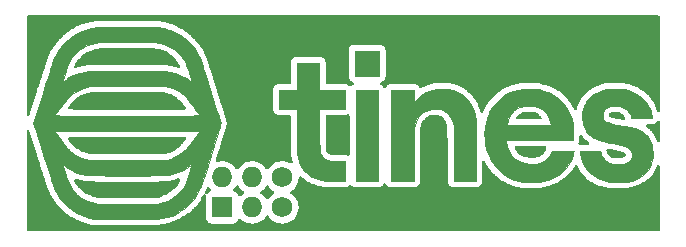
<source format=gbr>
%TF.GenerationSoftware,KiCad,Pcbnew,(6.0.7)*%
%TF.CreationDate,2022-09-05T18:43:59-05:00*%
%TF.ProjectId,Tines SAO,54696e65-7320-4534-914f-2e6b69636164,rev?*%
%TF.SameCoordinates,Original*%
%TF.FileFunction,Copper,L1,Top*%
%TF.FilePolarity,Positive*%
%FSLAX46Y46*%
G04 Gerber Fmt 4.6, Leading zero omitted, Abs format (unit mm)*
G04 Created by KiCad (PCBNEW (6.0.7)) date 2022-09-05 18:43:59*
%MOMM*%
%LPD*%
G01*
G04 APERTURE LIST*
%TA.AperFunction,EtchedComponent*%
%ADD10C,0.010000*%
%TD*%
%TA.AperFunction,ComponentPad*%
%ADD11O,1.727200X1.727200*%
%TD*%
%TA.AperFunction,ComponentPad*%
%ADD12R,1.727200X1.727200*%
%TD*%
%TA.AperFunction,ComponentPad*%
%ADD13C,1.727200*%
%TD*%
G04 APERTURE END LIST*
%TO.C,G\u002A\u002A\u002A*%
G36*
X155391967Y-110576200D02*
G01*
X153486967Y-110576200D01*
X153486967Y-102871534D01*
X155391967Y-102871534D01*
X155391967Y-110576200D01*
G37*
D10*
X155391967Y-110576200D02*
X153486967Y-110576200D01*
X153486967Y-102871534D01*
X155391967Y-102871534D01*
X155391967Y-110576200D01*
G36*
X150417800Y-102871534D02*
G01*
X152555634Y-102871534D01*
X152555634Y-104459034D01*
X150417800Y-104459034D01*
X150417800Y-106163843D01*
X150417856Y-106488358D01*
X150418125Y-106773502D01*
X150418757Y-107022239D01*
X150419902Y-107237530D01*
X150421710Y-107422337D01*
X150424332Y-107579624D01*
X150427917Y-107712353D01*
X150432617Y-107823487D01*
X150438581Y-107915988D01*
X150445960Y-107992818D01*
X150454904Y-108056940D01*
X150465563Y-108111317D01*
X150478088Y-108158912D01*
X150492628Y-108202686D01*
X150509334Y-108245602D01*
X150525309Y-108283526D01*
X150619586Y-108451107D01*
X150746992Y-108593508D01*
X150905200Y-108708681D01*
X151091888Y-108794581D01*
X151114773Y-108802390D01*
X151157273Y-108815503D01*
X151200223Y-108825998D01*
X151249071Y-108834250D01*
X151309263Y-108840635D01*
X151386248Y-108845528D01*
X151485472Y-108849304D01*
X151612383Y-108852340D01*
X151772427Y-108855009D01*
X151904759Y-108856831D01*
X152555634Y-108865374D01*
X152555634Y-110576200D01*
X151841259Y-110573249D01*
X151661591Y-110572030D01*
X151486911Y-110569958D01*
X151323946Y-110567177D01*
X151179423Y-110563834D01*
X151060070Y-110560075D01*
X150972614Y-110556043D01*
X150940481Y-110553757D01*
X150625695Y-110510161D01*
X150319563Y-110437236D01*
X150029727Y-110337514D01*
X149763828Y-110213521D01*
X149581717Y-110104115D01*
X149337714Y-109916045D01*
X149125565Y-109700716D01*
X148944726Y-109457397D01*
X148794652Y-109185356D01*
X148674801Y-108883861D01*
X148674188Y-108882009D01*
X148649843Y-108808369D01*
X148628321Y-108741549D01*
X148609436Y-108678568D01*
X148593004Y-108616444D01*
X148578842Y-108552196D01*
X148566763Y-108482843D01*
X148556584Y-108405404D01*
X148548119Y-108316897D01*
X148541185Y-108214341D01*
X148535597Y-108094755D01*
X148531170Y-107955158D01*
X148527719Y-107792568D01*
X148525061Y-107604004D01*
X148523010Y-107386486D01*
X148521382Y-107137030D01*
X148519992Y-106852657D01*
X148518656Y-106530385D01*
X148517969Y-106358742D01*
X148510336Y-104459034D01*
X147009967Y-104459034D01*
X147009967Y-102871534D01*
X148512800Y-102871534D01*
X148512800Y-100543200D01*
X150417800Y-100543200D01*
X150417800Y-102871534D01*
G37*
X150417800Y-102871534D02*
X152555634Y-102871534D01*
X152555634Y-104459034D01*
X150417800Y-104459034D01*
X150417800Y-106163843D01*
X150417856Y-106488358D01*
X150418125Y-106773502D01*
X150418757Y-107022239D01*
X150419902Y-107237530D01*
X150421710Y-107422337D01*
X150424332Y-107579624D01*
X150427917Y-107712353D01*
X150432617Y-107823487D01*
X150438581Y-107915988D01*
X150445960Y-107992818D01*
X150454904Y-108056940D01*
X150465563Y-108111317D01*
X150478088Y-108158912D01*
X150492628Y-108202686D01*
X150509334Y-108245602D01*
X150525309Y-108283526D01*
X150619586Y-108451107D01*
X150746992Y-108593508D01*
X150905200Y-108708681D01*
X151091888Y-108794581D01*
X151114773Y-108802390D01*
X151157273Y-108815503D01*
X151200223Y-108825998D01*
X151249071Y-108834250D01*
X151309263Y-108840635D01*
X151386248Y-108845528D01*
X151485472Y-108849304D01*
X151612383Y-108852340D01*
X151772427Y-108855009D01*
X151904759Y-108856831D01*
X152555634Y-108865374D01*
X152555634Y-110576200D01*
X151841259Y-110573249D01*
X151661591Y-110572030D01*
X151486911Y-110569958D01*
X151323946Y-110567177D01*
X151179423Y-110563834D01*
X151060070Y-110560075D01*
X150972614Y-110556043D01*
X150940481Y-110553757D01*
X150625695Y-110510161D01*
X150319563Y-110437236D01*
X150029727Y-110337514D01*
X149763828Y-110213521D01*
X149581717Y-110104115D01*
X149337714Y-109916045D01*
X149125565Y-109700716D01*
X148944726Y-109457397D01*
X148794652Y-109185356D01*
X148674801Y-108883861D01*
X148674188Y-108882009D01*
X148649843Y-108808369D01*
X148628321Y-108741549D01*
X148609436Y-108678568D01*
X148593004Y-108616444D01*
X148578842Y-108552196D01*
X148566763Y-108482843D01*
X148556584Y-108405404D01*
X148548119Y-108316897D01*
X148541185Y-108214341D01*
X148535597Y-108094755D01*
X148531170Y-107955158D01*
X148527719Y-107792568D01*
X148525061Y-107604004D01*
X148523010Y-107386486D01*
X148521382Y-107137030D01*
X148519992Y-106852657D01*
X148518656Y-106530385D01*
X148517969Y-106358742D01*
X148510336Y-104459034D01*
X147009967Y-104459034D01*
X147009967Y-102871534D01*
X148512800Y-102871534D01*
X148512800Y-100543200D01*
X150417800Y-100543200D01*
X150417800Y-102871534D01*
G36*
X160950162Y-102751300D02*
G01*
X161311834Y-102786180D01*
X161652297Y-102857373D01*
X161970508Y-102963971D01*
X162265424Y-103105067D01*
X162536004Y-103279752D01*
X162781205Y-103487120D01*
X162999983Y-103726261D01*
X163191297Y-103996268D01*
X163354104Y-104296233D01*
X163487361Y-104625249D01*
X163590026Y-104982407D01*
X163608798Y-105066528D01*
X163657229Y-105295117D01*
X163663311Y-107935659D01*
X163669393Y-110576200D01*
X161786025Y-110576200D01*
X161779432Y-108221409D01*
X161772838Y-105866617D01*
X161715228Y-105656060D01*
X161623503Y-105387628D01*
X161503948Y-105151093D01*
X161356559Y-104946454D01*
X161181335Y-104773708D01*
X160978274Y-104632850D01*
X160843999Y-104564061D01*
X160674739Y-104499010D01*
X160501284Y-104457738D01*
X160310264Y-104437620D01*
X160184703Y-104434610D01*
X159908482Y-104454123D01*
X159649301Y-104511672D01*
X159409029Y-104605770D01*
X159189533Y-104734932D01*
X158992681Y-104897673D01*
X158820340Y-105092507D01*
X158674380Y-105317950D01*
X158556666Y-105572514D01*
X158487213Y-105784664D01*
X158429756Y-105993617D01*
X158423646Y-108284909D01*
X158417536Y-110576200D01*
X156513800Y-110576200D01*
X156513800Y-102871534D01*
X158418800Y-102871534D01*
X158418800Y-104001990D01*
X158527003Y-103837170D01*
X158710181Y-103596078D01*
X158923739Y-103382964D01*
X159165427Y-103198836D01*
X159432994Y-103044702D01*
X159724191Y-102921572D01*
X160036767Y-102830454D01*
X160368470Y-102772355D01*
X160717052Y-102748285D01*
X160950162Y-102751300D01*
G37*
X160950162Y-102751300D02*
X161311834Y-102786180D01*
X161652297Y-102857373D01*
X161970508Y-102963971D01*
X162265424Y-103105067D01*
X162536004Y-103279752D01*
X162781205Y-103487120D01*
X162999983Y-103726261D01*
X163191297Y-103996268D01*
X163354104Y-104296233D01*
X163487361Y-104625249D01*
X163590026Y-104982407D01*
X163608798Y-105066528D01*
X163657229Y-105295117D01*
X163663311Y-107935659D01*
X163669393Y-110576200D01*
X161786025Y-110576200D01*
X161779432Y-108221409D01*
X161772838Y-105866617D01*
X161715228Y-105656060D01*
X161623503Y-105387628D01*
X161503948Y-105151093D01*
X161356559Y-104946454D01*
X161181335Y-104773708D01*
X160978274Y-104632850D01*
X160843999Y-104564061D01*
X160674739Y-104499010D01*
X160501284Y-104457738D01*
X160310264Y-104437620D01*
X160184703Y-104434610D01*
X159908482Y-104454123D01*
X159649301Y-104511672D01*
X159409029Y-104605770D01*
X159189533Y-104734932D01*
X158992681Y-104897673D01*
X158820340Y-105092507D01*
X158674380Y-105317950D01*
X158556666Y-105572514D01*
X158487213Y-105784664D01*
X158429756Y-105993617D01*
X158423646Y-108284909D01*
X158417536Y-110576200D01*
X156513800Y-110576200D01*
X156513800Y-102871534D01*
X158418800Y-102871534D01*
X158418800Y-104001990D01*
X158527003Y-103837170D01*
X158710181Y-103596078D01*
X158923739Y-103382964D01*
X159165427Y-103198836D01*
X159432994Y-103044702D01*
X159724191Y-102921572D01*
X160036767Y-102830454D01*
X160368470Y-102772355D01*
X160717052Y-102748285D01*
X160950162Y-102751300D01*
G36*
X126404611Y-105012898D02*
G01*
X127963495Y-105012898D01*
X127983798Y-105014350D01*
X128044779Y-105015771D01*
X128144779Y-105017155D01*
X128282142Y-105018498D01*
X128455210Y-105019795D01*
X128662328Y-105021042D01*
X128901838Y-105022233D01*
X129172083Y-105023364D01*
X129471407Y-105024431D01*
X129798153Y-105025428D01*
X130150663Y-105026351D01*
X130527281Y-105027194D01*
X130926351Y-105027954D01*
X131346214Y-105028626D01*
X131785215Y-105029204D01*
X132241697Y-105029685D01*
X132714002Y-105030062D01*
X133200474Y-105030333D01*
X133699456Y-105030491D01*
X134129535Y-105030534D01*
X134755166Y-105030502D01*
X135339688Y-105030405D01*
X135884325Y-105030236D01*
X136390301Y-105029990D01*
X136858840Y-105029663D01*
X137291167Y-105029248D01*
X137688506Y-105028741D01*
X138052081Y-105028136D01*
X138383116Y-105027428D01*
X138682836Y-105026612D01*
X138952464Y-105025683D01*
X139193225Y-105024634D01*
X139406343Y-105023462D01*
X139593042Y-105022160D01*
X139754546Y-105020724D01*
X139892080Y-105019148D01*
X140006868Y-105017427D01*
X140100134Y-105015556D01*
X140173101Y-105013529D01*
X140226995Y-105011341D01*
X140263040Y-105008988D01*
X140282459Y-105006462D01*
X140286757Y-105004075D01*
X140264941Y-104972476D01*
X140220586Y-104911986D01*
X140157156Y-104827121D01*
X140078119Y-104722394D01*
X139986939Y-104602318D01*
X139887082Y-104471408D01*
X139782015Y-104334177D01*
X139675203Y-104195140D01*
X139570112Y-104058809D01*
X139470208Y-103929700D01*
X139378958Y-103812326D01*
X139299825Y-103711200D01*
X139236278Y-103630837D01*
X139191781Y-103575750D01*
X139173948Y-103554784D01*
X138911953Y-103295568D01*
X138626927Y-103071000D01*
X138321029Y-102882275D01*
X137996420Y-102730587D01*
X137655258Y-102617131D01*
X137363811Y-102553318D01*
X137328488Y-102547467D01*
X137293389Y-102542183D01*
X137256316Y-102537441D01*
X137215074Y-102533219D01*
X137167464Y-102529491D01*
X137111291Y-102526235D01*
X137044357Y-102523426D01*
X136964466Y-102521041D01*
X136869420Y-102519055D01*
X136757024Y-102517444D01*
X136625079Y-102516186D01*
X136471390Y-102515255D01*
X136293760Y-102514627D01*
X136089991Y-102514280D01*
X135857887Y-102514189D01*
X135595251Y-102514330D01*
X135299887Y-102514679D01*
X134969596Y-102515212D01*
X134602184Y-102515906D01*
X134195452Y-102516736D01*
X134033680Y-102517075D01*
X130955050Y-102523547D01*
X130732800Y-102579229D01*
X130368115Y-102690073D01*
X130030365Y-102833309D01*
X129718633Y-103009447D01*
X129432004Y-103218995D01*
X129198217Y-103433052D01*
X129160729Y-103474520D01*
X129102672Y-103543214D01*
X129027321Y-103634938D01*
X128937956Y-103745499D01*
X128837852Y-103870705D01*
X128730289Y-104006360D01*
X128618542Y-104148272D01*
X128505890Y-104292248D01*
X128395611Y-104434093D01*
X128290981Y-104569613D01*
X128195278Y-104694617D01*
X128111780Y-104804908D01*
X128043763Y-104896296D01*
X127994507Y-104964584D01*
X127967287Y-105005581D01*
X127963495Y-105012898D01*
X126404611Y-105012898D01*
X127008261Y-103088243D01*
X127109921Y-102764539D01*
X127209193Y-102449266D01*
X127291526Y-102188476D01*
X128644354Y-102188476D01*
X128767222Y-102095035D01*
X128841574Y-102041023D01*
X128936166Y-101975863D01*
X129035079Y-101910419D01*
X129075903Y-101884312D01*
X129412387Y-101694903D01*
X129775749Y-101533109D01*
X130158788Y-101401432D01*
X130554299Y-101302378D01*
X130922745Y-101242243D01*
X130969305Y-101239221D01*
X131055211Y-101236422D01*
X131177478Y-101233846D01*
X131333117Y-101231492D01*
X131519144Y-101229362D01*
X131732571Y-101227454D01*
X131970412Y-101225768D01*
X132229680Y-101224305D01*
X132507390Y-101223064D01*
X132800554Y-101222046D01*
X133106187Y-101221249D01*
X133421301Y-101220674D01*
X133742910Y-101220321D01*
X134068028Y-101220190D01*
X134393669Y-101220280D01*
X134716845Y-101220591D01*
X135034571Y-101221124D01*
X135343859Y-101221878D01*
X135641724Y-101222853D01*
X135925180Y-101224048D01*
X136191238Y-101225465D01*
X136436914Y-101227102D01*
X136659221Y-101228960D01*
X136855171Y-101231038D01*
X137021780Y-101233336D01*
X137156060Y-101235854D01*
X137255024Y-101238593D01*
X137315687Y-101241551D01*
X137326217Y-101242509D01*
X137742609Y-101310231D01*
X138151973Y-101417135D01*
X138549330Y-101561291D01*
X138929704Y-101740767D01*
X139288118Y-101953630D01*
X139451070Y-102067225D01*
X139522504Y-102117861D01*
X139578154Y-102153875D01*
X139611603Y-102171341D01*
X139618089Y-102169385D01*
X139609407Y-102142984D01*
X139589675Y-102081199D01*
X139560481Y-101989052D01*
X139523407Y-101871561D01*
X139480041Y-101733749D01*
X139431967Y-101580635D01*
X139402025Y-101485117D01*
X139335056Y-101275504D01*
X139270844Y-101082557D01*
X139211267Y-100911584D01*
X139158201Y-100767896D01*
X139113522Y-100656800D01*
X139093338Y-100611796D01*
X138917381Y-100288666D01*
X138710083Y-99992827D01*
X138473285Y-99725921D01*
X138208826Y-99489588D01*
X137918545Y-99285470D01*
X137604281Y-99115206D01*
X137267875Y-98980440D01*
X137262717Y-98978712D01*
X137192700Y-98955139D01*
X137129665Y-98933989D01*
X137071064Y-98915129D01*
X137014351Y-98898430D01*
X136956977Y-98883759D01*
X136896397Y-98870987D01*
X136830062Y-98859982D01*
X136755426Y-98850613D01*
X136669942Y-98842750D01*
X136571061Y-98836260D01*
X136456238Y-98831013D01*
X136322924Y-98826879D01*
X136168573Y-98823725D01*
X135990637Y-98821421D01*
X135786570Y-98819836D01*
X135553823Y-98818839D01*
X135289851Y-98818299D01*
X134992105Y-98818085D01*
X134658038Y-98818066D01*
X134285104Y-98818110D01*
X134140634Y-98818117D01*
X133763729Y-98818146D01*
X133426694Y-98818258D01*
X133127063Y-98818489D01*
X132862374Y-98818875D01*
X132630162Y-98819453D01*
X132427963Y-98820260D01*
X132253313Y-98821331D01*
X132103748Y-98822703D01*
X131976804Y-98824413D01*
X131870016Y-98826497D01*
X131780921Y-98828991D01*
X131707054Y-98831932D01*
X131645952Y-98835357D01*
X131595151Y-98839301D01*
X131552186Y-98843801D01*
X131514593Y-98848893D01*
X131479908Y-98854615D01*
X131463050Y-98857692D01*
X131105788Y-98945182D01*
X130766127Y-99069826D01*
X130446423Y-99229776D01*
X130149033Y-99423185D01*
X129876315Y-99648203D01*
X129630626Y-99902982D01*
X129414323Y-100185675D01*
X129229764Y-100494432D01*
X129140933Y-100678531D01*
X129118261Y-100735508D01*
X129085155Y-100826774D01*
X129043702Y-100946180D01*
X128995990Y-101087576D01*
X128944104Y-101244812D01*
X128890130Y-101411738D01*
X128859279Y-101508713D01*
X128644354Y-102188476D01*
X127291526Y-102188476D01*
X127305225Y-102145088D01*
X127397164Y-101854670D01*
X127484159Y-101580678D01*
X127565358Y-101325775D01*
X127639908Y-101092626D01*
X127706957Y-100883897D01*
X127765654Y-100702252D01*
X127815146Y-100550356D01*
X127854582Y-100430874D01*
X127883108Y-100346469D01*
X127899874Y-100299809D01*
X127899883Y-100299784D01*
X128073762Y-99915456D01*
X128282977Y-99552252D01*
X128525071Y-99212226D01*
X128797586Y-98897433D01*
X129098064Y-98609927D01*
X129424046Y-98351763D01*
X129773073Y-98124995D01*
X130142688Y-97931679D01*
X130530432Y-97773869D01*
X130933847Y-97653620D01*
X131113800Y-97613515D01*
X131189637Y-97598675D01*
X131262798Y-97585376D01*
X131335888Y-97573544D01*
X131411511Y-97563103D01*
X131492273Y-97553979D01*
X131580777Y-97546095D01*
X131679629Y-97539378D01*
X131791432Y-97533751D01*
X131918792Y-97529140D01*
X132064314Y-97525470D01*
X132230601Y-97522665D01*
X132420258Y-97520650D01*
X132635891Y-97519351D01*
X132880103Y-97518692D01*
X133155500Y-97518598D01*
X133464685Y-97518993D01*
X133810264Y-97519804D01*
X134194841Y-97520954D01*
X134309967Y-97521326D01*
X134689344Y-97522563D01*
X135029042Y-97523728D01*
X135331711Y-97524939D01*
X135600006Y-97526312D01*
X135836577Y-97527964D01*
X136044079Y-97530012D01*
X136225163Y-97532572D01*
X136382482Y-97535763D01*
X136518689Y-97539699D01*
X136636436Y-97544499D01*
X136738375Y-97550280D01*
X136827160Y-97557157D01*
X136905443Y-97565248D01*
X136975876Y-97574670D01*
X137041113Y-97585539D01*
X137103805Y-97597973D01*
X137166605Y-97612088D01*
X137232165Y-97628001D01*
X137303139Y-97645829D01*
X137338455Y-97654735D01*
X137747264Y-97778857D01*
X138139067Y-97940207D01*
X138511529Y-98136767D01*
X138862316Y-98366517D01*
X139189094Y-98627438D01*
X139489529Y-98917512D01*
X139761286Y-99234719D01*
X140002032Y-99577040D01*
X140209431Y-99942457D01*
X140355632Y-100264451D01*
X140370464Y-100305494D01*
X140396590Y-100382842D01*
X140433098Y-100493603D01*
X140479078Y-100634885D01*
X140533618Y-100803797D01*
X140595808Y-100997446D01*
X140664736Y-101212940D01*
X140739492Y-101447389D01*
X140819164Y-101697898D01*
X140902841Y-101961578D01*
X140989613Y-102235536D01*
X141078567Y-102516879D01*
X141168794Y-102802716D01*
X141259382Y-103090156D01*
X141349420Y-103376306D01*
X141437997Y-103658274D01*
X141524203Y-103933168D01*
X141607125Y-104198097D01*
X141685853Y-104450169D01*
X141759476Y-104686491D01*
X141827083Y-104904172D01*
X141887763Y-105100320D01*
X141940605Y-105272042D01*
X141984697Y-105416448D01*
X142019129Y-105530645D01*
X142042990Y-105611741D01*
X142055368Y-105656844D01*
X142056967Y-105665006D01*
X142050679Y-105691547D01*
X142032425Y-105755527D01*
X142003114Y-105854056D01*
X141963658Y-105984244D01*
X141914970Y-106143204D01*
X141857959Y-106328045D01*
X141793537Y-106535880D01*
X141722616Y-106763819D01*
X141646108Y-107008974D01*
X141564922Y-107268454D01*
X141479971Y-107539372D01*
X141392166Y-107818839D01*
X141302419Y-108103964D01*
X141211640Y-108391861D01*
X141120741Y-108679639D01*
X141030634Y-108964410D01*
X140942229Y-109243284D01*
X140856438Y-109513373D01*
X140774173Y-109771788D01*
X140696344Y-110015640D01*
X140623863Y-110242040D01*
X140557642Y-110448099D01*
X140498591Y-110630928D01*
X140447622Y-110787638D01*
X140405647Y-110915340D01*
X140373576Y-111011145D01*
X140352321Y-111072165D01*
X140345979Y-111088865D01*
X140177178Y-111448768D01*
X139970112Y-111798394D01*
X139728577Y-112132228D01*
X139456373Y-112444754D01*
X139313817Y-112587610D01*
X138992718Y-112866152D01*
X138646956Y-113111200D01*
X138279279Y-113321521D01*
X137892430Y-113495885D01*
X137489157Y-113633059D01*
X137072204Y-113731812D01*
X136644318Y-113790912D01*
X136627717Y-113792374D01*
X136578629Y-113794762D01*
X136490671Y-113797010D01*
X136367305Y-113799114D01*
X136211993Y-113801068D01*
X136028199Y-113802866D01*
X135819385Y-113804504D01*
X135589013Y-113805976D01*
X135340547Y-113807278D01*
X135077448Y-113808402D01*
X134803180Y-113809346D01*
X134521205Y-113810102D01*
X134234986Y-113810667D01*
X133947984Y-113811034D01*
X133663664Y-113811198D01*
X133385487Y-113811155D01*
X133116917Y-113810899D01*
X132861415Y-113810424D01*
X132622444Y-113809726D01*
X132403468Y-113808799D01*
X132207948Y-113807637D01*
X132039347Y-113806237D01*
X131901128Y-113804592D01*
X131796753Y-113802696D01*
X131729686Y-113800546D01*
X131717050Y-113799829D01*
X131291514Y-113750124D01*
X130876766Y-113660929D01*
X130475298Y-113533854D01*
X130089604Y-113370511D01*
X129722178Y-113172509D01*
X129375512Y-112941460D01*
X129052101Y-112678974D01*
X128754437Y-112386662D01*
X128485013Y-112066134D01*
X128246323Y-111719001D01*
X128100107Y-111463400D01*
X128043281Y-111351389D01*
X127984752Y-111228861D01*
X127933060Y-111113998D01*
X127908448Y-111055254D01*
X127892769Y-111011806D01*
X127865301Y-110930570D01*
X127826883Y-110814164D01*
X127778351Y-110665207D01*
X127720542Y-110486317D01*
X127654295Y-110280113D01*
X127580446Y-110049212D01*
X127499832Y-109796235D01*
X127413292Y-109523799D01*
X127321662Y-109234522D01*
X127291566Y-109139258D01*
X128643624Y-109139258D01*
X128861303Y-109831271D01*
X128953646Y-110117035D01*
X129040189Y-110366331D01*
X129123649Y-110584161D01*
X129206744Y-110775524D01*
X129292191Y-110945421D01*
X129382709Y-111098851D01*
X129481015Y-111240815D01*
X129589828Y-111376314D01*
X129711864Y-111510347D01*
X129847469Y-111645635D01*
X130125388Y-111884110D01*
X130424436Y-112086174D01*
X130742791Y-112250971D01*
X131078628Y-112377641D01*
X131430126Y-112465327D01*
X131664134Y-112500783D01*
X131706088Y-112503140D01*
X131787485Y-112505331D01*
X131905430Y-112507339D01*
X132057033Y-112509149D01*
X132239401Y-112510746D01*
X132449643Y-112512115D01*
X132684867Y-112513239D01*
X132942181Y-112514105D01*
X133218692Y-112514695D01*
X133511510Y-112514995D01*
X133817743Y-112514990D01*
X134134497Y-112514664D01*
X134235884Y-112514492D01*
X134607018Y-112513790D01*
X134938305Y-112513103D01*
X135232234Y-112512384D01*
X135491290Y-112511588D01*
X135717961Y-112510667D01*
X135914734Y-112509576D01*
X136084096Y-112508268D01*
X136228533Y-112506696D01*
X136350534Y-112504815D01*
X136452584Y-112502577D01*
X136537172Y-112499936D01*
X136606783Y-112496846D01*
X136663905Y-112493260D01*
X136711026Y-112489132D01*
X136750631Y-112484416D01*
X136785208Y-112479064D01*
X136817245Y-112473031D01*
X136849227Y-112466270D01*
X136852136Y-112465636D01*
X137220427Y-112365722D01*
X137563102Y-112232285D01*
X137880903Y-112064931D01*
X138174571Y-111863265D01*
X138444847Y-111626891D01*
X138466769Y-111605182D01*
X138601013Y-111465284D01*
X138719964Y-111327695D01*
X138826364Y-111187261D01*
X138922954Y-111038826D01*
X139012476Y-110877235D01*
X139097671Y-110697332D01*
X139181282Y-110493961D01*
X139266049Y-110261969D01*
X139354715Y-109996198D01*
X139402331Y-109845950D01*
X139452390Y-109685943D01*
X139498760Y-109538105D01*
X139539848Y-109407493D01*
X139574056Y-109299164D01*
X139599790Y-109218175D01*
X139615455Y-109169583D01*
X139619314Y-109158193D01*
X139611792Y-109151811D01*
X139579717Y-109169026D01*
X139547659Y-109192465D01*
X139300032Y-109369414D01*
X139021309Y-109536794D01*
X138722528Y-109689158D01*
X138414725Y-109821061D01*
X138108938Y-109927059D01*
X137990317Y-109960810D01*
X137922171Y-109979121D01*
X137860718Y-109995757D01*
X137803739Y-110010798D01*
X137749017Y-110024322D01*
X137694335Y-110036412D01*
X137637473Y-110047146D01*
X137576214Y-110056605D01*
X137508341Y-110064869D01*
X137431634Y-110072018D01*
X137343877Y-110078133D01*
X137242852Y-110083293D01*
X137126340Y-110087579D01*
X136992123Y-110091071D01*
X136837984Y-110093849D01*
X136661705Y-110095993D01*
X136461067Y-110097584D01*
X136233854Y-110098701D01*
X135977846Y-110099425D01*
X135690827Y-110099836D01*
X135370577Y-110100013D01*
X135014880Y-110100038D01*
X134621517Y-110099991D01*
X134188270Y-110099951D01*
X134140634Y-110099950D01*
X133700492Y-110099983D01*
X133300470Y-110100024D01*
X132938354Y-110099991D01*
X132611928Y-110099798D01*
X132318979Y-110099363D01*
X132057293Y-110098601D01*
X131824656Y-110097429D01*
X131618854Y-110095762D01*
X131437672Y-110093516D01*
X131278898Y-110090609D01*
X131140315Y-110086954D01*
X131019712Y-110082470D01*
X130914873Y-110077071D01*
X130823584Y-110070674D01*
X130743631Y-110063195D01*
X130672801Y-110054550D01*
X130608879Y-110044655D01*
X130549651Y-110033427D01*
X130492904Y-110020780D01*
X130436422Y-110006632D01*
X130377992Y-109990898D01*
X130315401Y-109973495D01*
X130246433Y-109954338D01*
X130237974Y-109952014D01*
X129911707Y-109847556D01*
X129586644Y-109715032D01*
X129273313Y-109559583D01*
X128982247Y-109386350D01*
X128766140Y-109233533D01*
X128643624Y-109139258D01*
X127291566Y-109139258D01*
X127225780Y-108931024D01*
X127126482Y-108615922D01*
X127024607Y-108291835D01*
X127016590Y-108266297D01*
X126402875Y-106311117D01*
X127956499Y-106311117D01*
X128446243Y-106956700D01*
X128595804Y-107153489D01*
X128723068Y-107319927D01*
X128831028Y-107459612D01*
X128922676Y-107576143D01*
X129001007Y-107673115D01*
X129069013Y-107754129D01*
X129129687Y-107822780D01*
X129186022Y-107882668D01*
X129241013Y-107937390D01*
X129297651Y-107990544D01*
X129332925Y-108022511D01*
X129616471Y-108249011D01*
X129922059Y-108440166D01*
X130246613Y-108594510D01*
X130587057Y-108710580D01*
X130937441Y-108786460D01*
X130970020Y-108790600D01*
X131013670Y-108794329D01*
X131070387Y-108797662D01*
X131142164Y-108800614D01*
X131230995Y-108803202D01*
X131338873Y-108805440D01*
X131467793Y-108807343D01*
X131619747Y-108808927D01*
X131796731Y-108810208D01*
X132000738Y-108811199D01*
X132233761Y-108811918D01*
X132497795Y-108812379D01*
X132794833Y-108812597D01*
X133126869Y-108812588D01*
X133495896Y-108812367D01*
X133903910Y-108811950D01*
X134204134Y-108811562D01*
X134625743Y-108810971D01*
X135007172Y-108810400D01*
X135350575Y-108809816D01*
X135658106Y-108809188D01*
X135931916Y-108808482D01*
X136174161Y-108807668D01*
X136386994Y-108806713D01*
X136572567Y-108805585D01*
X136733035Y-108804253D01*
X136870551Y-108802684D01*
X136987269Y-108800845D01*
X137085341Y-108798707D01*
X137166922Y-108796235D01*
X137234164Y-108793398D01*
X137289222Y-108790165D01*
X137334249Y-108786502D01*
X137371398Y-108782379D01*
X137402823Y-108777763D01*
X137430678Y-108772622D01*
X137457114Y-108766924D01*
X137474384Y-108762947D01*
X137823097Y-108664782D01*
X138142872Y-108538429D01*
X138438522Y-108381254D01*
X138714863Y-108190618D01*
X138976708Y-107963887D01*
X139031441Y-107910305D01*
X139111717Y-107827389D01*
X139196051Y-107734508D01*
X139287853Y-107627505D01*
X139390534Y-107502224D01*
X139507505Y-107354509D01*
X139642175Y-107180203D01*
X139787912Y-106988450D01*
X140299660Y-106311117D01*
X137221857Y-106305755D01*
X136792195Y-106305098D01*
X136327001Y-106304557D01*
X135833078Y-106304132D01*
X135317226Y-106303821D01*
X134786248Y-106303625D01*
X134246944Y-106303545D01*
X133706118Y-106303580D01*
X133170569Y-106303729D01*
X132647101Y-106303994D01*
X132142514Y-106304374D01*
X131663611Y-106304870D01*
X131217193Y-106305480D01*
X131050277Y-106305755D01*
X127956499Y-106311117D01*
X126402875Y-106311117D01*
X126200075Y-105665036D01*
X126404611Y-105012898D01*
G37*
X126404611Y-105012898D02*
X127963495Y-105012898D01*
X127983798Y-105014350D01*
X128044779Y-105015771D01*
X128144779Y-105017155D01*
X128282142Y-105018498D01*
X128455210Y-105019795D01*
X128662328Y-105021042D01*
X128901838Y-105022233D01*
X129172083Y-105023364D01*
X129471407Y-105024431D01*
X129798153Y-105025428D01*
X130150663Y-105026351D01*
X130527281Y-105027194D01*
X130926351Y-105027954D01*
X131346214Y-105028626D01*
X131785215Y-105029204D01*
X132241697Y-105029685D01*
X132714002Y-105030062D01*
X133200474Y-105030333D01*
X133699456Y-105030491D01*
X134129535Y-105030534D01*
X134755166Y-105030502D01*
X135339688Y-105030405D01*
X135884325Y-105030236D01*
X136390301Y-105029990D01*
X136858840Y-105029663D01*
X137291167Y-105029248D01*
X137688506Y-105028741D01*
X138052081Y-105028136D01*
X138383116Y-105027428D01*
X138682836Y-105026612D01*
X138952464Y-105025683D01*
X139193225Y-105024634D01*
X139406343Y-105023462D01*
X139593042Y-105022160D01*
X139754546Y-105020724D01*
X139892080Y-105019148D01*
X140006868Y-105017427D01*
X140100134Y-105015556D01*
X140173101Y-105013529D01*
X140226995Y-105011341D01*
X140263040Y-105008988D01*
X140282459Y-105006462D01*
X140286757Y-105004075D01*
X140264941Y-104972476D01*
X140220586Y-104911986D01*
X140157156Y-104827121D01*
X140078119Y-104722394D01*
X139986939Y-104602318D01*
X139887082Y-104471408D01*
X139782015Y-104334177D01*
X139675203Y-104195140D01*
X139570112Y-104058809D01*
X139470208Y-103929700D01*
X139378958Y-103812326D01*
X139299825Y-103711200D01*
X139236278Y-103630837D01*
X139191781Y-103575750D01*
X139173948Y-103554784D01*
X138911953Y-103295568D01*
X138626927Y-103071000D01*
X138321029Y-102882275D01*
X137996420Y-102730587D01*
X137655258Y-102617131D01*
X137363811Y-102553318D01*
X137328488Y-102547467D01*
X137293389Y-102542183D01*
X137256316Y-102537441D01*
X137215074Y-102533219D01*
X137167464Y-102529491D01*
X137111291Y-102526235D01*
X137044357Y-102523426D01*
X136964466Y-102521041D01*
X136869420Y-102519055D01*
X136757024Y-102517444D01*
X136625079Y-102516186D01*
X136471390Y-102515255D01*
X136293760Y-102514627D01*
X136089991Y-102514280D01*
X135857887Y-102514189D01*
X135595251Y-102514330D01*
X135299887Y-102514679D01*
X134969596Y-102515212D01*
X134602184Y-102515906D01*
X134195452Y-102516736D01*
X134033680Y-102517075D01*
X130955050Y-102523547D01*
X130732800Y-102579229D01*
X130368115Y-102690073D01*
X130030365Y-102833309D01*
X129718633Y-103009447D01*
X129432004Y-103218995D01*
X129198217Y-103433052D01*
X129160729Y-103474520D01*
X129102672Y-103543214D01*
X129027321Y-103634938D01*
X128937956Y-103745499D01*
X128837852Y-103870705D01*
X128730289Y-104006360D01*
X128618542Y-104148272D01*
X128505890Y-104292248D01*
X128395611Y-104434093D01*
X128290981Y-104569613D01*
X128195278Y-104694617D01*
X128111780Y-104804908D01*
X128043763Y-104896296D01*
X127994507Y-104964584D01*
X127967287Y-105005581D01*
X127963495Y-105012898D01*
X126404611Y-105012898D01*
X127008261Y-103088243D01*
X127109921Y-102764539D01*
X127209193Y-102449266D01*
X127291526Y-102188476D01*
X128644354Y-102188476D01*
X128767222Y-102095035D01*
X128841574Y-102041023D01*
X128936166Y-101975863D01*
X129035079Y-101910419D01*
X129075903Y-101884312D01*
X129412387Y-101694903D01*
X129775749Y-101533109D01*
X130158788Y-101401432D01*
X130554299Y-101302378D01*
X130922745Y-101242243D01*
X130969305Y-101239221D01*
X131055211Y-101236422D01*
X131177478Y-101233846D01*
X131333117Y-101231492D01*
X131519144Y-101229362D01*
X131732571Y-101227454D01*
X131970412Y-101225768D01*
X132229680Y-101224305D01*
X132507390Y-101223064D01*
X132800554Y-101222046D01*
X133106187Y-101221249D01*
X133421301Y-101220674D01*
X133742910Y-101220321D01*
X134068028Y-101220190D01*
X134393669Y-101220280D01*
X134716845Y-101220591D01*
X135034571Y-101221124D01*
X135343859Y-101221878D01*
X135641724Y-101222853D01*
X135925180Y-101224048D01*
X136191238Y-101225465D01*
X136436914Y-101227102D01*
X136659221Y-101228960D01*
X136855171Y-101231038D01*
X137021780Y-101233336D01*
X137156060Y-101235854D01*
X137255024Y-101238593D01*
X137315687Y-101241551D01*
X137326217Y-101242509D01*
X137742609Y-101310231D01*
X138151973Y-101417135D01*
X138549330Y-101561291D01*
X138929704Y-101740767D01*
X139288118Y-101953630D01*
X139451070Y-102067225D01*
X139522504Y-102117861D01*
X139578154Y-102153875D01*
X139611603Y-102171341D01*
X139618089Y-102169385D01*
X139609407Y-102142984D01*
X139589675Y-102081199D01*
X139560481Y-101989052D01*
X139523407Y-101871561D01*
X139480041Y-101733749D01*
X139431967Y-101580635D01*
X139402025Y-101485117D01*
X139335056Y-101275504D01*
X139270844Y-101082557D01*
X139211267Y-100911584D01*
X139158201Y-100767896D01*
X139113522Y-100656800D01*
X139093338Y-100611796D01*
X138917381Y-100288666D01*
X138710083Y-99992827D01*
X138473285Y-99725921D01*
X138208826Y-99489588D01*
X137918545Y-99285470D01*
X137604281Y-99115206D01*
X137267875Y-98980440D01*
X137262717Y-98978712D01*
X137192700Y-98955139D01*
X137129665Y-98933989D01*
X137071064Y-98915129D01*
X137014351Y-98898430D01*
X136956977Y-98883759D01*
X136896397Y-98870987D01*
X136830062Y-98859982D01*
X136755426Y-98850613D01*
X136669942Y-98842750D01*
X136571061Y-98836260D01*
X136456238Y-98831013D01*
X136322924Y-98826879D01*
X136168573Y-98823725D01*
X135990637Y-98821421D01*
X135786570Y-98819836D01*
X135553823Y-98818839D01*
X135289851Y-98818299D01*
X134992105Y-98818085D01*
X134658038Y-98818066D01*
X134285104Y-98818110D01*
X134140634Y-98818117D01*
X133763729Y-98818146D01*
X133426694Y-98818258D01*
X133127063Y-98818489D01*
X132862374Y-98818875D01*
X132630162Y-98819453D01*
X132427963Y-98820260D01*
X132253313Y-98821331D01*
X132103748Y-98822703D01*
X131976804Y-98824413D01*
X131870016Y-98826497D01*
X131780921Y-98828991D01*
X131707054Y-98831932D01*
X131645952Y-98835357D01*
X131595151Y-98839301D01*
X131552186Y-98843801D01*
X131514593Y-98848893D01*
X131479908Y-98854615D01*
X131463050Y-98857692D01*
X131105788Y-98945182D01*
X130766127Y-99069826D01*
X130446423Y-99229776D01*
X130149033Y-99423185D01*
X129876315Y-99648203D01*
X129630626Y-99902982D01*
X129414323Y-100185675D01*
X129229764Y-100494432D01*
X129140933Y-100678531D01*
X129118261Y-100735508D01*
X129085155Y-100826774D01*
X129043702Y-100946180D01*
X128995990Y-101087576D01*
X128944104Y-101244812D01*
X128890130Y-101411738D01*
X128859279Y-101508713D01*
X128644354Y-102188476D01*
X127291526Y-102188476D01*
X127305225Y-102145088D01*
X127397164Y-101854670D01*
X127484159Y-101580678D01*
X127565358Y-101325775D01*
X127639908Y-101092626D01*
X127706957Y-100883897D01*
X127765654Y-100702252D01*
X127815146Y-100550356D01*
X127854582Y-100430874D01*
X127883108Y-100346469D01*
X127899874Y-100299809D01*
X127899883Y-100299784D01*
X128073762Y-99915456D01*
X128282977Y-99552252D01*
X128525071Y-99212226D01*
X128797586Y-98897433D01*
X129098064Y-98609927D01*
X129424046Y-98351763D01*
X129773073Y-98124995D01*
X130142688Y-97931679D01*
X130530432Y-97773869D01*
X130933847Y-97653620D01*
X131113800Y-97613515D01*
X131189637Y-97598675D01*
X131262798Y-97585376D01*
X131335888Y-97573544D01*
X131411511Y-97563103D01*
X131492273Y-97553979D01*
X131580777Y-97546095D01*
X131679629Y-97539378D01*
X131791432Y-97533751D01*
X131918792Y-97529140D01*
X132064314Y-97525470D01*
X132230601Y-97522665D01*
X132420258Y-97520650D01*
X132635891Y-97519351D01*
X132880103Y-97518692D01*
X133155500Y-97518598D01*
X133464685Y-97518993D01*
X133810264Y-97519804D01*
X134194841Y-97520954D01*
X134309967Y-97521326D01*
X134689344Y-97522563D01*
X135029042Y-97523728D01*
X135331711Y-97524939D01*
X135600006Y-97526312D01*
X135836577Y-97527964D01*
X136044079Y-97530012D01*
X136225163Y-97532572D01*
X136382482Y-97535763D01*
X136518689Y-97539699D01*
X136636436Y-97544499D01*
X136738375Y-97550280D01*
X136827160Y-97557157D01*
X136905443Y-97565248D01*
X136975876Y-97574670D01*
X137041113Y-97585539D01*
X137103805Y-97597973D01*
X137166605Y-97612088D01*
X137232165Y-97628001D01*
X137303139Y-97645829D01*
X137338455Y-97654735D01*
X137747264Y-97778857D01*
X138139067Y-97940207D01*
X138511529Y-98136767D01*
X138862316Y-98366517D01*
X139189094Y-98627438D01*
X139489529Y-98917512D01*
X139761286Y-99234719D01*
X140002032Y-99577040D01*
X140209431Y-99942457D01*
X140355632Y-100264451D01*
X140370464Y-100305494D01*
X140396590Y-100382842D01*
X140433098Y-100493603D01*
X140479078Y-100634885D01*
X140533618Y-100803797D01*
X140595808Y-100997446D01*
X140664736Y-101212940D01*
X140739492Y-101447389D01*
X140819164Y-101697898D01*
X140902841Y-101961578D01*
X140989613Y-102235536D01*
X141078567Y-102516879D01*
X141168794Y-102802716D01*
X141259382Y-103090156D01*
X141349420Y-103376306D01*
X141437997Y-103658274D01*
X141524203Y-103933168D01*
X141607125Y-104198097D01*
X141685853Y-104450169D01*
X141759476Y-104686491D01*
X141827083Y-104904172D01*
X141887763Y-105100320D01*
X141940605Y-105272042D01*
X141984697Y-105416448D01*
X142019129Y-105530645D01*
X142042990Y-105611741D01*
X142055368Y-105656844D01*
X142056967Y-105665006D01*
X142050679Y-105691547D01*
X142032425Y-105755527D01*
X142003114Y-105854056D01*
X141963658Y-105984244D01*
X141914970Y-106143204D01*
X141857959Y-106328045D01*
X141793537Y-106535880D01*
X141722616Y-106763819D01*
X141646108Y-107008974D01*
X141564922Y-107268454D01*
X141479971Y-107539372D01*
X141392166Y-107818839D01*
X141302419Y-108103964D01*
X141211640Y-108391861D01*
X141120741Y-108679639D01*
X141030634Y-108964410D01*
X140942229Y-109243284D01*
X140856438Y-109513373D01*
X140774173Y-109771788D01*
X140696344Y-110015640D01*
X140623863Y-110242040D01*
X140557642Y-110448099D01*
X140498591Y-110630928D01*
X140447622Y-110787638D01*
X140405647Y-110915340D01*
X140373576Y-111011145D01*
X140352321Y-111072165D01*
X140345979Y-111088865D01*
X140177178Y-111448768D01*
X139970112Y-111798394D01*
X139728577Y-112132228D01*
X139456373Y-112444754D01*
X139313817Y-112587610D01*
X138992718Y-112866152D01*
X138646956Y-113111200D01*
X138279279Y-113321521D01*
X137892430Y-113495885D01*
X137489157Y-113633059D01*
X137072204Y-113731812D01*
X136644318Y-113790912D01*
X136627717Y-113792374D01*
X136578629Y-113794762D01*
X136490671Y-113797010D01*
X136367305Y-113799114D01*
X136211993Y-113801068D01*
X136028199Y-113802866D01*
X135819385Y-113804504D01*
X135589013Y-113805976D01*
X135340547Y-113807278D01*
X135077448Y-113808402D01*
X134803180Y-113809346D01*
X134521205Y-113810102D01*
X134234986Y-113810667D01*
X133947984Y-113811034D01*
X133663664Y-113811198D01*
X133385487Y-113811155D01*
X133116917Y-113810899D01*
X132861415Y-113810424D01*
X132622444Y-113809726D01*
X132403468Y-113808799D01*
X132207948Y-113807637D01*
X132039347Y-113806237D01*
X131901128Y-113804592D01*
X131796753Y-113802696D01*
X131729686Y-113800546D01*
X131717050Y-113799829D01*
X131291514Y-113750124D01*
X130876766Y-113660929D01*
X130475298Y-113533854D01*
X130089604Y-113370511D01*
X129722178Y-113172509D01*
X129375512Y-112941460D01*
X129052101Y-112678974D01*
X128754437Y-112386662D01*
X128485013Y-112066134D01*
X128246323Y-111719001D01*
X128100107Y-111463400D01*
X128043281Y-111351389D01*
X127984752Y-111228861D01*
X127933060Y-111113998D01*
X127908448Y-111055254D01*
X127892769Y-111011806D01*
X127865301Y-110930570D01*
X127826883Y-110814164D01*
X127778351Y-110665207D01*
X127720542Y-110486317D01*
X127654295Y-110280113D01*
X127580446Y-110049212D01*
X127499832Y-109796235D01*
X127413292Y-109523799D01*
X127321662Y-109234522D01*
X127291566Y-109139258D01*
X128643624Y-109139258D01*
X128861303Y-109831271D01*
X128953646Y-110117035D01*
X129040189Y-110366331D01*
X129123649Y-110584161D01*
X129206744Y-110775524D01*
X129292191Y-110945421D01*
X129382709Y-111098851D01*
X129481015Y-111240815D01*
X129589828Y-111376314D01*
X129711864Y-111510347D01*
X129847469Y-111645635D01*
X130125388Y-111884110D01*
X130424436Y-112086174D01*
X130742791Y-112250971D01*
X131078628Y-112377641D01*
X131430126Y-112465327D01*
X131664134Y-112500783D01*
X131706088Y-112503140D01*
X131787485Y-112505331D01*
X131905430Y-112507339D01*
X132057033Y-112509149D01*
X132239401Y-112510746D01*
X132449643Y-112512115D01*
X132684867Y-112513239D01*
X132942181Y-112514105D01*
X133218692Y-112514695D01*
X133511510Y-112514995D01*
X133817743Y-112514990D01*
X134134497Y-112514664D01*
X134235884Y-112514492D01*
X134607018Y-112513790D01*
X134938305Y-112513103D01*
X135232234Y-112512384D01*
X135491290Y-112511588D01*
X135717961Y-112510667D01*
X135914734Y-112509576D01*
X136084096Y-112508268D01*
X136228533Y-112506696D01*
X136350534Y-112504815D01*
X136452584Y-112502577D01*
X136537172Y-112499936D01*
X136606783Y-112496846D01*
X136663905Y-112493260D01*
X136711026Y-112489132D01*
X136750631Y-112484416D01*
X136785208Y-112479064D01*
X136817245Y-112473031D01*
X136849227Y-112466270D01*
X136852136Y-112465636D01*
X137220427Y-112365722D01*
X137563102Y-112232285D01*
X137880903Y-112064931D01*
X138174571Y-111863265D01*
X138444847Y-111626891D01*
X138466769Y-111605182D01*
X138601013Y-111465284D01*
X138719964Y-111327695D01*
X138826364Y-111187261D01*
X138922954Y-111038826D01*
X139012476Y-110877235D01*
X139097671Y-110697332D01*
X139181282Y-110493961D01*
X139266049Y-110261969D01*
X139354715Y-109996198D01*
X139402331Y-109845950D01*
X139452390Y-109685943D01*
X139498760Y-109538105D01*
X139539848Y-109407493D01*
X139574056Y-109299164D01*
X139599790Y-109218175D01*
X139615455Y-109169583D01*
X139619314Y-109158193D01*
X139611792Y-109151811D01*
X139579717Y-109169026D01*
X139547659Y-109192465D01*
X139300032Y-109369414D01*
X139021309Y-109536794D01*
X138722528Y-109689158D01*
X138414725Y-109821061D01*
X138108938Y-109927059D01*
X137990317Y-109960810D01*
X137922171Y-109979121D01*
X137860718Y-109995757D01*
X137803739Y-110010798D01*
X137749017Y-110024322D01*
X137694335Y-110036412D01*
X137637473Y-110047146D01*
X137576214Y-110056605D01*
X137508341Y-110064869D01*
X137431634Y-110072018D01*
X137343877Y-110078133D01*
X137242852Y-110083293D01*
X137126340Y-110087579D01*
X136992123Y-110091071D01*
X136837984Y-110093849D01*
X136661705Y-110095993D01*
X136461067Y-110097584D01*
X136233854Y-110098701D01*
X135977846Y-110099425D01*
X135690827Y-110099836D01*
X135370577Y-110100013D01*
X135014880Y-110100038D01*
X134621517Y-110099991D01*
X134188270Y-110099951D01*
X134140634Y-110099950D01*
X133700492Y-110099983D01*
X133300470Y-110100024D01*
X132938354Y-110099991D01*
X132611928Y-110099798D01*
X132318979Y-110099363D01*
X132057293Y-110098601D01*
X131824656Y-110097429D01*
X131618854Y-110095762D01*
X131437672Y-110093516D01*
X131278898Y-110090609D01*
X131140315Y-110086954D01*
X131019712Y-110082470D01*
X130914873Y-110077071D01*
X130823584Y-110070674D01*
X130743631Y-110063195D01*
X130672801Y-110054550D01*
X130608879Y-110044655D01*
X130549651Y-110033427D01*
X130492904Y-110020780D01*
X130436422Y-110006632D01*
X130377992Y-109990898D01*
X130315401Y-109973495D01*
X130246433Y-109954338D01*
X130237974Y-109952014D01*
X129911707Y-109847556D01*
X129586644Y-109715032D01*
X129273313Y-109559583D01*
X128982247Y-109386350D01*
X128766140Y-109233533D01*
X128643624Y-109139258D01*
X127291566Y-109139258D01*
X127225780Y-108931024D01*
X127126482Y-108615922D01*
X127024607Y-108291835D01*
X127016590Y-108266297D01*
X126402875Y-106311117D01*
X127956499Y-106311117D01*
X128446243Y-106956700D01*
X128595804Y-107153489D01*
X128723068Y-107319927D01*
X128831028Y-107459612D01*
X128922676Y-107576143D01*
X129001007Y-107673115D01*
X129069013Y-107754129D01*
X129129687Y-107822780D01*
X129186022Y-107882668D01*
X129241013Y-107937390D01*
X129297651Y-107990544D01*
X129332925Y-108022511D01*
X129616471Y-108249011D01*
X129922059Y-108440166D01*
X130246613Y-108594510D01*
X130587057Y-108710580D01*
X130937441Y-108786460D01*
X130970020Y-108790600D01*
X131013670Y-108794329D01*
X131070387Y-108797662D01*
X131142164Y-108800614D01*
X131230995Y-108803202D01*
X131338873Y-108805440D01*
X131467793Y-108807343D01*
X131619747Y-108808927D01*
X131796731Y-108810208D01*
X132000738Y-108811199D01*
X132233761Y-108811918D01*
X132497795Y-108812379D01*
X132794833Y-108812597D01*
X133126869Y-108812588D01*
X133495896Y-108812367D01*
X133903910Y-108811950D01*
X134204134Y-108811562D01*
X134625743Y-108810971D01*
X135007172Y-108810400D01*
X135350575Y-108809816D01*
X135658106Y-108809188D01*
X135931916Y-108808482D01*
X136174161Y-108807668D01*
X136386994Y-108806713D01*
X136572567Y-108805585D01*
X136733035Y-108804253D01*
X136870551Y-108802684D01*
X136987269Y-108800845D01*
X137085341Y-108798707D01*
X137166922Y-108796235D01*
X137234164Y-108793398D01*
X137289222Y-108790165D01*
X137334249Y-108786502D01*
X137371398Y-108782379D01*
X137402823Y-108777763D01*
X137430678Y-108772622D01*
X137457114Y-108766924D01*
X137474384Y-108762947D01*
X137823097Y-108664782D01*
X138142872Y-108538429D01*
X138438522Y-108381254D01*
X138714863Y-108190618D01*
X138976708Y-107963887D01*
X139031441Y-107910305D01*
X139111717Y-107827389D01*
X139196051Y-107734508D01*
X139287853Y-107627505D01*
X139390534Y-107502224D01*
X139507505Y-107354509D01*
X139642175Y-107180203D01*
X139787912Y-106988450D01*
X140299660Y-106311117D01*
X137221857Y-106305755D01*
X136792195Y-106305098D01*
X136327001Y-106304557D01*
X135833078Y-106304132D01*
X135317226Y-106303821D01*
X134786248Y-106303625D01*
X134246944Y-106303545D01*
X133706118Y-106303580D01*
X133170569Y-106303729D01*
X132647101Y-106303994D01*
X132142514Y-106304374D01*
X131663611Y-106304870D01*
X131217193Y-106305480D01*
X131050277Y-106305755D01*
X127956499Y-106311117D01*
X126402875Y-106311117D01*
X126200075Y-105665036D01*
X126404611Y-105012898D01*
G36*
X175843640Y-102764085D02*
G01*
X176200146Y-102811375D01*
X176546767Y-102888639D01*
X176877176Y-102995590D01*
X177169467Y-103124019D01*
X177428878Y-103275700D01*
X177672405Y-103458932D01*
X177893833Y-103667743D01*
X178086946Y-103896158D01*
X178245531Y-104138204D01*
X178268818Y-104180670D01*
X178338472Y-104328226D01*
X178403067Y-104496403D01*
X178459462Y-104674082D01*
X178504520Y-104850140D01*
X178535102Y-105013458D01*
X178548068Y-105152915D01*
X178548300Y-105170889D01*
X178548300Y-105242200D01*
X177690386Y-105242200D01*
X177467256Y-105241925D01*
X177283311Y-105241036D01*
X177135403Y-105239436D01*
X177020387Y-105237030D01*
X176935116Y-105233720D01*
X176876444Y-105229412D01*
X176841224Y-105224008D01*
X176826311Y-105217412D01*
X176825430Y-105215742D01*
X176754686Y-104995831D01*
X176667335Y-104810205D01*
X176559837Y-104652881D01*
X176428653Y-104517877D01*
X176396385Y-104490677D01*
X176202961Y-104357139D01*
X175995148Y-104261037D01*
X175769460Y-104201203D01*
X175522415Y-104176467D01*
X175457967Y-104175626D01*
X175221437Y-104189155D01*
X175015315Y-104229127D01*
X174836040Y-104296723D01*
X174680052Y-104393122D01*
X174602828Y-104458908D01*
X174496191Y-104582362D01*
X174426295Y-104719303D01*
X174389136Y-104878078D01*
X174385401Y-104911885D01*
X174383524Y-105066066D01*
X174409351Y-105203771D01*
X174464469Y-105326073D01*
X174550467Y-105434039D01*
X174668931Y-105528741D01*
X174821451Y-105611248D01*
X175009612Y-105682630D01*
X175235004Y-105743957D01*
X175499213Y-105796299D01*
X175754300Y-105834367D01*
X176073806Y-105878396D01*
X176355367Y-105921868D01*
X176603342Y-105965817D01*
X176822089Y-106011276D01*
X177015966Y-106059278D01*
X177189333Y-106110857D01*
X177346548Y-106167046D01*
X177491969Y-106228878D01*
X177564050Y-106263443D01*
X177809857Y-106406480D01*
X178023114Y-106574803D01*
X178204144Y-106769013D01*
X178353271Y-106989713D01*
X178470820Y-107237505D01*
X178557116Y-107512990D01*
X178612482Y-107816771D01*
X178637243Y-108149448D01*
X178638755Y-108258450D01*
X178636630Y-108420496D01*
X178629347Y-108553228D01*
X178615853Y-108669467D01*
X178596166Y-108777034D01*
X178512183Y-109075989D01*
X178392525Y-109352396D01*
X178237860Y-109605418D01*
X178048855Y-109834220D01*
X177826174Y-110037966D01*
X177570486Y-110215821D01*
X177355104Y-110332865D01*
X177183876Y-110412098D01*
X177025341Y-110475573D01*
X176864804Y-110528250D01*
X176687574Y-110575086D01*
X176537310Y-110608842D01*
X176448157Y-110627027D01*
X176368142Y-110641024D01*
X176289194Y-110651485D01*
X176203240Y-110659058D01*
X176102211Y-110664395D01*
X175978033Y-110668146D01*
X175822636Y-110670960D01*
X175754300Y-110671912D01*
X175607503Y-110673466D01*
X175472440Y-110674165D01*
X175355640Y-110674033D01*
X175263630Y-110673093D01*
X175202940Y-110671372D01*
X175182800Y-110669753D01*
X175135999Y-110662379D01*
X175062532Y-110651446D01*
X174977664Y-110639221D01*
X174971134Y-110638297D01*
X174713708Y-110589583D01*
X174446132Y-110516634D01*
X174182839Y-110424282D01*
X173938260Y-110317360D01*
X173806967Y-110248488D01*
X173538066Y-110072950D01*
X173292782Y-109865147D01*
X173074398Y-109629250D01*
X172886195Y-109369429D01*
X172731455Y-109089857D01*
X172613461Y-108794703D01*
X172582526Y-108692367D01*
X172552950Y-108575161D01*
X172525249Y-108445947D01*
X172501530Y-108316651D01*
X172483902Y-108199199D01*
X172474475Y-108105515D01*
X172473467Y-108075523D01*
X172473467Y-107993392D01*
X174195019Y-108004450D01*
X174224663Y-108152617D01*
X174287773Y-108363675D01*
X174387450Y-108558572D01*
X174519716Y-108732185D01*
X174680596Y-108879393D01*
X174866113Y-108995074D01*
X174886467Y-109004997D01*
X175030336Y-109068442D01*
X175161324Y-109113621D01*
X175292188Y-109143200D01*
X175435686Y-109159848D01*
X175604574Y-109166231D01*
X175659050Y-109166543D01*
X175830656Y-109163166D01*
X175972689Y-109151217D01*
X176097469Y-109128226D01*
X176217316Y-109091718D01*
X176344549Y-109039222D01*
X176383585Y-109021128D01*
X176541890Y-108928615D01*
X176675541Y-108814398D01*
X176777321Y-108685115D01*
X176807084Y-108631503D01*
X176838625Y-108559823D01*
X176856358Y-108494376D01*
X176863819Y-108417496D01*
X176864808Y-108343117D01*
X176847998Y-108177568D01*
X176798144Y-108030969D01*
X176713804Y-107901804D01*
X176593536Y-107788555D01*
X176435897Y-107689706D01*
X176239445Y-107603738D01*
X176124717Y-107564640D01*
X176041150Y-107540319D01*
X175939806Y-107514590D01*
X175816650Y-107486612D01*
X175667648Y-107455541D01*
X175488766Y-107420535D01*
X175275970Y-107380753D01*
X175034634Y-107337035D01*
X174690826Y-107269483D01*
X174385661Y-107196235D01*
X174115653Y-107115746D01*
X173877315Y-107026471D01*
X173667162Y-106926865D01*
X173481707Y-106815383D01*
X173317464Y-106690480D01*
X173170946Y-106550611D01*
X173112127Y-106485017D01*
X173028527Y-106371983D01*
X172943985Y-106230520D01*
X172865142Y-106073849D01*
X172798641Y-105915189D01*
X172751124Y-105767761D01*
X172750432Y-105765093D01*
X172703679Y-105533716D01*
X172676665Y-105286426D01*
X172669637Y-105035775D01*
X172682845Y-104794314D01*
X172716535Y-104574593D01*
X172726058Y-104533117D01*
X172816381Y-104251093D01*
X172944015Y-103987589D01*
X173107435Y-103744281D01*
X173305112Y-103522844D01*
X173535522Y-103324954D01*
X173797136Y-103152288D01*
X174088429Y-103006521D01*
X174134271Y-102987210D01*
X174445301Y-102880357D01*
X174778079Y-102804903D01*
X175126280Y-102760564D01*
X175483576Y-102747052D01*
X175843640Y-102764085D01*
G37*
X175843640Y-102764085D02*
X176200146Y-102811375D01*
X176546767Y-102888639D01*
X176877176Y-102995590D01*
X177169467Y-103124019D01*
X177428878Y-103275700D01*
X177672405Y-103458932D01*
X177893833Y-103667743D01*
X178086946Y-103896158D01*
X178245531Y-104138204D01*
X178268818Y-104180670D01*
X178338472Y-104328226D01*
X178403067Y-104496403D01*
X178459462Y-104674082D01*
X178504520Y-104850140D01*
X178535102Y-105013458D01*
X178548068Y-105152915D01*
X178548300Y-105170889D01*
X178548300Y-105242200D01*
X177690386Y-105242200D01*
X177467256Y-105241925D01*
X177283311Y-105241036D01*
X177135403Y-105239436D01*
X177020387Y-105237030D01*
X176935116Y-105233720D01*
X176876444Y-105229412D01*
X176841224Y-105224008D01*
X176826311Y-105217412D01*
X176825430Y-105215742D01*
X176754686Y-104995831D01*
X176667335Y-104810205D01*
X176559837Y-104652881D01*
X176428653Y-104517877D01*
X176396385Y-104490677D01*
X176202961Y-104357139D01*
X175995148Y-104261037D01*
X175769460Y-104201203D01*
X175522415Y-104176467D01*
X175457967Y-104175626D01*
X175221437Y-104189155D01*
X175015315Y-104229127D01*
X174836040Y-104296723D01*
X174680052Y-104393122D01*
X174602828Y-104458908D01*
X174496191Y-104582362D01*
X174426295Y-104719303D01*
X174389136Y-104878078D01*
X174385401Y-104911885D01*
X174383524Y-105066066D01*
X174409351Y-105203771D01*
X174464469Y-105326073D01*
X174550467Y-105434039D01*
X174668931Y-105528741D01*
X174821451Y-105611248D01*
X175009612Y-105682630D01*
X175235004Y-105743957D01*
X175499213Y-105796299D01*
X175754300Y-105834367D01*
X176073806Y-105878396D01*
X176355367Y-105921868D01*
X176603342Y-105965817D01*
X176822089Y-106011276D01*
X177015966Y-106059278D01*
X177189333Y-106110857D01*
X177346548Y-106167046D01*
X177491969Y-106228878D01*
X177564050Y-106263443D01*
X177809857Y-106406480D01*
X178023114Y-106574803D01*
X178204144Y-106769013D01*
X178353271Y-106989713D01*
X178470820Y-107237505D01*
X178557116Y-107512990D01*
X178612482Y-107816771D01*
X178637243Y-108149448D01*
X178638755Y-108258450D01*
X178636630Y-108420496D01*
X178629347Y-108553228D01*
X178615853Y-108669467D01*
X178596166Y-108777034D01*
X178512183Y-109075989D01*
X178392525Y-109352396D01*
X178237860Y-109605418D01*
X178048855Y-109834220D01*
X177826174Y-110037966D01*
X177570486Y-110215821D01*
X177355104Y-110332865D01*
X177183876Y-110412098D01*
X177025341Y-110475573D01*
X176864804Y-110528250D01*
X176687574Y-110575086D01*
X176537310Y-110608842D01*
X176448157Y-110627027D01*
X176368142Y-110641024D01*
X176289194Y-110651485D01*
X176203240Y-110659058D01*
X176102211Y-110664395D01*
X175978033Y-110668146D01*
X175822636Y-110670960D01*
X175754300Y-110671912D01*
X175607503Y-110673466D01*
X175472440Y-110674165D01*
X175355640Y-110674033D01*
X175263630Y-110673093D01*
X175202940Y-110671372D01*
X175182800Y-110669753D01*
X175135999Y-110662379D01*
X175062532Y-110651446D01*
X174977664Y-110639221D01*
X174971134Y-110638297D01*
X174713708Y-110589583D01*
X174446132Y-110516634D01*
X174182839Y-110424282D01*
X173938260Y-110317360D01*
X173806967Y-110248488D01*
X173538066Y-110072950D01*
X173292782Y-109865147D01*
X173074398Y-109629250D01*
X172886195Y-109369429D01*
X172731455Y-109089857D01*
X172613461Y-108794703D01*
X172582526Y-108692367D01*
X172552950Y-108575161D01*
X172525249Y-108445947D01*
X172501530Y-108316651D01*
X172483902Y-108199199D01*
X172474475Y-108105515D01*
X172473467Y-108075523D01*
X172473467Y-107993392D01*
X174195019Y-108004450D01*
X174224663Y-108152617D01*
X174287773Y-108363675D01*
X174387450Y-108558572D01*
X174519716Y-108732185D01*
X174680596Y-108879393D01*
X174866113Y-108995074D01*
X174886467Y-109004997D01*
X175030336Y-109068442D01*
X175161324Y-109113621D01*
X175292188Y-109143200D01*
X175435686Y-109159848D01*
X175604574Y-109166231D01*
X175659050Y-109166543D01*
X175830656Y-109163166D01*
X175972689Y-109151217D01*
X176097469Y-109128226D01*
X176217316Y-109091718D01*
X176344549Y-109039222D01*
X176383585Y-109021128D01*
X176541890Y-108928615D01*
X176675541Y-108814398D01*
X176777321Y-108685115D01*
X176807084Y-108631503D01*
X176838625Y-108559823D01*
X176856358Y-108494376D01*
X176863819Y-108417496D01*
X176864808Y-108343117D01*
X176847998Y-108177568D01*
X176798144Y-108030969D01*
X176713804Y-107901804D01*
X176593536Y-107788555D01*
X176435897Y-107689706D01*
X176239445Y-107603738D01*
X176124717Y-107564640D01*
X176041150Y-107540319D01*
X175939806Y-107514590D01*
X175816650Y-107486612D01*
X175667648Y-107455541D01*
X175488766Y-107420535D01*
X175275970Y-107380753D01*
X175034634Y-107337035D01*
X174690826Y-107269483D01*
X174385661Y-107196235D01*
X174115653Y-107115746D01*
X173877315Y-107026471D01*
X173667162Y-106926865D01*
X173481707Y-106815383D01*
X173317464Y-106690480D01*
X173170946Y-106550611D01*
X173112127Y-106485017D01*
X173028527Y-106371983D01*
X172943985Y-106230520D01*
X172865142Y-106073849D01*
X172798641Y-105915189D01*
X172751124Y-105767761D01*
X172750432Y-105765093D01*
X172703679Y-105533716D01*
X172676665Y-105286426D01*
X172669637Y-105035775D01*
X172682845Y-104794314D01*
X172716535Y-104574593D01*
X172726058Y-104533117D01*
X172816381Y-104251093D01*
X172944015Y-103987589D01*
X173107435Y-103744281D01*
X173305112Y-103522844D01*
X173535522Y-103324954D01*
X173797136Y-103152288D01*
X174088429Y-103006521D01*
X174134271Y-102987210D01*
X174445301Y-102880357D01*
X174778079Y-102804903D01*
X175126280Y-102760564D01*
X175483576Y-102747052D01*
X175843640Y-102764085D01*
G36*
X164599390Y-105295209D02*
G01*
X164622551Y-105221034D01*
X164671710Y-105085564D01*
X164738034Y-104928116D01*
X164815902Y-104760145D01*
X164899694Y-104593105D01*
X164983790Y-104438452D01*
X165062568Y-104307640D01*
X165093149Y-104261945D01*
X165331648Y-103955598D01*
X165595950Y-103682495D01*
X165885006Y-103443156D01*
X166197765Y-103238100D01*
X166533174Y-103067847D01*
X166890184Y-102932915D01*
X167267743Y-102833826D01*
X167664800Y-102771098D01*
X168080304Y-102745250D01*
X168163001Y-102744551D01*
X168582173Y-102762443D01*
X168983745Y-102815638D01*
X169366041Y-102903525D01*
X169727385Y-103025492D01*
X170066099Y-103180926D01*
X170380507Y-103369215D01*
X170668934Y-103589746D01*
X170797646Y-103706862D01*
X171060089Y-103987596D01*
X171287198Y-104290852D01*
X171479194Y-104617091D01*
X171636299Y-104966774D01*
X171758734Y-105340361D01*
X171846719Y-105738314D01*
X171879714Y-105961312D01*
X171888356Y-106058414D01*
X171894920Y-106186819D01*
X171899309Y-106335539D01*
X171901432Y-106493590D01*
X171901193Y-106649988D01*
X171898499Y-106793745D01*
X171893257Y-106913877D01*
X171888368Y-106974762D01*
X171874770Y-107104867D01*
X169041452Y-107104867D01*
X168671333Y-107105005D01*
X168319112Y-107105411D01*
X167986825Y-107106072D01*
X167676507Y-107106973D01*
X167390194Y-107108102D01*
X167129922Y-107109444D01*
X166897725Y-107110986D01*
X166695640Y-107112715D01*
X166525703Y-107114617D01*
X166389947Y-107116678D01*
X166290410Y-107118886D01*
X166229127Y-107121226D01*
X166208134Y-107123685D01*
X166208134Y-107123695D01*
X166213286Y-107170919D01*
X166227126Y-107248112D01*
X166247232Y-107344399D01*
X166271177Y-107448899D01*
X166296540Y-107550735D01*
X166320895Y-107639029D01*
X166328575Y-107664219D01*
X166433456Y-107934690D01*
X166569964Y-108185562D01*
X166734774Y-108412754D01*
X166924565Y-108612183D01*
X167136011Y-108779769D01*
X167329967Y-108893971D01*
X167578789Y-108996708D01*
X167850112Y-109067937D01*
X168137546Y-109107092D01*
X168434700Y-109113608D01*
X168735184Y-109086917D01*
X168978930Y-109040013D01*
X169057653Y-109016135D01*
X169158862Y-108978549D01*
X169267499Y-108933103D01*
X169338751Y-108900299D01*
X169449789Y-108844108D01*
X169535983Y-108792230D01*
X169612173Y-108734239D01*
X169693197Y-108659708D01*
X169722666Y-108630566D01*
X169814284Y-108533582D01*
X169882834Y-108446170D01*
X169939493Y-108353010D01*
X169972148Y-108288567D01*
X170011938Y-108202808D01*
X170045420Y-108125060D01*
X170067412Y-108067594D01*
X170072068Y-108052075D01*
X170086223Y-107993867D01*
X171943242Y-107993867D01*
X171930210Y-108062659D01*
X171918292Y-108115194D01*
X171898207Y-108193652D01*
X171873753Y-108283347D01*
X171866816Y-108307855D01*
X171759668Y-108627984D01*
X171627813Y-108918946D01*
X171466908Y-109187954D01*
X171272606Y-109442217D01*
X171040561Y-109688949D01*
X171026259Y-109702790D01*
X170749405Y-109940148D01*
X170444615Y-110146154D01*
X170112875Y-110320369D01*
X169755169Y-110462356D01*
X169372485Y-110571675D01*
X168965807Y-110647887D01*
X168875689Y-110659862D01*
X168762285Y-110669708D01*
X168617324Y-110676056D01*
X168451427Y-110679018D01*
X168275212Y-110678702D01*
X168099300Y-110675219D01*
X167934308Y-110668679D01*
X167790856Y-110659190D01*
X167684227Y-110647549D01*
X167283006Y-110569134D01*
X166900862Y-110453298D01*
X166539242Y-110301087D01*
X166199595Y-110113545D01*
X165883370Y-109891717D01*
X165592017Y-109636646D01*
X165326984Y-109349379D01*
X165089720Y-109030958D01*
X164881675Y-108682429D01*
X164836310Y-108594533D01*
X164669127Y-108214235D01*
X164540923Y-107819614D01*
X164451861Y-107413245D01*
X164402105Y-106997700D01*
X164391816Y-106575551D01*
X164421159Y-106149371D01*
X164468583Y-105856034D01*
X166255636Y-105856034D01*
X170014105Y-105856034D01*
X170002756Y-105766075D01*
X169975807Y-105615814D01*
X169933042Y-105450456D01*
X169879824Y-105287887D01*
X169821518Y-105145994D01*
X169809152Y-105120540D01*
X169670270Y-104889250D01*
X169501798Y-104687853D01*
X169305083Y-104517345D01*
X169081472Y-104378722D01*
X168832309Y-104272979D01*
X168568217Y-104202909D01*
X168459363Y-104188091D01*
X168321815Y-104178953D01*
X168168827Y-104175480D01*
X168013653Y-104177657D01*
X167869549Y-104185470D01*
X167749768Y-104198904D01*
X167721550Y-104203835D01*
X167486723Y-104261239D01*
X167282168Y-104338225D01*
X167098441Y-104439717D01*
X166926096Y-104570644D01*
X166810484Y-104679102D01*
X166718845Y-104774493D01*
X166649743Y-104855722D01*
X166593418Y-104935992D01*
X166540109Y-105028507D01*
X166511552Y-105083450D01*
X166418008Y-105283129D01*
X166348299Y-105470373D01*
X166296185Y-105662542D01*
X166285223Y-105713159D01*
X166255636Y-105856034D01*
X164468583Y-105856034D01*
X164490296Y-105721733D01*
X164599390Y-105295209D01*
G37*
X164599390Y-105295209D02*
X164622551Y-105221034D01*
X164671710Y-105085564D01*
X164738034Y-104928116D01*
X164815902Y-104760145D01*
X164899694Y-104593105D01*
X164983790Y-104438452D01*
X165062568Y-104307640D01*
X165093149Y-104261945D01*
X165331648Y-103955598D01*
X165595950Y-103682495D01*
X165885006Y-103443156D01*
X166197765Y-103238100D01*
X166533174Y-103067847D01*
X166890184Y-102932915D01*
X167267743Y-102833826D01*
X167664800Y-102771098D01*
X168080304Y-102745250D01*
X168163001Y-102744551D01*
X168582173Y-102762443D01*
X168983745Y-102815638D01*
X169366041Y-102903525D01*
X169727385Y-103025492D01*
X170066099Y-103180926D01*
X170380507Y-103369215D01*
X170668934Y-103589746D01*
X170797646Y-103706862D01*
X171060089Y-103987596D01*
X171287198Y-104290852D01*
X171479194Y-104617091D01*
X171636299Y-104966774D01*
X171758734Y-105340361D01*
X171846719Y-105738314D01*
X171879714Y-105961312D01*
X171888356Y-106058414D01*
X171894920Y-106186819D01*
X171899309Y-106335539D01*
X171901432Y-106493590D01*
X171901193Y-106649988D01*
X171898499Y-106793745D01*
X171893257Y-106913877D01*
X171888368Y-106974762D01*
X171874770Y-107104867D01*
X169041452Y-107104867D01*
X168671333Y-107105005D01*
X168319112Y-107105411D01*
X167986825Y-107106072D01*
X167676507Y-107106973D01*
X167390194Y-107108102D01*
X167129922Y-107109444D01*
X166897725Y-107110986D01*
X166695640Y-107112715D01*
X166525703Y-107114617D01*
X166389947Y-107116678D01*
X166290410Y-107118886D01*
X166229127Y-107121226D01*
X166208134Y-107123685D01*
X166208134Y-107123695D01*
X166213286Y-107170919D01*
X166227126Y-107248112D01*
X166247232Y-107344399D01*
X166271177Y-107448899D01*
X166296540Y-107550735D01*
X166320895Y-107639029D01*
X166328575Y-107664219D01*
X166433456Y-107934690D01*
X166569964Y-108185562D01*
X166734774Y-108412754D01*
X166924565Y-108612183D01*
X167136011Y-108779769D01*
X167329967Y-108893971D01*
X167578789Y-108996708D01*
X167850112Y-109067937D01*
X168137546Y-109107092D01*
X168434700Y-109113608D01*
X168735184Y-109086917D01*
X168978930Y-109040013D01*
X169057653Y-109016135D01*
X169158862Y-108978549D01*
X169267499Y-108933103D01*
X169338751Y-108900299D01*
X169449789Y-108844108D01*
X169535983Y-108792230D01*
X169612173Y-108734239D01*
X169693197Y-108659708D01*
X169722666Y-108630566D01*
X169814284Y-108533582D01*
X169882834Y-108446170D01*
X169939493Y-108353010D01*
X169972148Y-108288567D01*
X170011938Y-108202808D01*
X170045420Y-108125060D01*
X170067412Y-108067594D01*
X170072068Y-108052075D01*
X170086223Y-107993867D01*
X171943242Y-107993867D01*
X171930210Y-108062659D01*
X171918292Y-108115194D01*
X171898207Y-108193652D01*
X171873753Y-108283347D01*
X171866816Y-108307855D01*
X171759668Y-108627984D01*
X171627813Y-108918946D01*
X171466908Y-109187954D01*
X171272606Y-109442217D01*
X171040561Y-109688949D01*
X171026259Y-109702790D01*
X170749405Y-109940148D01*
X170444615Y-110146154D01*
X170112875Y-110320369D01*
X169755169Y-110462356D01*
X169372485Y-110571675D01*
X168965807Y-110647887D01*
X168875689Y-110659862D01*
X168762285Y-110669708D01*
X168617324Y-110676056D01*
X168451427Y-110679018D01*
X168275212Y-110678702D01*
X168099300Y-110675219D01*
X167934308Y-110668679D01*
X167790856Y-110659190D01*
X167684227Y-110647549D01*
X167283006Y-110569134D01*
X166900862Y-110453298D01*
X166539242Y-110301087D01*
X166199595Y-110113545D01*
X165883370Y-109891717D01*
X165592017Y-109636646D01*
X165326984Y-109349379D01*
X165089720Y-109030958D01*
X164881675Y-108682429D01*
X164836310Y-108594533D01*
X164669127Y-108214235D01*
X164540923Y-107819614D01*
X164451861Y-107413245D01*
X164402105Y-106997700D01*
X164391816Y-106575551D01*
X164421159Y-106149371D01*
X164468583Y-105856034D01*
X166255636Y-105856034D01*
X170014105Y-105856034D01*
X170002756Y-105766075D01*
X169975807Y-105615814D01*
X169933042Y-105450456D01*
X169879824Y-105287887D01*
X169821518Y-105145994D01*
X169809152Y-105120540D01*
X169670270Y-104889250D01*
X169501798Y-104687853D01*
X169305083Y-104517345D01*
X169081472Y-104378722D01*
X168832309Y-104272979D01*
X168568217Y-104202909D01*
X168459363Y-104188091D01*
X168321815Y-104178953D01*
X168168827Y-104175480D01*
X168013653Y-104177657D01*
X167869549Y-104185470D01*
X167749768Y-104198904D01*
X167721550Y-104203835D01*
X167486723Y-104261239D01*
X167282168Y-104338225D01*
X167098441Y-104439717D01*
X166926096Y-104570644D01*
X166810484Y-104679102D01*
X166718845Y-104774493D01*
X166649743Y-104855722D01*
X166593418Y-104935992D01*
X166540109Y-105028507D01*
X166511552Y-105083450D01*
X166418008Y-105283129D01*
X166348299Y-105470373D01*
X166296185Y-105662542D01*
X166285223Y-105713159D01*
X166255636Y-105856034D01*
X164468583Y-105856034D01*
X164490296Y-105721733D01*
X164599390Y-105295209D01*
G36*
X155497800Y-101686200D02*
G01*
X153402300Y-101686200D01*
X153402300Y-99527200D01*
X155497800Y-99527200D01*
X155497800Y-101686200D01*
G37*
X155497800Y-101686200D02*
X153402300Y-101686200D01*
X153402300Y-99527200D01*
X155497800Y-99527200D01*
X155497800Y-101686200D01*
%TD*%
D11*
%TO.P,X1,1,VCC*%
%TO.N,unconnected-(X1-Pad1)*%
X142198400Y-110256000D03*
D12*
%TO.P,X1,2,GND*%
%TO.N,unconnected-(X1-Pad2)*%
X142198400Y-112796000D03*
D11*
%TO.P,X1,3,SDA*%
%TO.N,unconnected-(X1-Pad3)*%
X144738400Y-110256000D03*
%TO.P,X1,4,SCL*%
%TO.N,unconnected-(X1-Pad4)*%
X144738400Y-112796000D03*
D13*
%TO.P,X1,5,GPIO1*%
%TO.N,unconnected-(X1-Pad5)*%
X147278400Y-110256000D03*
%TO.P,X1,6,GPIO2*%
%TO.N,unconnected-(X1-Pad6)*%
X147278400Y-112796000D03*
%TD*%
%TA.AperFunction,NonConductor*%
G36*
X134709701Y-99331569D02*
G01*
X134991948Y-99331585D01*
X134992031Y-99331585D01*
X135288814Y-99331798D01*
X135288982Y-99331798D01*
X135551955Y-99332336D01*
X135552236Y-99332337D01*
X135617891Y-99332618D01*
X135783379Y-99333327D01*
X135935910Y-99334512D01*
X135985090Y-99334894D01*
X135985742Y-99334901D01*
X136159360Y-99337149D01*
X136160303Y-99337164D01*
X136309097Y-99340204D01*
X136310428Y-99340239D01*
X136435567Y-99344119D01*
X136437414Y-99344189D01*
X136541320Y-99348937D01*
X136543820Y-99349077D01*
X136600818Y-99352818D01*
X136627969Y-99354600D01*
X136631206Y-99354855D01*
X136676323Y-99359004D01*
X136697812Y-99360981D01*
X136701964Y-99361432D01*
X136753571Y-99367910D01*
X136758499Y-99368628D01*
X136798674Y-99375293D01*
X136804016Y-99376298D01*
X136837766Y-99383414D01*
X136842907Y-99384613D01*
X136876004Y-99393076D01*
X136880357Y-99394273D01*
X136918381Y-99405469D01*
X136921359Y-99406387D01*
X136968593Y-99421589D01*
X136969937Y-99422030D01*
X137029398Y-99441981D01*
X137029506Y-99442056D01*
X137029518Y-99442021D01*
X137061133Y-99452665D01*
X137061385Y-99452761D01*
X137061671Y-99452909D01*
X137062562Y-99453208D01*
X137062566Y-99453209D01*
X137087234Y-99461473D01*
X137094059Y-99463980D01*
X137152023Y-99487201D01*
X137379010Y-99578133D01*
X137392176Y-99584312D01*
X137641189Y-99719225D01*
X137653636Y-99726936D01*
X137882983Y-99888206D01*
X137894442Y-99897305D01*
X138103479Y-100084111D01*
X138113766Y-100094435D01*
X138301648Y-100306207D01*
X138310584Y-100317522D01*
X138476169Y-100553832D01*
X138483637Y-100565880D01*
X138613178Y-100803770D01*
X138628189Y-100873161D01*
X138603302Y-100939653D01*
X138546417Y-100982133D01*
X138475595Y-100987116D01*
X138459556Y-100982475D01*
X138346314Y-100941392D01*
X138339075Y-100938509D01*
X138324892Y-100932346D01*
X138324889Y-100932345D01*
X138320422Y-100930404D01*
X138312457Y-100928324D01*
X138310382Y-100927782D01*
X138299244Y-100924315D01*
X138296658Y-100923377D01*
X138296653Y-100923376D01*
X138292437Y-100921846D01*
X138288051Y-100920930D01*
X138288046Y-100920929D01*
X138271675Y-100917512D01*
X138265585Y-100916083D01*
X138257486Y-100913968D01*
X137891639Y-100818428D01*
X137884359Y-100816290D01*
X137869151Y-100811323D01*
X137869141Y-100811320D01*
X137864522Y-100809812D01*
X137859720Y-100809031D01*
X137854798Y-100808230D01*
X137843197Y-100805778D01*
X137836684Y-100804077D01*
X137832237Y-100803571D01*
X137832234Y-100803571D01*
X137815033Y-100801616D01*
X137809036Y-100800788D01*
X137754025Y-100791841D01*
X137435629Y-100740056D01*
X137425277Y-100737923D01*
X137417294Y-100735925D01*
X137417288Y-100735924D01*
X137412576Y-100734745D01*
X137398426Y-100733458D01*
X137388135Y-100731934D01*
X137385408Y-100731589D01*
X137380648Y-100730608D01*
X137376323Y-100730397D01*
X137376067Y-100730369D01*
X137372259Y-100729750D01*
X137367781Y-100729665D01*
X137367780Y-100729665D01*
X137359078Y-100729500D01*
X137355359Y-100729375D01*
X137354123Y-100729315D01*
X137348828Y-100728946D01*
X137325495Y-100726823D01*
X137321017Y-100727054D01*
X137316542Y-100726966D01*
X137316548Y-100726643D01*
X137309542Y-100726456D01*
X137309214Y-100726396D01*
X137304350Y-100726261D01*
X137304346Y-100726261D01*
X137284876Y-100725723D01*
X137275910Y-100725474D01*
X137273286Y-100725374D01*
X137243208Y-100723907D01*
X137238933Y-100724308D01*
X137233201Y-100724292D01*
X137219255Y-100723906D01*
X137209389Y-100723633D01*
X137207534Y-100723518D01*
X137205680Y-100723194D01*
X137168420Y-100722495D01*
X137167450Y-100722473D01*
X137141782Y-100721763D01*
X137137895Y-100721655D01*
X137137894Y-100721655D01*
X137133412Y-100721531D01*
X137131548Y-100721746D01*
X137129669Y-100721769D01*
X137070850Y-100720666D01*
X137069903Y-100720613D01*
X137068857Y-100720436D01*
X137030328Y-100719905D01*
X137029844Y-100719897D01*
X136994545Y-100719235D01*
X136993499Y-100719364D01*
X136992537Y-100719383D01*
X136960775Y-100718945D01*
X136901881Y-100718133D01*
X136901282Y-100718103D01*
X136900613Y-100717991D01*
X136861676Y-100717578D01*
X136861388Y-100717575D01*
X136825387Y-100717078D01*
X136824710Y-100717166D01*
X136824105Y-100717180D01*
X136704406Y-100715910D01*
X136703982Y-100715890D01*
X136703510Y-100715812D01*
X136702132Y-100715800D01*
X136702122Y-100715800D01*
X136663990Y-100715482D01*
X136663705Y-100715479D01*
X136656222Y-100715400D01*
X136627799Y-100715098D01*
X136627324Y-100715161D01*
X136626912Y-100715172D01*
X136509830Y-100714194D01*
X136480992Y-100713953D01*
X136480695Y-100713939D01*
X136480333Y-100713880D01*
X136472282Y-100713826D01*
X136440958Y-100713617D01*
X136440748Y-100713616D01*
X136404338Y-100713312D01*
X136403984Y-100713360D01*
X136403659Y-100713369D01*
X136234505Y-100712242D01*
X136234255Y-100712231D01*
X136233971Y-100712185D01*
X136233136Y-100712181D01*
X136233124Y-100712180D01*
X136213055Y-100712074D01*
X136193935Y-100711972D01*
X136157791Y-100711731D01*
X136157508Y-100711770D01*
X136157270Y-100711777D01*
X136120079Y-100711579D01*
X135967782Y-100710768D01*
X135967580Y-100710759D01*
X135967344Y-100710721D01*
X135966645Y-100710718D01*
X135966644Y-100710718D01*
X135927430Y-100710553D01*
X135927289Y-100710552D01*
X135910361Y-100710462D01*
X135891046Y-100710359D01*
X135890812Y-100710391D01*
X135890618Y-100710397D01*
X135798546Y-100710009D01*
X135683751Y-100709525D01*
X135683607Y-100709519D01*
X135683404Y-100709487D01*
X135682809Y-100709485D01*
X135682808Y-100709485D01*
X135644204Y-100709358D01*
X135644089Y-100709358D01*
X135607020Y-100709202D01*
X135606816Y-100709230D01*
X135606649Y-100709236D01*
X135489288Y-100708851D01*
X135385448Y-100708511D01*
X135385282Y-100708504D01*
X135385110Y-100708477D01*
X135345364Y-100708380D01*
X135345364Y-100708357D01*
X135345261Y-100708380D01*
X135308671Y-100708260D01*
X135308487Y-100708286D01*
X135308357Y-100708290D01*
X135189781Y-100708001D01*
X135075728Y-100707723D01*
X135075592Y-100707717D01*
X135075431Y-100707692D01*
X135074950Y-100707691D01*
X135074945Y-100707691D01*
X135035532Y-100707625D01*
X135035437Y-100707625D01*
X134999429Y-100707537D01*
X134999425Y-100707537D01*
X134998954Y-100707536D01*
X134998793Y-100707558D01*
X134998661Y-100707563D01*
X134872685Y-100707352D01*
X134757616Y-100707159D01*
X134757489Y-100707154D01*
X134757338Y-100707130D01*
X134724316Y-100707098D01*
X134717803Y-100707092D01*
X134717712Y-100707092D01*
X134680837Y-100707030D01*
X134680683Y-100707052D01*
X134680556Y-100707056D01*
X134554125Y-100706934D01*
X134434082Y-100706819D01*
X134433957Y-100706814D01*
X134433810Y-100706791D01*
X134400177Y-100706782D01*
X134393644Y-100706780D01*
X134393557Y-100706780D01*
X134357727Y-100706745D01*
X134357294Y-100706745D01*
X134357150Y-100706766D01*
X134357028Y-100706770D01*
X134233230Y-100706736D01*
X134108088Y-100706701D01*
X134107964Y-100706696D01*
X134107820Y-100706674D01*
X134107388Y-100706674D01*
X134070884Y-100706689D01*
X134067892Y-100706690D01*
X134064080Y-100706689D01*
X134031731Y-100706680D01*
X134031301Y-100706680D01*
X134031158Y-100706701D01*
X134031035Y-100706705D01*
X133912006Y-100706753D01*
X133782626Y-100706805D01*
X133782494Y-100706800D01*
X133782345Y-100706777D01*
X133781899Y-100706777D01*
X133741887Y-100706821D01*
X133741803Y-100706821D01*
X133736063Y-100706823D01*
X133705834Y-100706836D01*
X133705688Y-100706857D01*
X133705567Y-100706861D01*
X133588879Y-100706990D01*
X133460647Y-100707131D01*
X133460518Y-100707126D01*
X133460363Y-100707102D01*
X133420470Y-100707175D01*
X133420377Y-100707175D01*
X133384328Y-100707214D01*
X133384314Y-100707215D01*
X133383868Y-100707215D01*
X133383715Y-100707237D01*
X133383587Y-100707242D01*
X133273634Y-100707443D01*
X133145157Y-100707677D01*
X133145016Y-100707672D01*
X133144847Y-100707646D01*
X133144354Y-100707647D01*
X133144346Y-100707647D01*
X133104697Y-100707751D01*
X133104597Y-100707751D01*
X133068879Y-100707816D01*
X133068876Y-100707816D01*
X133068381Y-100707817D01*
X133068216Y-100707841D01*
X133068080Y-100707846D01*
X132959505Y-100708130D01*
X132839098Y-100708444D01*
X132838959Y-100708439D01*
X132838770Y-100708410D01*
X132798811Y-100708549D01*
X132798703Y-100708517D01*
X132798703Y-100708549D01*
X132762346Y-100708644D01*
X132762170Y-100708670D01*
X132762001Y-100708676D01*
X132661019Y-100709027D01*
X132545482Y-100709429D01*
X132545309Y-100709423D01*
X132545094Y-100709390D01*
X132505151Y-100709569D01*
X132505024Y-100709569D01*
X132480284Y-100709655D01*
X132468738Y-100709695D01*
X132468521Y-100709727D01*
X132468369Y-100709733D01*
X132345043Y-100710284D01*
X132267248Y-100710632D01*
X132267031Y-100710625D01*
X132266781Y-100710587D01*
X132266038Y-100710591D01*
X132266032Y-100710591D01*
X132226795Y-100710812D01*
X132226651Y-100710813D01*
X132190517Y-100710975D01*
X132190271Y-100711011D01*
X132190058Y-100711020D01*
X132007340Y-100712051D01*
X132007076Y-100712042D01*
X132006770Y-100711997D01*
X132005876Y-100712003D01*
X132005866Y-100712003D01*
X131967070Y-100712278D01*
X131966891Y-100712279D01*
X131963233Y-100712300D01*
X131930646Y-100712484D01*
X131930343Y-100712529D01*
X131930076Y-100712540D01*
X131768704Y-100713684D01*
X131768368Y-100713674D01*
X131767978Y-100713617D01*
X131766838Y-100713627D01*
X131766831Y-100713627D01*
X131728797Y-100713967D01*
X131728565Y-100713969D01*
X131704511Y-100714140D01*
X131692063Y-100714228D01*
X131691672Y-100714287D01*
X131691325Y-100714302D01*
X131602333Y-100715098D01*
X131554255Y-100715528D01*
X131553792Y-100715515D01*
X131553261Y-100715438D01*
X131528453Y-100715722D01*
X131514124Y-100715886D01*
X131513809Y-100715889D01*
X131479225Y-100716198D01*
X131479218Y-100716198D01*
X131477686Y-100716212D01*
X131477153Y-100716293D01*
X131476685Y-100716315D01*
X131438954Y-100716747D01*
X131366821Y-100717573D01*
X131366122Y-100717555D01*
X131365346Y-100717446D01*
X131363153Y-100717479D01*
X131363147Y-100717479D01*
X131326454Y-100718034D01*
X131325992Y-100718040D01*
X131312894Y-100718190D01*
X131290371Y-100718448D01*
X131289595Y-100718568D01*
X131288903Y-100718602D01*
X131209062Y-100719810D01*
X131207909Y-100719786D01*
X131206652Y-100719617D01*
X131203233Y-100719689D01*
X131203228Y-100719689D01*
X131190307Y-100719962D01*
X131168501Y-100720421D01*
X131167957Y-100720431D01*
X131132848Y-100720962D01*
X131131601Y-100721159D01*
X131130414Y-100721223D01*
X131083375Y-100722215D01*
X131080859Y-100722185D01*
X131078467Y-100721892D01*
X131073610Y-100722050D01*
X131073604Y-100722050D01*
X131042163Y-100723075D01*
X131040713Y-100723114D01*
X131034648Y-100723242D01*
X131007534Y-100723813D01*
X131005162Y-100724204D01*
X131002608Y-100724363D01*
X130992024Y-100724708D01*
X130985688Y-100724529D01*
X130985686Y-100724705D01*
X130980802Y-100724644D01*
X130975961Y-100724209D01*
X130971107Y-100724524D01*
X130971104Y-100724524D01*
X130952578Y-100725727D01*
X130946345Y-100726131D01*
X130942295Y-100726329D01*
X130937152Y-100726496D01*
X130920209Y-100727048D01*
X130920206Y-100727048D01*
X130915734Y-100727194D01*
X130911325Y-100727973D01*
X130909101Y-100728204D01*
X130896985Y-100728878D01*
X130884365Y-100728970D01*
X130884359Y-100728970D01*
X130879506Y-100729006D01*
X130874714Y-100729788D01*
X130874705Y-100729789D01*
X130870672Y-100730448D01*
X130858520Y-100731831D01*
X130857868Y-100731873D01*
X130852694Y-100732209D01*
X130848305Y-100733131D01*
X130830450Y-100736881D01*
X130824845Y-100737927D01*
X130494518Y-100791841D01*
X130485665Y-100792965D01*
X130473203Y-100794102D01*
X130473198Y-100794103D01*
X130468349Y-100794545D01*
X130455495Y-100797764D01*
X130445190Y-100799891D01*
X130439628Y-100800799D01*
X130439619Y-100800801D01*
X130435196Y-100801523D01*
X130423448Y-100805209D01*
X130417790Y-100806984D01*
X130410683Y-100808987D01*
X130055938Y-100897831D01*
X130047470Y-100899645D01*
X130029677Y-100902821D01*
X130025071Y-100904405D01*
X130025069Y-100904405D01*
X130017780Y-100906911D01*
X130007448Y-100909975D01*
X129998273Y-100912273D01*
X129994129Y-100913965D01*
X129994120Y-100913968D01*
X129980752Y-100919427D01*
X129974090Y-100921930D01*
X129831292Y-100971020D01*
X129803742Y-100980491D01*
X129732819Y-100983721D01*
X129671408Y-100948095D01*
X129639008Y-100884923D01*
X129645904Y-100814262D01*
X129649299Y-100806580D01*
X129679850Y-100743265D01*
X129685165Y-100733400D01*
X129836293Y-100480571D01*
X129844375Y-100468653D01*
X129878219Y-100424422D01*
X130016251Y-100244023D01*
X130025621Y-100233127D01*
X130220686Y-100030847D01*
X130231194Y-100021122D01*
X130447877Y-99842337D01*
X130459372Y-99833898D01*
X130696132Y-99679920D01*
X130708451Y-99672863D01*
X130963775Y-99545123D01*
X130976744Y-99539520D01*
X131249171Y-99439549D01*
X131262607Y-99435452D01*
X131361483Y-99411238D01*
X131565082Y-99361378D01*
X131574521Y-99359448D01*
X131589086Y-99357045D01*
X131592671Y-99356507D01*
X131611514Y-99353955D01*
X131615300Y-99353500D01*
X131640116Y-99350901D01*
X131643486Y-99350594D01*
X131678866Y-99347847D01*
X131681568Y-99347667D01*
X131730606Y-99344918D01*
X131732647Y-99344820D01*
X131797565Y-99342236D01*
X131799050Y-99342185D01*
X131881661Y-99339872D01*
X131882729Y-99339847D01*
X131984861Y-99337854D01*
X131985621Y-99337841D01*
X132024988Y-99337311D01*
X132109513Y-99336172D01*
X132109842Y-99336168D01*
X132248574Y-99334896D01*
X132256863Y-99334820D01*
X132257245Y-99334817D01*
X132430289Y-99333755D01*
X132430559Y-99333754D01*
X132631767Y-99332951D01*
X132631957Y-99332950D01*
X132863479Y-99332374D01*
X132863608Y-99332374D01*
X133127731Y-99331989D01*
X133127818Y-99331989D01*
X133426661Y-99331758D01*
X133426716Y-99331758D01*
X133765077Y-99331646D01*
X133765109Y-99331646D01*
X134134563Y-99331617D01*
X134134567Y-99331617D01*
X134166157Y-99331616D01*
X134245136Y-99331612D01*
X134245149Y-99331613D01*
X134245166Y-99331615D01*
X134245216Y-99331615D01*
X134291864Y-99331609D01*
X134298954Y-99331609D01*
X134321998Y-99331608D01*
X134322011Y-99331606D01*
X134322015Y-99331606D01*
X134423012Y-99331594D01*
X134658677Y-99331566D01*
X134709701Y-99331569D01*
G37*
%TD.AperFunction*%
%TA.AperFunction,NonConductor*%
G36*
X135924545Y-103027715D02*
G01*
X136089079Y-103027779D01*
X136089245Y-103027779D01*
X136292572Y-103028126D01*
X136292802Y-103028127D01*
X136468625Y-103028748D01*
X136468944Y-103028749D01*
X136621117Y-103029672D01*
X136621554Y-103029676D01*
X136750491Y-103030905D01*
X136751096Y-103030912D01*
X136839942Y-103032186D01*
X136860139Y-103032475D01*
X136860904Y-103032489D01*
X136892865Y-103033157D01*
X136950753Y-103034367D01*
X136951879Y-103034395D01*
X137001841Y-103035886D01*
X137025273Y-103036586D01*
X137026746Y-103036639D01*
X137053708Y-103037770D01*
X137084613Y-103039067D01*
X137086621Y-103039167D01*
X137131268Y-103041755D01*
X137133811Y-103041928D01*
X137167380Y-103044556D01*
X137170379Y-103044827D01*
X137196019Y-103047452D01*
X137199169Y-103047815D01*
X137217031Y-103050099D01*
X137221172Y-103050629D01*
X137223903Y-103051008D01*
X137247469Y-103054556D01*
X137249170Y-103054825D01*
X137263682Y-103057229D01*
X137270027Y-103058449D01*
X137512445Y-103111527D01*
X137525256Y-103115049D01*
X137799113Y-103206122D01*
X137812694Y-103211532D01*
X138070101Y-103331817D01*
X138082917Y-103338735D01*
X138102317Y-103350704D01*
X138241822Y-103436772D01*
X138326113Y-103488776D01*
X138337934Y-103497039D01*
X138565814Y-103676584D01*
X138576454Y-103685986D01*
X138791939Y-103899185D01*
X138801336Y-103909578D01*
X138834690Y-103950869D01*
X138835504Y-103951887D01*
X138854210Y-103975543D01*
X138896134Y-104028561D01*
X138896530Y-104029065D01*
X138974042Y-104128120D01*
X139064306Y-104244225D01*
X139105406Y-104297339D01*
X139114272Y-104308797D01*
X139140141Y-104374912D01*
X139126159Y-104444519D01*
X139076765Y-104495516D01*
X139015172Y-104511905D01*
X138952389Y-104512179D01*
X138951219Y-104512184D01*
X138951105Y-104512184D01*
X138801773Y-104512699D01*
X138681258Y-104513115D01*
X138681167Y-104513088D01*
X138681167Y-104513115D01*
X138380862Y-104513932D01*
X138380788Y-104513932D01*
X138051424Y-104514636D01*
X138051365Y-104514636D01*
X137688572Y-104515240D01*
X137688523Y-104515240D01*
X137288590Y-104515750D01*
X137288550Y-104515750D01*
X136860478Y-104516162D01*
X136860445Y-104516162D01*
X136388867Y-104516491D01*
X136388840Y-104516491D01*
X135882452Y-104516737D01*
X135882430Y-104516737D01*
X135339146Y-104516905D01*
X135339128Y-104516905D01*
X134753476Y-104517002D01*
X134753461Y-104517002D01*
X134419710Y-104517019D01*
X134130447Y-104517034D01*
X134051639Y-104517026D01*
X133697029Y-104516990D01*
X133697002Y-104516990D01*
X133200705Y-104516833D01*
X133200675Y-104516833D01*
X132716325Y-104516564D01*
X132716295Y-104516564D01*
X132244838Y-104516188D01*
X132244805Y-104516188D01*
X131784551Y-104515703D01*
X131784518Y-104515703D01*
X131346147Y-104515126D01*
X131346111Y-104515126D01*
X130928685Y-104514457D01*
X130928647Y-104514457D01*
X130528580Y-104513696D01*
X130528538Y-104513696D01*
X130153806Y-104512857D01*
X130153758Y-104512857D01*
X129799927Y-104511931D01*
X129799927Y-104511919D01*
X129799873Y-104511931D01*
X129648787Y-104511470D01*
X129472979Y-104510933D01*
X129472915Y-104510933D01*
X129246439Y-104510126D01*
X129178390Y-104489882D01*
X129132089Y-104436061D01*
X129122235Y-104365751D01*
X129148157Y-104305845D01*
X129239522Y-104190618D01*
X129257191Y-104168519D01*
X129337970Y-104067484D01*
X129338390Y-104066962D01*
X129425089Y-103959698D01*
X129425722Y-103958922D01*
X129496629Y-103872608D01*
X129497754Y-103871257D01*
X129511167Y-103855387D01*
X129546045Y-103814117D01*
X129548810Y-103810956D01*
X129558886Y-103799812D01*
X129567259Y-103791386D01*
X129707931Y-103662584D01*
X129752783Y-103621517D01*
X129763497Y-103612740D01*
X129991461Y-103446082D01*
X130003839Y-103438099D01*
X130203204Y-103325451D01*
X130251428Y-103298203D01*
X130264216Y-103291904D01*
X130270449Y-103289261D01*
X130537368Y-103176063D01*
X130549917Y-103171510D01*
X130553711Y-103170357D01*
X130750787Y-103110457D01*
X130866953Y-103075149D01*
X130872941Y-103073489D01*
X131003982Y-103040658D01*
X131034334Y-103036882D01*
X133994755Y-103030658D01*
X133994757Y-103030658D01*
X134195440Y-103030238D01*
X134195447Y-103030238D01*
X134603372Y-103029405D01*
X134603391Y-103029405D01*
X134968686Y-103028714D01*
X134968721Y-103028714D01*
X135300796Y-103028178D01*
X135300850Y-103028178D01*
X135596170Y-103027829D01*
X135596252Y-103027829D01*
X135760107Y-103027741D01*
X135858070Y-103027689D01*
X135924545Y-103027715D01*
G37*
%TD.AperFunction*%
%TA.AperFunction,NonConductor*%
G36*
X168168885Y-104689114D02*
G01*
X168258023Y-104691137D01*
X168296207Y-104692004D01*
X168301699Y-104692249D01*
X168403318Y-104699000D01*
X168411960Y-104699874D01*
X168459603Y-104706359D01*
X168474922Y-104709422D01*
X168656656Y-104757641D01*
X168673567Y-104763440D01*
X168835567Y-104832191D01*
X168852732Y-104841087D01*
X168991167Y-104926907D01*
X169007301Y-104938783D01*
X169126714Y-105042288D01*
X169140830Y-105056654D01*
X169206945Y-105135689D01*
X169235311Y-105200772D01*
X169223988Y-105270860D01*
X169176570Y-105323700D01*
X169110301Y-105342534D01*
X167182396Y-105342534D01*
X167114275Y-105322532D01*
X167067782Y-105268876D01*
X167057678Y-105198602D01*
X167086425Y-105134892D01*
X167097454Y-105121927D01*
X167102548Y-105116294D01*
X167119609Y-105098534D01*
X167169294Y-105046815D01*
X167173918Y-105042245D01*
X167248443Y-104972332D01*
X167253187Y-104967882D01*
X167263172Y-104959444D01*
X167264765Y-104958234D01*
X167372101Y-104876693D01*
X167387388Y-104866740D01*
X167388426Y-104866167D01*
X167449932Y-104832191D01*
X167489885Y-104810121D01*
X167506428Y-104802487D01*
X167631579Y-104755385D01*
X167646041Y-104750914D01*
X167817007Y-104709121D01*
X167832884Y-104706302D01*
X167908504Y-104697821D01*
X167915725Y-104697221D01*
X168028615Y-104691100D01*
X168033669Y-104690927D01*
X168080604Y-104690268D01*
X168164310Y-104689094D01*
X168168885Y-104689114D01*
G37*
%TD.AperFunction*%
%TA.AperFunction,NonConductor*%
G36*
X175487959Y-104689561D02*
G01*
X175498866Y-104690177D01*
X175667492Y-104707061D01*
X175687227Y-104710642D01*
X175792449Y-104738538D01*
X175809641Y-104743096D01*
X175830239Y-104750525D01*
X175937655Y-104800199D01*
X175956349Y-104810871D01*
X175990697Y-104834584D01*
X176070770Y-104889866D01*
X176089549Y-104905747D01*
X176115988Y-104932956D01*
X176144624Y-104962425D01*
X176153229Y-104971281D01*
X176166895Y-104988001D01*
X176205361Y-105044297D01*
X176214509Y-105057685D01*
X176224482Y-105075119D01*
X176272526Y-105177213D01*
X176278463Y-105192271D01*
X176278918Y-105193684D01*
X176282771Y-105205659D01*
X176283045Y-105206512D01*
X176284869Y-105277485D01*
X176248032Y-105338178D01*
X176184230Y-105369320D01*
X176143878Y-105369629D01*
X176120154Y-105365967D01*
X176120153Y-105365967D01*
X176115723Y-105365283D01*
X176112369Y-105365247D01*
X176108373Y-105364807D01*
X175828003Y-105326170D01*
X175826606Y-105325970D01*
X175589991Y-105290659D01*
X175584104Y-105289637D01*
X175386109Y-105250413D01*
X175356791Y-105244605D01*
X175348210Y-105242590D01*
X175174367Y-105195289D01*
X175162755Y-105191517D01*
X175106671Y-105170241D01*
X175043488Y-105146272D01*
X175028232Y-105139288D01*
X174964002Y-105104542D01*
X174913603Y-105054538D01*
X174897962Y-104992190D01*
X174898113Y-104979720D01*
X174898241Y-104969197D01*
X174901546Y-104942022D01*
X174908411Y-104912691D01*
X174935742Y-104859043D01*
X174959437Y-104831611D01*
X174973086Y-104818056D01*
X174975974Y-104815596D01*
X174991440Y-104804331D01*
X175053333Y-104766082D01*
X175075117Y-104755368D01*
X175145794Y-104728719D01*
X175166260Y-104722921D01*
X175192399Y-104717852D01*
X175276955Y-104701455D01*
X175293734Y-104699359D01*
X175388082Y-104693962D01*
X175464883Y-104689570D01*
X175473723Y-104689375D01*
X175487959Y-104689561D01*
G37*
%TD.AperFunction*%
%TA.AperFunction,NonConductor*%
G36*
X179174836Y-105454755D02*
G01*
X179220760Y-105508898D01*
X179231600Y-105560028D01*
X179231600Y-107124619D01*
X179211598Y-107192740D01*
X179157942Y-107239233D01*
X179087668Y-107249337D01*
X179023088Y-107219843D01*
X178985361Y-107162283D01*
X178963090Y-107091185D01*
X178962536Y-107089370D01*
X178961802Y-107086897D01*
X178951907Y-107053555D01*
X178950125Y-107049798D01*
X178949819Y-107048822D01*
X178928550Y-107004319D01*
X178928404Y-107004011D01*
X178823168Y-106782176D01*
X178822997Y-106781814D01*
X178803212Y-106739762D01*
X178803210Y-106739759D01*
X178801141Y-106735361D01*
X178798421Y-106731335D01*
X178798415Y-106731325D01*
X178782873Y-106708324D01*
X178782239Y-106707378D01*
X178768857Y-106687182D01*
X178740739Y-106644747D01*
X178739187Y-106643437D01*
X178737968Y-106641869D01*
X178670848Y-106542534D01*
X178670602Y-106542108D01*
X178670467Y-106541689D01*
X178662803Y-106530385D01*
X178615375Y-106460437D01*
X178615264Y-106460272D01*
X178609899Y-106452333D01*
X178608978Y-106450970D01*
X178608889Y-106450872D01*
X178607038Y-106448142D01*
X178603642Y-106444498D01*
X178584814Y-106424300D01*
X178583637Y-106423019D01*
X178540568Y-106375516D01*
X178540562Y-106375510D01*
X178535197Y-106369593D01*
X178532606Y-106368005D01*
X178530397Y-106365921D01*
X178412062Y-106238970D01*
X178372654Y-106196513D01*
X178346933Y-106176212D01*
X178346010Y-106175475D01*
X178292834Y-106132626D01*
X178292829Y-106132622D01*
X178288064Y-106128783D01*
X178285986Y-106127920D01*
X178284163Y-106126667D01*
X178133717Y-106007919D01*
X178132412Y-106006875D01*
X178125409Y-106001195D01*
X178102694Y-105982772D01*
X178103199Y-105982149D01*
X178061130Y-105930228D01*
X178053353Y-105859659D01*
X178084963Y-105796087D01*
X178145924Y-105759697D01*
X178177410Y-105755700D01*
X178539644Y-105755700D01*
X178540412Y-105755702D01*
X178618707Y-105756180D01*
X178627338Y-105753713D01*
X178627340Y-105753713D01*
X178647501Y-105747951D01*
X178664262Y-105744373D01*
X178693904Y-105740128D01*
X178702072Y-105736414D01*
X178702076Y-105736413D01*
X178717589Y-105729359D01*
X178735112Y-105722911D01*
X178760134Y-105715760D01*
X178785461Y-105699780D01*
X178800540Y-105691643D01*
X178827804Y-105679247D01*
X178847522Y-105662257D01*
X178862528Y-105651154D01*
X178876940Y-105642061D01*
X178876939Y-105642061D01*
X178884532Y-105637271D01*
X178904357Y-105614823D01*
X178916546Y-105602782D01*
X178939234Y-105583233D01*
X178953386Y-105561399D01*
X178964671Y-105546530D01*
X178981900Y-105527022D01*
X178991545Y-105506479D01*
X179038602Y-105453317D01*
X179106930Y-105434035D01*
X179174836Y-105454755D01*
G37*
%TD.AperFunction*%
%TA.AperFunction,NonConductor*%
G36*
X172625552Y-106693969D02*
G01*
X172640263Y-106710573D01*
X172687422Y-106774336D01*
X172691732Y-106780548D01*
X172700462Y-106793974D01*
X172700467Y-106793980D01*
X172703117Y-106798056D01*
X172706358Y-106801670D01*
X172706367Y-106801682D01*
X172709707Y-106805406D01*
X172717203Y-106814602D01*
X172721199Y-106820005D01*
X172736517Y-106835519D01*
X172740645Y-106839907D01*
X172771870Y-106874727D01*
X172778054Y-106882180D01*
X172784476Y-106890556D01*
X172784480Y-106890560D01*
X172787440Y-106894421D01*
X172790963Y-106897784D01*
X172798418Y-106904901D01*
X172805221Y-106911920D01*
X172810259Y-106917539D01*
X172810267Y-106917547D01*
X172813255Y-106920879D01*
X172816690Y-106923758D01*
X172816691Y-106923759D01*
X172825716Y-106931323D01*
X172831765Y-106936735D01*
X172952408Y-107051903D01*
X172956158Y-107055638D01*
X172974792Y-107075003D01*
X172978664Y-107077948D01*
X172980098Y-107079224D01*
X172982780Y-107081512D01*
X172982861Y-107081414D01*
X172986315Y-107084271D01*
X172989559Y-107087368D01*
X172993206Y-107089971D01*
X172993213Y-107089977D01*
X173012343Y-107103632D01*
X173015391Y-107105877D01*
X173158615Y-107214797D01*
X173163045Y-107218328D01*
X173182867Y-107234879D01*
X173187281Y-107237532D01*
X173192872Y-107241322D01*
X173192905Y-107241272D01*
X173196647Y-107243719D01*
X173200220Y-107246436D01*
X173204138Y-107248617D01*
X173207891Y-107251071D01*
X173207183Y-107252154D01*
X173252967Y-107298692D01*
X173267491Y-107368187D01*
X173242139Y-107434503D01*
X173184958Y-107476584D01*
X173141081Y-107484170D01*
X173004922Y-107483295D01*
X172550561Y-107480377D01*
X172550304Y-107480357D01*
X172550148Y-107480310D01*
X172549662Y-107480307D01*
X172531844Y-107480198D01*
X172467412Y-107479805D01*
X172399415Y-107459387D01*
X172353250Y-107405449D01*
X172343575Y-107335114D01*
X172350539Y-107310421D01*
X172352428Y-107307293D01*
X172368620Y-107246078D01*
X172369701Y-107242240D01*
X172387852Y-107181548D01*
X172388112Y-107138945D01*
X172388793Y-107126623D01*
X172389003Y-107124619D01*
X172395011Y-107067129D01*
X172395885Y-107060481D01*
X172395887Y-107060471D01*
X172397019Y-107055734D01*
X172397408Y-107050889D01*
X172397409Y-107050883D01*
X172399451Y-107025439D01*
X172399609Y-107023482D01*
X172399886Y-107020483D01*
X172402453Y-106995926D01*
X172402919Y-106991470D01*
X172402844Y-106989498D01*
X172403381Y-106982529D01*
X172403567Y-106980998D01*
X172404525Y-106976223D01*
X172405758Y-106947963D01*
X172406042Y-106943369D01*
X172407009Y-106931323D01*
X172408061Y-106918227D01*
X172407783Y-106913752D01*
X172407823Y-106909270D01*
X172407828Y-106909270D01*
X172407761Y-106902064D01*
X172409798Y-106855386D01*
X172410258Y-106848808D01*
X172410322Y-106848144D01*
X172411159Y-106843358D01*
X172411760Y-106811309D01*
X172411858Y-106808178D01*
X172413087Y-106780013D01*
X172436039Y-106712829D01*
X172491671Y-106668720D01*
X172562319Y-106661689D01*
X172625552Y-106693969D01*
G37*
%TD.AperFunction*%
%TA.AperFunction,NonConductor*%
G36*
X134368204Y-106817063D02*
G01*
X134784826Y-106817124D01*
X134784854Y-106817124D01*
X135317819Y-106817322D01*
X135317848Y-106817322D01*
X135833513Y-106817632D01*
X135833546Y-106817632D01*
X136328103Y-106818059D01*
X136328141Y-106818059D01*
X136793181Y-106818600D01*
X136793227Y-106818600D01*
X137219750Y-106819253D01*
X137219776Y-106819253D01*
X139013371Y-106822377D01*
X139081457Y-106842498D01*
X139127857Y-106896234D01*
X139137838Y-106966526D01*
X139112859Y-107025412D01*
X139103454Y-107037585D01*
X139102527Y-107038770D01*
X138991275Y-107179264D01*
X138989987Y-107180864D01*
X138895229Y-107296478D01*
X138893462Y-107298583D01*
X138846941Y-107352807D01*
X138812190Y-107393312D01*
X138809846Y-107395968D01*
X138738419Y-107474634D01*
X138735678Y-107477558D01*
X138668456Y-107546992D01*
X138666113Y-107549347D01*
X138631452Y-107583279D01*
X138625791Y-107588492D01*
X138405274Y-107779437D01*
X138394359Y-107787886D01*
X138177299Y-107937626D01*
X138164902Y-107945163D01*
X138083636Y-107988366D01*
X137933576Y-108068141D01*
X137920733Y-108074070D01*
X137664721Y-108175228D01*
X137652561Y-108179330D01*
X137350499Y-108264362D01*
X137342912Y-108266246D01*
X137336608Y-108267605D01*
X137331776Y-108268647D01*
X137328149Y-108269372D01*
X137321113Y-108270671D01*
X137316602Y-108271418D01*
X137310133Y-108272368D01*
X137307949Y-108272689D01*
X137303550Y-108273256D01*
X137286900Y-108275105D01*
X137283233Y-108275456D01*
X137276220Y-108276027D01*
X137254770Y-108277771D01*
X137251945Y-108277969D01*
X137248778Y-108278155D01*
X137209305Y-108280473D01*
X137207286Y-108280575D01*
X137191477Y-108281242D01*
X137149077Y-108283031D01*
X137147582Y-108283085D01*
X137072501Y-108285360D01*
X137071432Y-108285388D01*
X137016958Y-108286576D01*
X136977884Y-108287428D01*
X136977253Y-108287440D01*
X136863770Y-108289228D01*
X136863667Y-108289229D01*
X136789686Y-108290073D01*
X136728090Y-108290776D01*
X136727699Y-108290780D01*
X136622543Y-108291653D01*
X136569125Y-108292096D01*
X136569100Y-108292096D01*
X136384269Y-108293220D01*
X136175283Y-108294158D01*
X136172848Y-108294169D01*
X136172707Y-108294169D01*
X136029785Y-108294650D01*
X135930141Y-108294986D01*
X135930043Y-108294957D01*
X135930043Y-108294986D01*
X135658106Y-108295687D01*
X135658038Y-108295687D01*
X135347942Y-108296320D01*
X135347899Y-108296320D01*
X135003008Y-108296906D01*
X135002982Y-108296906D01*
X134631896Y-108297461D01*
X134631885Y-108297461D01*
X134199535Y-108298068D01*
X134199521Y-108298068D01*
X133904463Y-108298449D01*
X133904429Y-108298449D01*
X133495853Y-108298867D01*
X133495799Y-108298867D01*
X133126280Y-108299088D01*
X133126208Y-108299088D01*
X132981111Y-108299092D01*
X132795617Y-108299097D01*
X132788854Y-108299092D01*
X132498159Y-108298879D01*
X132498030Y-108298879D01*
X132234638Y-108298418D01*
X132234471Y-108298417D01*
X132093325Y-108297982D01*
X132003336Y-108297705D01*
X132003113Y-108297639D01*
X132003113Y-108297704D01*
X131799860Y-108296717D01*
X131799560Y-108296715D01*
X131624379Y-108295447D01*
X131623978Y-108295443D01*
X131552949Y-108294703D01*
X131474443Y-108293885D01*
X131474323Y-108293883D01*
X131348256Y-108292023D01*
X131347841Y-108292015D01*
X131244299Y-108289868D01*
X131243352Y-108289844D01*
X131160941Y-108287443D01*
X131159469Y-108287392D01*
X131097060Y-108284825D01*
X131094923Y-108284718D01*
X131052260Y-108282211D01*
X131048940Y-108281971D01*
X131032335Y-108280552D01*
X131016394Y-108278155D01*
X130731813Y-108216525D01*
X130717822Y-108212639D01*
X130447258Y-108120394D01*
X130433805Y-108114923D01*
X130366312Y-108082826D01*
X130175858Y-107992253D01*
X130163153Y-107985289D01*
X130147372Y-107975417D01*
X129960904Y-107858775D01*
X129920006Y-107833192D01*
X129908197Y-107824824D01*
X129668946Y-107633708D01*
X129662998Y-107628645D01*
X129646602Y-107613786D01*
X129644989Y-107612298D01*
X129599241Y-107569364D01*
X129596610Y-107566823D01*
X129555680Y-107526093D01*
X129552851Y-107523184D01*
X129510495Y-107478156D01*
X129507909Y-107475320D01*
X129459141Y-107420142D01*
X129457080Y-107417747D01*
X129398195Y-107347599D01*
X129396683Y-107345764D01*
X129324773Y-107256741D01*
X129323750Y-107255458D01*
X129236302Y-107144268D01*
X129235676Y-107143465D01*
X129232707Y-107139623D01*
X129144456Y-107025438D01*
X129118625Y-106959308D01*
X129132647Y-106889710D01*
X129182071Y-106838742D01*
X129243933Y-106822387D01*
X131048630Y-106819258D01*
X131048641Y-106819258D01*
X131219819Y-106818977D01*
X131219854Y-106818977D01*
X131664114Y-106818370D01*
X131664156Y-106818370D01*
X132144412Y-106817873D01*
X132144447Y-106817873D01*
X132647860Y-106817493D01*
X132647891Y-106817493D01*
X133169979Y-106817229D01*
X133170008Y-106817229D01*
X133705470Y-106817080D01*
X133705497Y-106817080D01*
X134024593Y-106817059D01*
X134249162Y-106817045D01*
X134368204Y-106817063D01*
G37*
%TD.AperFunction*%
%TA.AperFunction,NonConductor*%
G36*
X152916471Y-104925678D02*
G01*
X152962514Y-104979720D01*
X152973467Y-105031103D01*
X152973467Y-108292397D01*
X152953465Y-108360518D01*
X152899809Y-108407011D01*
X152829535Y-108417115D01*
X152789394Y-108402055D01*
X152788919Y-108403084D01*
X152780765Y-108399316D01*
X152773237Y-108394437D01*
X152764642Y-108391867D01*
X152764639Y-108391865D01*
X152752351Y-108388190D01*
X152733418Y-108380817D01*
X152721885Y-108375217D01*
X152721886Y-108375217D01*
X152713809Y-108371295D01*
X152698663Y-108368733D01*
X152680127Y-108365597D01*
X152665042Y-108362079D01*
X152640918Y-108354865D01*
X152640919Y-108354865D01*
X152632315Y-108352292D01*
X152623341Y-108352237D01*
X152623339Y-108352237D01*
X152555191Y-108351821D01*
X152554306Y-108351812D01*
X151911679Y-108343377D01*
X151911599Y-108343376D01*
X151780270Y-108341568D01*
X151623346Y-108338952D01*
X151622564Y-108338936D01*
X151584464Y-108338025D01*
X151502243Y-108336058D01*
X151500464Y-108336003D01*
X151413890Y-108332708D01*
X151410690Y-108332545D01*
X151355307Y-108329025D01*
X151350007Y-108328576D01*
X151322849Y-108325695D01*
X151315155Y-108324638D01*
X151308566Y-108323525D01*
X151299628Y-108321680D01*
X151297677Y-108321203D01*
X151290483Y-108319217D01*
X151288621Y-108318643D01*
X151273078Y-108312701D01*
X151177547Y-108268745D01*
X151156065Y-108256150D01*
X151104127Y-108218340D01*
X151084384Y-108200489D01*
X151048819Y-108160738D01*
X151032907Y-108138504D01*
X150991092Y-108064178D01*
X150983489Y-108048107D01*
X150977012Y-108031469D01*
X150974852Y-108025476D01*
X150971796Y-108016275D01*
X150969521Y-108008623D01*
X150967348Y-108000365D01*
X150965554Y-107992541D01*
X150962197Y-107975417D01*
X150961051Y-107968586D01*
X150960982Y-107968088D01*
X150956425Y-107935420D01*
X150955797Y-107930082D01*
X150950689Y-107876890D01*
X150950373Y-107872954D01*
X150945508Y-107797503D01*
X150945359Y-107794718D01*
X150941163Y-107695489D01*
X150941097Y-107693569D01*
X150940562Y-107673761D01*
X150937730Y-107568926D01*
X150937704Y-107567709D01*
X150937398Y-107549347D01*
X150935175Y-107415944D01*
X150935165Y-107415252D01*
X150935070Y-107405449D01*
X150933388Y-107233517D01*
X150932468Y-107060481D01*
X150932255Y-107020509D01*
X150932253Y-107020159D01*
X150931625Y-106772557D01*
X150931625Y-106772356D01*
X150931356Y-106488165D01*
X150931356Y-106488067D01*
X150931300Y-106158969D01*
X150931300Y-105098534D01*
X150951302Y-105030413D01*
X151004958Y-104983920D01*
X151057300Y-104972534D01*
X152546978Y-104972534D01*
X152547746Y-104972536D01*
X152626041Y-104973014D01*
X152634672Y-104970547D01*
X152634674Y-104970547D01*
X152654835Y-104964785D01*
X152671596Y-104961207D01*
X152672525Y-104961074D01*
X152701238Y-104956962D01*
X152709406Y-104953248D01*
X152709410Y-104953247D01*
X152724923Y-104946193D01*
X152742446Y-104939745D01*
X152767468Y-104932594D01*
X152780235Y-104924539D01*
X152848520Y-104905107D01*
X152916471Y-104925678D01*
G37*
%TD.AperFunction*%
%TA.AperFunction,NonConductor*%
G36*
X169561432Y-107638369D02*
G01*
X169607925Y-107692025D01*
X169618029Y-107762299D01*
X169614029Y-107780466D01*
X169605305Y-107809641D01*
X169603606Y-107815321D01*
X169599279Y-107827483D01*
X169596716Y-107833665D01*
X169595567Y-107838390D01*
X169591386Y-107855584D01*
X169589671Y-107861913D01*
X169573141Y-107917185D01*
X169572938Y-107917124D01*
X169567201Y-107937264D01*
X169543823Y-107991552D01*
X169542393Y-107994749D01*
X169511002Y-108062404D01*
X169509101Y-108066323D01*
X169492639Y-108098811D01*
X169487897Y-108107334D01*
X169463836Y-108146895D01*
X169455332Y-108159174D01*
X169428365Y-108193562D01*
X169420809Y-108202334D01*
X169356853Y-108270036D01*
X169353911Y-108273047D01*
X169340319Y-108286489D01*
X169337055Y-108289601D01*
X169286451Y-108336150D01*
X169277462Y-108343678D01*
X169253287Y-108362079D01*
X169252694Y-108362530D01*
X169241356Y-108370224D01*
X169205074Y-108392061D01*
X169197002Y-108396525D01*
X169117963Y-108436523D01*
X169117461Y-108436777D01*
X169113286Y-108438794D01*
X169062965Y-108461962D01*
X169058956Y-108463722D01*
X168972659Y-108499822D01*
X168967898Y-108501701D01*
X168957415Y-108505594D01*
X168897184Y-108527961D01*
X168889905Y-108530414D01*
X168876910Y-108534356D01*
X168861856Y-108538922D01*
X168849095Y-108542076D01*
X168670055Y-108576529D01*
X168657393Y-108578305D01*
X168424505Y-108598992D01*
X168410595Y-108599456D01*
X168274465Y-108596471D01*
X168185108Y-108594512D01*
X168170868Y-108593389D01*
X167957905Y-108564378D01*
X167942930Y-108561404D01*
X167750937Y-108511000D01*
X167734848Y-108505594D01*
X167567561Y-108436523D01*
X167551716Y-108428637D01*
X167434642Y-108359703D01*
X167420315Y-108349876D01*
X167278653Y-108237599D01*
X167265643Y-108225715D01*
X167136124Y-108089618D01*
X167125408Y-108076743D01*
X167111258Y-108057237D01*
X167009915Y-107917536D01*
X167001233Y-107903778D01*
X166950010Y-107809639D01*
X166935020Y-107740244D01*
X166959929Y-107673761D01*
X167016827Y-107631298D01*
X167059848Y-107623421D01*
X167112095Y-107623074D01*
X167133272Y-107622933D01*
X167241169Y-107622377D01*
X167392055Y-107621599D01*
X167392207Y-107621598D01*
X167678567Y-107620469D01*
X167678698Y-107620469D01*
X167843245Y-107619991D01*
X167987696Y-107619571D01*
X167987810Y-107619604D01*
X167987810Y-107619571D01*
X168320121Y-107618910D01*
X168320227Y-107618910D01*
X168671446Y-107618505D01*
X168671544Y-107618505D01*
X169041040Y-107618367D01*
X169493311Y-107618367D01*
X169561432Y-107638369D01*
G37*
%TD.AperFunction*%
%TA.AperFunction,NonConductor*%
G36*
X174860546Y-107826148D02*
G01*
X174897477Y-107833404D01*
X174900838Y-107834174D01*
X174903745Y-107835182D01*
X174911965Y-107836671D01*
X174938473Y-107841473D01*
X174940306Y-107841819D01*
X174951258Y-107843971D01*
X174971811Y-107848009D01*
X174974875Y-107848168D01*
X174978357Y-107848698D01*
X175182579Y-107885692D01*
X175183275Y-107885820D01*
X175391689Y-107924783D01*
X175392732Y-107924982D01*
X175565155Y-107958724D01*
X175566678Y-107959032D01*
X175706280Y-107988143D01*
X175708472Y-107988621D01*
X175818163Y-108013540D01*
X175821255Y-108014283D01*
X175904079Y-108035310D01*
X175908282Y-108036455D01*
X175967349Y-108053645D01*
X175972756Y-108055352D01*
X176035523Y-108076743D01*
X176048360Y-108081118D01*
X176058227Y-108084951D01*
X176186725Y-108141182D01*
X176203150Y-108149865D01*
X176267671Y-108190324D01*
X176287108Y-108205337D01*
X176305407Y-108222568D01*
X176338300Y-108273677D01*
X176338394Y-108273953D01*
X176344476Y-108301840D01*
X176348592Y-108342370D01*
X176335573Y-108412160D01*
X176322242Y-108433030D01*
X176318466Y-108437827D01*
X176311101Y-108447182D01*
X176293961Y-108465026D01*
X176268808Y-108486522D01*
X176251741Y-108501107D01*
X176233457Y-108514106D01*
X176150958Y-108562318D01*
X176135443Y-108570007D01*
X176049743Y-108605366D01*
X176038409Y-108609420D01*
X175982574Y-108626428D01*
X175968693Y-108629809D01*
X175910559Y-108640521D01*
X175898329Y-108642158D01*
X175808084Y-108649751D01*
X175800017Y-108650169D01*
X175708992Y-108651961D01*
X175657032Y-108652983D01*
X175653868Y-108653005D01*
X175617732Y-108652798D01*
X175613752Y-108652712D01*
X175525172Y-108649363D01*
X175479932Y-108647653D01*
X175470172Y-108646904D01*
X175385315Y-108637060D01*
X175372056Y-108634799D01*
X175308822Y-108620506D01*
X175295520Y-108616721D01*
X175238183Y-108596945D01*
X175222939Y-108591687D01*
X175213184Y-108587861D01*
X175120179Y-108546848D01*
X175104348Y-108538476D01*
X175100917Y-108536336D01*
X175075812Y-108520682D01*
X175002225Y-108474795D01*
X174983837Y-108460837D01*
X174908626Y-108392018D01*
X174893460Y-108375421D01*
X174830552Y-108292848D01*
X174818602Y-108273866D01*
X174771555Y-108181875D01*
X174763017Y-108160601D01*
X174725172Y-108034041D01*
X174722345Y-108022690D01*
X174712703Y-107974500D01*
X174718953Y-107903782D01*
X174762445Y-107847666D01*
X174829371Y-107823972D01*
X174860546Y-107826148D01*
G37*
%TD.AperFunction*%
%TA.AperFunction,NonConductor*%
G36*
X179173721Y-96565902D02*
G01*
X179220214Y-96619558D01*
X179231600Y-96671900D01*
X179231600Y-104619483D01*
X179211598Y-104687604D01*
X179157942Y-104734097D01*
X179087668Y-104744201D01*
X179023088Y-104714707D01*
X178983534Y-104650722D01*
X178964781Y-104577445D01*
X178962318Y-104565400D01*
X178961744Y-104561679D01*
X178961743Y-104561675D01*
X178961001Y-104556860D01*
X178954385Y-104536017D01*
X178952432Y-104529195D01*
X178949103Y-104516188D01*
X178948898Y-104515386D01*
X178948898Y-104515385D01*
X178947788Y-104511049D01*
X178946072Y-104506907D01*
X178944173Y-104502322D01*
X178940483Y-104492215D01*
X178901838Y-104370460D01*
X178898763Y-104358892D01*
X178897980Y-104355262D01*
X178896766Y-104349627D01*
X178895023Y-104345088D01*
X178895020Y-104345079D01*
X178889230Y-104330004D01*
X178886760Y-104322954D01*
X178882708Y-104310189D01*
X178882706Y-104310184D01*
X178881351Y-104305915D01*
X178879404Y-104301881D01*
X178879400Y-104301870D01*
X178876880Y-104296647D01*
X178872738Y-104287069D01*
X178863365Y-104262667D01*
X178827201Y-104168510D01*
X178823964Y-104158956D01*
X178822307Y-104153333D01*
X178819909Y-104145195D01*
X178812978Y-104130512D01*
X178809315Y-104121940D01*
X178804610Y-104109692D01*
X178797210Y-104096430D01*
X178793304Y-104088835D01*
X178746189Y-103989024D01*
X178741647Y-103978102D01*
X178740739Y-103975590D01*
X178738297Y-103968841D01*
X178728375Y-103950747D01*
X178724921Y-103943969D01*
X178719354Y-103932176D01*
X178719353Y-103932174D01*
X178717442Y-103928126D01*
X178712385Y-103920462D01*
X178702789Y-103903080D01*
X178698982Y-103894681D01*
X178696972Y-103890246D01*
X178688793Y-103877762D01*
X178683711Y-103869299D01*
X178680209Y-103862913D01*
X178680209Y-103862912D01*
X178678050Y-103858976D01*
X178668135Y-103845765D01*
X178663521Y-103839189D01*
X178522862Y-103624504D01*
X178520665Y-103621030D01*
X178519033Y-103618352D01*
X178504906Y-103595174D01*
X178501756Y-103591448D01*
X178501500Y-103591093D01*
X178498625Y-103587511D01*
X178496261Y-103583903D01*
X178475224Y-103560027D01*
X178473558Y-103558096D01*
X178460406Y-103542539D01*
X178364849Y-103429514D01*
X178295180Y-103347108D01*
X178291881Y-103343037D01*
X178278225Y-103325451D01*
X178278219Y-103325444D01*
X178275233Y-103321599D01*
X178271687Y-103318255D01*
X178269870Y-103316255D01*
X178268289Y-103314586D01*
X178268186Y-103314687D01*
X178265061Y-103311484D01*
X178262165Y-103308058D01*
X178241019Y-103289259D01*
X178238291Y-103286762D01*
X178035469Y-103095496D01*
X178031573Y-103091658D01*
X178016493Y-103076147D01*
X178013099Y-103072656D01*
X178009207Y-103069727D01*
X178008412Y-103069027D01*
X178004678Y-103065877D01*
X178004611Y-103065959D01*
X178001145Y-103063128D01*
X177997881Y-103060050D01*
X177975274Y-103044120D01*
X177972100Y-103041808D01*
X177965232Y-103036640D01*
X177842218Y-102944083D01*
X177748311Y-102873426D01*
X177744490Y-102870435D01*
X177726377Y-102855681D01*
X177722602Y-102852606D01*
X177718402Y-102850151D01*
X177717855Y-102849771D01*
X177714962Y-102847992D01*
X177711728Y-102845901D01*
X177708149Y-102843208D01*
X177682349Y-102829019D01*
X177679490Y-102827397D01*
X177519049Y-102733586D01*
X177440412Y-102687606D01*
X177436189Y-102685024D01*
X177416754Y-102672609D01*
X177416751Y-102672607D01*
X177412652Y-102669989D01*
X177408197Y-102668031D01*
X177404801Y-102666215D01*
X177404725Y-102666370D01*
X177400698Y-102664385D01*
X177396833Y-102662125D01*
X177392687Y-102660436D01*
X177392681Y-102660433D01*
X177369894Y-102651150D01*
X177366745Y-102649818D01*
X177361980Y-102647724D01*
X177241610Y-102594835D01*
X177100085Y-102532650D01*
X177093990Y-102529775D01*
X177090325Y-102527925D01*
X177073369Y-102519365D01*
X177068743Y-102517867D01*
X177068732Y-102517863D01*
X177066043Y-102516993D01*
X177054178Y-102512480D01*
X177049987Y-102510638D01*
X177045669Y-102509435D01*
X177045664Y-102509433D01*
X177026779Y-102504171D01*
X177021796Y-102502671D01*
X177010168Y-102498907D01*
X176724015Y-102406281D01*
X176716829Y-102403713D01*
X176697528Y-102396142D01*
X176689819Y-102394424D01*
X176687758Y-102393964D01*
X176676374Y-102390860D01*
X176669828Y-102388741D01*
X176648521Y-102385066D01*
X176642530Y-102383882D01*
X176333364Y-102314967D01*
X176325205Y-102312859D01*
X176307321Y-102307594D01*
X176302499Y-102306954D01*
X176302493Y-102306953D01*
X176295403Y-102306012D01*
X176284574Y-102304092D01*
X176275881Y-102302154D01*
X176258375Y-102300802D01*
X176256419Y-102300651D01*
X176249552Y-102299931D01*
X176100028Y-102280097D01*
X175933886Y-102258058D01*
X175925209Y-102256597D01*
X175912634Y-102254025D01*
X175912627Y-102254024D01*
X175907859Y-102253049D01*
X175900071Y-102252681D01*
X175894946Y-102252438D01*
X175884337Y-102251485D01*
X175879070Y-102250786D01*
X175879057Y-102250785D01*
X175874615Y-102250196D01*
X175870131Y-102250242D01*
X175870124Y-102250242D01*
X175856042Y-102250388D01*
X175848785Y-102250254D01*
X175530601Y-102235202D01*
X175521893Y-102234487D01*
X175504141Y-102232407D01*
X175499173Y-102232595D01*
X175491369Y-102232890D01*
X175480652Y-102232839D01*
X175475492Y-102232595D01*
X175475491Y-102232595D01*
X175471012Y-102232383D01*
X175452371Y-102234158D01*
X175445196Y-102234636D01*
X175128449Y-102246615D01*
X175120188Y-102246656D01*
X175117217Y-102246573D01*
X175105960Y-102246260D01*
X175105956Y-102246260D01*
X175101095Y-102246125D01*
X175096264Y-102246740D01*
X175096265Y-102246740D01*
X175089627Y-102247585D01*
X175078470Y-102248505D01*
X175070032Y-102248824D01*
X175065639Y-102249624D01*
X175065635Y-102249624D01*
X175060125Y-102250627D01*
X175050354Y-102252405D01*
X175043720Y-102253431D01*
X174732338Y-102293081D01*
X174725065Y-102293793D01*
X174703539Y-102295270D01*
X174698787Y-102296347D01*
X174698783Y-102296348D01*
X174694591Y-102297298D01*
X174682661Y-102299406D01*
X174681089Y-102299606D01*
X174681081Y-102299608D01*
X174676641Y-102300173D01*
X174672319Y-102301364D01*
X174654950Y-102306150D01*
X174649341Y-102307558D01*
X174347111Y-102376086D01*
X174341372Y-102377248D01*
X174316291Y-102381720D01*
X174311693Y-102383300D01*
X174311691Y-102383300D01*
X174311124Y-102383495D01*
X174304447Y-102385393D01*
X174304458Y-102385430D01*
X174300168Y-102386730D01*
X174295796Y-102387721D01*
X174271008Y-102397200D01*
X174266965Y-102398666D01*
X174149825Y-102438909D01*
X173995254Y-102492011D01*
X173994104Y-102492406D01*
X173983633Y-102495503D01*
X173976509Y-102497278D01*
X173976500Y-102497281D01*
X173971785Y-102498456D01*
X173967308Y-102500342D01*
X173967302Y-102500344D01*
X173961779Y-102502671D01*
X173954899Y-102505569D01*
X173946941Y-102508608D01*
X173932563Y-102513548D01*
X173922723Y-102518585D01*
X173903688Y-102526439D01*
X173899041Y-102527925D01*
X173899033Y-102527928D01*
X173894403Y-102529409D01*
X173890055Y-102531585D01*
X173890052Y-102531586D01*
X173877307Y-102537964D01*
X173869837Y-102541402D01*
X173855105Y-102547608D01*
X173844621Y-102553906D01*
X173836159Y-102558555D01*
X173716690Y-102618339D01*
X173578393Y-102687544D01*
X173574412Y-102689450D01*
X173568749Y-102692040D01*
X173547661Y-102701684D01*
X173543594Y-102704368D01*
X173543163Y-102704607D01*
X173539363Y-102706985D01*
X173538380Y-102707568D01*
X173534369Y-102709575D01*
X173510780Y-102725930D01*
X173509098Y-102727096D01*
X173506746Y-102728688D01*
X173287676Y-102873275D01*
X173261393Y-102890622D01*
X173258396Y-102892539D01*
X173235439Y-102906777D01*
X173235436Y-102906779D01*
X173231299Y-102909345D01*
X173227611Y-102912513D01*
X173227293Y-102912746D01*
X173224782Y-102914785D01*
X173221892Y-102916692D01*
X173213524Y-102924115D01*
X173196672Y-102939063D01*
X173195154Y-102940388D01*
X172977284Y-103127508D01*
X172975158Y-103129294D01*
X172948681Y-103151039D01*
X172945439Y-103154670D01*
X172945033Y-103155060D01*
X172944275Y-103155859D01*
X172942576Y-103157318D01*
X172939631Y-103160683D01*
X172939621Y-103160693D01*
X172917974Y-103185427D01*
X172917154Y-103186355D01*
X172729571Y-103396484D01*
X172728120Y-103398082D01*
X172721483Y-103405265D01*
X172703464Y-103424767D01*
X172700854Y-103428653D01*
X172699813Y-103429819D01*
X172697943Y-103432633D01*
X172697938Y-103432640D01*
X172675944Y-103465737D01*
X172675620Y-103466222D01*
X172554130Y-103647103D01*
X172521846Y-103695169D01*
X172520850Y-103696629D01*
X172499311Y-103727742D01*
X172497613Y-103731248D01*
X172497185Y-103731885D01*
X172472151Y-103783814D01*
X172362422Y-104010353D01*
X172357421Y-104020677D01*
X172356691Y-104022158D01*
X172339549Y-104056379D01*
X172338419Y-104059909D01*
X172338168Y-104060426D01*
X172316527Y-104128260D01*
X172316288Y-104129009D01*
X172316245Y-104129143D01*
X172244054Y-104354553D01*
X172241062Y-104362876D01*
X172236340Y-104374693D01*
X172236337Y-104374703D01*
X172234531Y-104379222D01*
X172232407Y-104388473D01*
X172231613Y-104391931D01*
X172228806Y-104402161D01*
X172225781Y-104411608D01*
X172225035Y-104416018D01*
X172225032Y-104416028D01*
X172223002Y-104428024D01*
X172218893Y-104445025D01*
X172216311Y-104453181D01*
X172215028Y-104457233D01*
X172214171Y-104456962D01*
X172181429Y-104514823D01*
X172118608Y-104547899D01*
X172047877Y-104541762D01*
X171991693Y-104498358D01*
X171978761Y-104476025D01*
X171953821Y-104420513D01*
X171951637Y-104415344D01*
X171943828Y-104395649D01*
X171943827Y-104395647D01*
X171942031Y-104391117D01*
X171939550Y-104386901D01*
X171936509Y-104381017D01*
X171936442Y-104381053D01*
X171934319Y-104377105D01*
X171932483Y-104373019D01*
X171930086Y-104369234D01*
X171930083Y-104369228D01*
X171917963Y-104350088D01*
X171915823Y-104346585D01*
X171914937Y-104345079D01*
X171737269Y-104043184D01*
X171734592Y-104038399D01*
X171724479Y-104019363D01*
X171724477Y-104019360D01*
X171722191Y-104015057D01*
X171719270Y-104011157D01*
X171718760Y-104010353D01*
X171715946Y-104006125D01*
X171715862Y-104006183D01*
X171713320Y-104002492D01*
X171711048Y-103998631D01*
X171693828Y-103977081D01*
X171691409Y-103973954D01*
X171680432Y-103959297D01*
X171480368Y-103692153D01*
X171477038Y-103687489D01*
X171465262Y-103670173D01*
X171465252Y-103670161D01*
X171462519Y-103666142D01*
X171459016Y-103662395D01*
X171454675Y-103657212D01*
X171454629Y-103657252D01*
X171451692Y-103653862D01*
X171449005Y-103650274D01*
X171430017Y-103631273D01*
X171427099Y-103628254D01*
X171310441Y-103503465D01*
X171189223Y-103373799D01*
X171183142Y-103366794D01*
X171175869Y-103357765D01*
X171172818Y-103353977D01*
X171162350Y-103344452D01*
X171155108Y-103337307D01*
X171147582Y-103329256D01*
X171134085Y-103318412D01*
X171128204Y-103313382D01*
X171031277Y-103225188D01*
X171025055Y-103219121D01*
X171015978Y-103209638D01*
X171015968Y-103209629D01*
X171012607Y-103206118D01*
X171002558Y-103198435D01*
X170994296Y-103191539D01*
X170987251Y-103185128D01*
X170971626Y-103174529D01*
X170965836Y-103170357D01*
X170946376Y-103155478D01*
X170703661Y-102969897D01*
X170699605Y-102966662D01*
X170682393Y-102952339D01*
X170678650Y-102949224D01*
X170674469Y-102946720D01*
X170672018Y-102944982D01*
X170670507Y-102943957D01*
X170670424Y-102944083D01*
X170666675Y-102941618D01*
X170663116Y-102938897D01*
X170655028Y-102934367D01*
X170638320Y-102925009D01*
X170635156Y-102923176D01*
X170343074Y-102748258D01*
X170338265Y-102745229D01*
X170320675Y-102733586D01*
X170320672Y-102733584D01*
X170316621Y-102730903D01*
X170312081Y-102728819D01*
X170306170Y-102725705D01*
X170306139Y-102725767D01*
X170302140Y-102723743D01*
X170298295Y-102721441D01*
X170273354Y-102710974D01*
X170269625Y-102709337D01*
X169956743Y-102565757D01*
X169951134Y-102563012D01*
X169929506Y-102551752D01*
X169924893Y-102550195D01*
X169924886Y-102550192D01*
X169923345Y-102549672D01*
X169915024Y-102546370D01*
X169912123Y-102545281D01*
X169908044Y-102543409D01*
X169883686Y-102536194D01*
X169879233Y-102534783D01*
X169547571Y-102422835D01*
X169541123Y-102420459D01*
X169520072Y-102412041D01*
X169512142Y-102410218D01*
X169500088Y-102406807D01*
X169499575Y-102406634D01*
X169499568Y-102406632D01*
X169495331Y-102405202D01*
X169490929Y-102404386D01*
X169472122Y-102400900D01*
X169466874Y-102399811D01*
X169118199Y-102319653D01*
X169110887Y-102317739D01*
X169090830Y-102311838D01*
X169081079Y-102310546D01*
X169069418Y-102308438D01*
X169067236Y-102307937D01*
X169067230Y-102307936D01*
X169062862Y-102306932D01*
X169058406Y-102306558D01*
X169058399Y-102306557D01*
X169043281Y-102305289D01*
X169041131Y-102305109D01*
X169035133Y-102304460D01*
X168766102Y-102268822D01*
X168670956Y-102256218D01*
X168662827Y-102254869D01*
X168648812Y-102252070D01*
X168648809Y-102252070D01*
X168644034Y-102251116D01*
X168632522Y-102250625D01*
X168621370Y-102249649D01*
X168613056Y-102248548D01*
X168608578Y-102248595D01*
X168608574Y-102248595D01*
X168601179Y-102248673D01*
X168592987Y-102248760D01*
X168586306Y-102248652D01*
X168324259Y-102237467D01*
X168218344Y-102232946D01*
X168205384Y-102231720D01*
X168203832Y-102231492D01*
X168198658Y-102230731D01*
X168193793Y-102230772D01*
X168193792Y-102230772D01*
X168179873Y-102230890D01*
X168174979Y-102230931D01*
X168168546Y-102230820D01*
X168165102Y-102230673D01*
X168152544Y-102230137D01*
X168152542Y-102230137D01*
X168148064Y-102229946D01*
X168143612Y-102230391D01*
X168143608Y-102230391D01*
X168140528Y-102230699D01*
X168129063Y-102231320D01*
X168118795Y-102231406D01*
X168108606Y-102231492D01*
X168095935Y-102230960D01*
X168095419Y-102230912D01*
X168093195Y-102230706D01*
X168093191Y-102230706D01*
X168088343Y-102230257D01*
X168065538Y-102231676D01*
X168058813Y-102231913D01*
X168048224Y-102232003D01*
X168043570Y-102232042D01*
X168043567Y-102232042D01*
X168039096Y-102232080D01*
X168034665Y-102232753D01*
X168034664Y-102232753D01*
X168030777Y-102233343D01*
X168019682Y-102234529D01*
X167924859Y-102240428D01*
X167652717Y-102257357D01*
X167645176Y-102257600D01*
X167629037Y-102257636D01*
X167629034Y-102257636D01*
X167624178Y-102257647D01*
X167614545Y-102259168D01*
X167602722Y-102260467D01*
X167600583Y-102260600D01*
X167600580Y-102260600D01*
X167596120Y-102260878D01*
X167591734Y-102261787D01*
X167574665Y-102265324D01*
X167568758Y-102266402D01*
X167395375Y-102293794D01*
X167205563Y-102323781D01*
X167198768Y-102324666D01*
X167194045Y-102325151D01*
X167180923Y-102326496D01*
X167180919Y-102326497D01*
X167176080Y-102326993D01*
X167171375Y-102328228D01*
X167171368Y-102328229D01*
X167168337Y-102329025D01*
X167156017Y-102331608D01*
X167155629Y-102331669D01*
X167155621Y-102331671D01*
X167151196Y-102332370D01*
X167146909Y-102333691D01*
X167146901Y-102333693D01*
X167128502Y-102339363D01*
X167123382Y-102340824D01*
X166776015Y-102431989D01*
X166769920Y-102433427D01*
X166755537Y-102436446D01*
X166746056Y-102438436D01*
X166739968Y-102440737D01*
X166731460Y-102443452D01*
X166728499Y-102444459D01*
X166724171Y-102445595D01*
X166700786Y-102455452D01*
X166696422Y-102457195D01*
X166366225Y-102581993D01*
X166360764Y-102583914D01*
X166336418Y-102591854D01*
X166331680Y-102594259D01*
X166325377Y-102597040D01*
X166325398Y-102597084D01*
X166321339Y-102598957D01*
X166317142Y-102600544D01*
X166313218Y-102602706D01*
X166313214Y-102602708D01*
X166293768Y-102613423D01*
X166290008Y-102615412D01*
X166099466Y-102712131D01*
X165978686Y-102773439D01*
X165973706Y-102775831D01*
X165954103Y-102784723D01*
X165954094Y-102784728D01*
X165949665Y-102786737D01*
X165945593Y-102789407D01*
X165944993Y-102789737D01*
X165940253Y-102792482D01*
X165940303Y-102792566D01*
X165936469Y-102794868D01*
X165932466Y-102796900D01*
X165928797Y-102799475D01*
X165928787Y-102799481D01*
X165909975Y-102812684D01*
X165906678Y-102814921D01*
X165615787Y-103005639D01*
X165611174Y-103008523D01*
X165601380Y-103014356D01*
X165588326Y-103022130D01*
X165584575Y-103025236D01*
X165583568Y-103025946D01*
X165579868Y-103028677D01*
X165579935Y-103028765D01*
X165576381Y-103031475D01*
X165572622Y-103033940D01*
X165563758Y-103041755D01*
X165551841Y-103052261D01*
X165548874Y-103054797D01*
X165280035Y-103277396D01*
X165275695Y-103280829D01*
X165258656Y-103293709D01*
X165258648Y-103293716D01*
X165254771Y-103296647D01*
X165251393Y-103300138D01*
X165251120Y-103300379D01*
X165246700Y-103304470D01*
X165246760Y-103304533D01*
X165243523Y-103307627D01*
X165240063Y-103310492D01*
X165221691Y-103330736D01*
X165218947Y-103333664D01*
X165180105Y-103373800D01*
X164973690Y-103587088D01*
X164969506Y-103591214D01*
X164951034Y-103608589D01*
X164948039Y-103612437D01*
X164947607Y-103612991D01*
X164942987Y-103618309D01*
X164943012Y-103618330D01*
X164940131Y-103621764D01*
X164937012Y-103624987D01*
X164934384Y-103628616D01*
X164934378Y-103628623D01*
X164921552Y-103646334D01*
X164918926Y-103649831D01*
X164704521Y-103925231D01*
X164697794Y-103933170D01*
X164688646Y-103943104D01*
X164679152Y-103957290D01*
X164673869Y-103964602D01*
X164665315Y-103975590D01*
X164663093Y-103979478D01*
X164659017Y-103986608D01*
X164649199Y-104000720D01*
X164649261Y-104000764D01*
X164646432Y-104004732D01*
X164643313Y-104008462D01*
X164640804Y-104012628D01*
X164630543Y-104029666D01*
X164627334Y-104034717D01*
X164615312Y-104052682D01*
X164612498Y-104058544D01*
X164606860Y-104068993D01*
X164562322Y-104142950D01*
X164555259Y-104153333D01*
X164554738Y-104154136D01*
X164551780Y-104158007D01*
X164549457Y-104162278D01*
X164549453Y-104162285D01*
X164539390Y-104180791D01*
X164536637Y-104185599D01*
X164524879Y-104205124D01*
X164522828Y-104209978D01*
X164517459Y-104221123D01*
X164469028Y-104310189D01*
X164467294Y-104313377D01*
X164463843Y-104318896D01*
X164463977Y-104318977D01*
X164461463Y-104323150D01*
X164458640Y-104327110D01*
X164456459Y-104331458D01*
X164445449Y-104353406D01*
X164443518Y-104357101D01*
X164430963Y-104380190D01*
X164429397Y-104384404D01*
X164427546Y-104388473D01*
X164427477Y-104388441D01*
X164424874Y-104394423D01*
X164402546Y-104438935D01*
X164374805Y-104494236D01*
X164371749Y-104499487D01*
X164371935Y-104499591D01*
X164369552Y-104503837D01*
X164366850Y-104507886D01*
X164364803Y-104512301D01*
X164364800Y-104512307D01*
X164354176Y-104535226D01*
X164352484Y-104538733D01*
X164340382Y-104562858D01*
X164338959Y-104567114D01*
X164337240Y-104571251D01*
X164337124Y-104571203D01*
X164334882Y-104576846D01*
X164326117Y-104595753D01*
X164288334Y-104677255D01*
X164285032Y-104683393D01*
X164285122Y-104683440D01*
X164282889Y-104687772D01*
X164280334Y-104691910D01*
X164278445Y-104696394D01*
X164278442Y-104696400D01*
X164276551Y-104700888D01*
X164231670Y-104755898D01*
X164164172Y-104777912D01*
X164095488Y-104759938D01*
X164047425Y-104707685D01*
X164039340Y-104686776D01*
X164038563Y-104684070D01*
X163985480Y-104499402D01*
X163983906Y-104493371D01*
X163979432Y-104474292D01*
X163979430Y-104474286D01*
X163978321Y-104469557D01*
X163976496Y-104465052D01*
X163976494Y-104465045D01*
X163975913Y-104463611D01*
X163973080Y-104455401D01*
X163971925Y-104452246D01*
X163970691Y-104447954D01*
X163968857Y-104443870D01*
X163960257Y-104424722D01*
X163958411Y-104420398D01*
X163835456Y-104116816D01*
X163833573Y-104111870D01*
X163826135Y-104091031D01*
X163826133Y-104091027D01*
X163824495Y-104086437D01*
X163822171Y-104082155D01*
X163821212Y-104080008D01*
X163819988Y-104077414D01*
X163819865Y-104077474D01*
X163817893Y-104073453D01*
X163816209Y-104069295D01*
X163802021Y-104044917D01*
X163800240Y-104041748D01*
X163648515Y-103762200D01*
X163646490Y-103758305D01*
X163635578Y-103736391D01*
X163635575Y-103736387D01*
X163633407Y-103732032D01*
X163630594Y-103728061D01*
X163630335Y-103727629D01*
X163627865Y-103723959D01*
X163627161Y-103722857D01*
X163625021Y-103718914D01*
X163606687Y-103694264D01*
X163604981Y-103691913D01*
X163425290Y-103438310D01*
X163423155Y-103435200D01*
X163421454Y-103432640D01*
X163405854Y-103409163D01*
X163402564Y-103405567D01*
X163402328Y-103405265D01*
X163399851Y-103402407D01*
X163397653Y-103399305D01*
X163394571Y-103396054D01*
X163394567Y-103396049D01*
X163374992Y-103375400D01*
X163373515Y-103373815D01*
X163166822Y-103147884D01*
X163164648Y-103145443D01*
X163143336Y-103120864D01*
X163139624Y-103117725D01*
X163139337Y-103117441D01*
X163137320Y-103115635D01*
X163135190Y-103113307D01*
X163108524Y-103091406D01*
X163107131Y-103090245D01*
X162928366Y-102939063D01*
X162875079Y-102893998D01*
X162872643Y-102891884D01*
X162871227Y-102890622D01*
X162851924Y-102873426D01*
X162851755Y-102873275D01*
X162851751Y-102873272D01*
X162848123Y-102870040D01*
X162844035Y-102867401D01*
X162843697Y-102867144D01*
X162841718Y-102865784D01*
X162839442Y-102863859D01*
X162809813Y-102845293D01*
X162808382Y-102844383D01*
X162552543Y-102679215D01*
X162549667Y-102677302D01*
X162537192Y-102668755D01*
X162523121Y-102659114D01*
X162518743Y-102657019D01*
X162518399Y-102656821D01*
X162515740Y-102655456D01*
X162512963Y-102653663D01*
X162508901Y-102651795D01*
X162508890Y-102651789D01*
X162481945Y-102639398D01*
X162480210Y-102638584D01*
X162202373Y-102505658D01*
X162198827Y-102503893D01*
X162175874Y-102492011D01*
X162175873Y-102492011D01*
X162171545Y-102489770D01*
X162166917Y-102488220D01*
X162166542Y-102488061D01*
X162162555Y-102486609D01*
X162158865Y-102484843D01*
X162128079Y-102475185D01*
X162125792Y-102474443D01*
X162039676Y-102445595D01*
X161827737Y-102374597D01*
X161823354Y-102373037D01*
X161796552Y-102362931D01*
X161791790Y-102361935D01*
X161791220Y-102361769D01*
X161787502Y-102360902D01*
X161784698Y-102360180D01*
X161780447Y-102358756D01*
X161750978Y-102353362D01*
X161747997Y-102352778D01*
X161431775Y-102286654D01*
X161426322Y-102285387D01*
X161405654Y-102280097D01*
X161405653Y-102280097D01*
X161400942Y-102278891D01*
X161396094Y-102278424D01*
X161395942Y-102278397D01*
X161389688Y-102277444D01*
X161389677Y-102277527D01*
X161385245Y-102276925D01*
X161380848Y-102276005D01*
X161376371Y-102275719D01*
X161376367Y-102275718D01*
X161353658Y-102274265D01*
X161349610Y-102273940D01*
X161092425Y-102249137D01*
X161022698Y-102242412D01*
X161013822Y-102241236D01*
X160996798Y-102238360D01*
X160991932Y-102238297D01*
X160990416Y-102238277D01*
X160983423Y-102238187D01*
X160972962Y-102237616D01*
X160969085Y-102237242D01*
X160967227Y-102237063D01*
X160962757Y-102236632D01*
X160944658Y-102237467D01*
X160937235Y-102237590D01*
X160862229Y-102236620D01*
X160747481Y-102235135D01*
X160738352Y-102234686D01*
X160726436Y-102233665D01*
X160726435Y-102233665D01*
X160721582Y-102233249D01*
X160716731Y-102233584D01*
X160716727Y-102233584D01*
X160707798Y-102234201D01*
X160697485Y-102234489D01*
X160691313Y-102234409D01*
X160691312Y-102234409D01*
X160686827Y-102234351D01*
X160682386Y-102234929D01*
X160682379Y-102234929D01*
X160669316Y-102236628D01*
X160661747Y-102237381D01*
X160462839Y-102251116D01*
X160349849Y-102258918D01*
X160343560Y-102259194D01*
X160319277Y-102259654D01*
X160314484Y-102260494D01*
X160314481Y-102260494D01*
X160312804Y-102260788D01*
X160303704Y-102261896D01*
X160300798Y-102262306D01*
X160296315Y-102262615D01*
X160271586Y-102267916D01*
X160266944Y-102268820D01*
X160136399Y-102291686D01*
X159962993Y-102322058D01*
X159957490Y-102322897D01*
X159943867Y-102324667D01*
X159931460Y-102326279D01*
X159926782Y-102327643D01*
X159926380Y-102327727D01*
X159920602Y-102329070D01*
X159920624Y-102329157D01*
X159916279Y-102330241D01*
X159911858Y-102331015D01*
X159885826Y-102339516D01*
X159882032Y-102340688D01*
X159593188Y-102424888D01*
X159588573Y-102426139D01*
X159561046Y-102433038D01*
X159556561Y-102434934D01*
X159555964Y-102435134D01*
X159552653Y-102436446D01*
X159549388Y-102437655D01*
X159545088Y-102438909D01*
X159518086Y-102451159D01*
X159515150Y-102452445D01*
X159416441Y-102494183D01*
X159243570Y-102567279D01*
X159239849Y-102568783D01*
X159211335Y-102579783D01*
X159207120Y-102582212D01*
X159206744Y-102582391D01*
X159202887Y-102584482D01*
X159199051Y-102586104D01*
X159195209Y-102588419D01*
X159195199Y-102588424D01*
X159171549Y-102602673D01*
X159169432Y-102603921D01*
X159045402Y-102675370D01*
X158976393Y-102692040D01*
X158909324Y-102668755D01*
X158867809Y-102618339D01*
X158859565Y-102600206D01*
X158859563Y-102600203D01*
X158855847Y-102592030D01*
X158838857Y-102572312D01*
X158827754Y-102557306D01*
X158825600Y-102553891D01*
X158813871Y-102535302D01*
X158791423Y-102515477D01*
X158779382Y-102503288D01*
X158759833Y-102480600D01*
X158737999Y-102466448D01*
X158723130Y-102455163D01*
X158703622Y-102437934D01*
X158676512Y-102425206D01*
X158661532Y-102416885D01*
X158636403Y-102400597D01*
X158611470Y-102393140D01*
X158594028Y-102386479D01*
X158587672Y-102383495D01*
X158570477Y-102375422D01*
X158561609Y-102374041D01*
X158561608Y-102374041D01*
X158540893Y-102370816D01*
X158524180Y-102367035D01*
X158495481Y-102358452D01*
X158486506Y-102358397D01*
X158486505Y-102358397D01*
X158474015Y-102358321D01*
X158460709Y-102358240D01*
X158459904Y-102358206D01*
X158458799Y-102358034D01*
X158427456Y-102358034D01*
X158426687Y-102358032D01*
X158352356Y-102357578D01*
X158352353Y-102357578D01*
X158348393Y-102357554D01*
X158347040Y-102357941D01*
X158345674Y-102358034D01*
X156522456Y-102358034D01*
X156521687Y-102358032D01*
X156443393Y-102357554D01*
X156434762Y-102360021D01*
X156434760Y-102360021D01*
X156414599Y-102365783D01*
X156397838Y-102369361D01*
X156368196Y-102373606D01*
X156360028Y-102377320D01*
X156360024Y-102377321D01*
X156344511Y-102384375D01*
X156326988Y-102390823D01*
X156301966Y-102397974D01*
X156281397Y-102410952D01*
X156276639Y-102413954D01*
X156261560Y-102422091D01*
X156234296Y-102434487D01*
X156214578Y-102451477D01*
X156199575Y-102462578D01*
X156177568Y-102476463D01*
X156158145Y-102498456D01*
X156157747Y-102498907D01*
X156145554Y-102510952D01*
X156122866Y-102530501D01*
X156111807Y-102547564D01*
X156108715Y-102552334D01*
X156097429Y-102567204D01*
X156080200Y-102586712D01*
X156072690Y-102602708D01*
X156067473Y-102613820D01*
X156059160Y-102628787D01*
X156058906Y-102629179D01*
X156005077Y-102675471D01*
X155934766Y-102685312D01*
X155870296Y-102655577D01*
X155838463Y-102612813D01*
X155829014Y-102592030D01*
X155812024Y-102572312D01*
X155800921Y-102557306D01*
X155798767Y-102553891D01*
X155787038Y-102535302D01*
X155764590Y-102515477D01*
X155752549Y-102503288D01*
X155733000Y-102480600D01*
X155711166Y-102466448D01*
X155696297Y-102455163D01*
X155676789Y-102437934D01*
X155649679Y-102425206D01*
X155634698Y-102416884D01*
X155619210Y-102406845D01*
X155572926Y-102353008D01*
X155563096Y-102282696D01*
X155592841Y-102218230D01*
X155644031Y-102185515D01*
X155643401Y-102184130D01*
X155667089Y-102173359D01*
X155684612Y-102166911D01*
X155709634Y-102159760D01*
X155734961Y-102143780D01*
X155750040Y-102135643D01*
X155777304Y-102123247D01*
X155797022Y-102106257D01*
X155812028Y-102095154D01*
X155818161Y-102091285D01*
X155834032Y-102081271D01*
X155853857Y-102058823D01*
X155866046Y-102046782D01*
X155888734Y-102027233D01*
X155902886Y-102005399D01*
X155914171Y-101990530D01*
X155931400Y-101971022D01*
X155944128Y-101943912D01*
X155952449Y-101928932D01*
X155963854Y-101911336D01*
X155968737Y-101903803D01*
X155976194Y-101878870D01*
X155982855Y-101861428D01*
X155990097Y-101846002D01*
X155993912Y-101837877D01*
X155998518Y-101808293D01*
X156002299Y-101791580D01*
X156010882Y-101762881D01*
X156011094Y-101728109D01*
X156011128Y-101727304D01*
X156011300Y-101726199D01*
X156011300Y-101694856D01*
X156011302Y-101694087D01*
X156011756Y-101619756D01*
X156011756Y-101619753D01*
X156011780Y-101615793D01*
X156011393Y-101614440D01*
X156011300Y-101613074D01*
X156011300Y-99535856D01*
X156011302Y-99535087D01*
X156011725Y-99465768D01*
X156011780Y-99456793D01*
X156003551Y-99427999D01*
X155999973Y-99411238D01*
X155999095Y-99405107D01*
X155995728Y-99381596D01*
X155992014Y-99373428D01*
X155992013Y-99373424D01*
X155984959Y-99357911D01*
X155978511Y-99340388D01*
X155971360Y-99315366D01*
X155955380Y-99290039D01*
X155947241Y-99274956D01*
X155947054Y-99274544D01*
X155934847Y-99247696D01*
X155917857Y-99227978D01*
X155906754Y-99212972D01*
X155897661Y-99198560D01*
X155892871Y-99190968D01*
X155870423Y-99171143D01*
X155858382Y-99158954D01*
X155838833Y-99136266D01*
X155816999Y-99122114D01*
X155802130Y-99110829D01*
X155782622Y-99093600D01*
X155755512Y-99080872D01*
X155740532Y-99072551D01*
X155722936Y-99061146D01*
X155715403Y-99056263D01*
X155690470Y-99048806D01*
X155673028Y-99042145D01*
X155668546Y-99040041D01*
X155649477Y-99031088D01*
X155640609Y-99029707D01*
X155640608Y-99029707D01*
X155619893Y-99026482D01*
X155603180Y-99022701D01*
X155574481Y-99014118D01*
X155565506Y-99014063D01*
X155565505Y-99014063D01*
X155553015Y-99013987D01*
X155539709Y-99013906D01*
X155538904Y-99013872D01*
X155537799Y-99013700D01*
X155506456Y-99013700D01*
X155505687Y-99013698D01*
X155431356Y-99013244D01*
X155431353Y-99013244D01*
X155427393Y-99013220D01*
X155426040Y-99013607D01*
X155424674Y-99013700D01*
X153410956Y-99013700D01*
X153410187Y-99013698D01*
X153331893Y-99013220D01*
X153323262Y-99015687D01*
X153323260Y-99015687D01*
X153303099Y-99021449D01*
X153286338Y-99025027D01*
X153256696Y-99029272D01*
X153248528Y-99032986D01*
X153248524Y-99032987D01*
X153233011Y-99040041D01*
X153215488Y-99046489D01*
X153190466Y-99053640D01*
X153178570Y-99061146D01*
X153165139Y-99069620D01*
X153150060Y-99077757D01*
X153122796Y-99090153D01*
X153103078Y-99107143D01*
X153088075Y-99118244D01*
X153066068Y-99132129D01*
X153046247Y-99154573D01*
X153034054Y-99166618D01*
X153011366Y-99186167D01*
X152997215Y-99208000D01*
X152985929Y-99222870D01*
X152968700Y-99242378D01*
X152961605Y-99257490D01*
X152955973Y-99269486D01*
X152947651Y-99284468D01*
X152931363Y-99309597D01*
X152924138Y-99333754D01*
X152923907Y-99334528D01*
X152917245Y-99351972D01*
X152906188Y-99375523D01*
X152904807Y-99384391D01*
X152904807Y-99384392D01*
X152901582Y-99405107D01*
X152897801Y-99421820D01*
X152889218Y-99450519D01*
X152889163Y-99459494D01*
X152889163Y-99459495D01*
X152889006Y-99485285D01*
X152888972Y-99486096D01*
X152888800Y-99487201D01*
X152888800Y-99518544D01*
X152888798Y-99519312D01*
X152888320Y-99597607D01*
X152888707Y-99598960D01*
X152888800Y-99600326D01*
X152888800Y-101677544D01*
X152888798Y-101678312D01*
X152888320Y-101756607D01*
X152890787Y-101765238D01*
X152890787Y-101765240D01*
X152896549Y-101785401D01*
X152900127Y-101802162D01*
X152904372Y-101831804D01*
X152908086Y-101839972D01*
X152908087Y-101839976D01*
X152915141Y-101855489D01*
X152921589Y-101873012D01*
X152928740Y-101898034D01*
X152937133Y-101911336D01*
X152944720Y-101923361D01*
X152952857Y-101938440D01*
X152965253Y-101965704D01*
X152982243Y-101985422D01*
X152993344Y-102000425D01*
X153007229Y-102022432D01*
X153029677Y-102042257D01*
X153041718Y-102054446D01*
X153061267Y-102077134D01*
X153083100Y-102091285D01*
X153097970Y-102102571D01*
X153117478Y-102119800D01*
X153144586Y-102132527D01*
X153159568Y-102140849D01*
X153184697Y-102157137D01*
X153209630Y-102164594D01*
X153227072Y-102171255D01*
X153250623Y-102182312D01*
X153249241Y-102185255D01*
X153295230Y-102215553D01*
X153323988Y-102280464D01*
X153313087Y-102350619D01*
X153266309Y-102403541D01*
X153249805Y-102413954D01*
X153234727Y-102422091D01*
X153207463Y-102434487D01*
X153187745Y-102451477D01*
X153172742Y-102462578D01*
X153150735Y-102476463D01*
X153131312Y-102498456D01*
X153130914Y-102498907D01*
X153118721Y-102510952D01*
X153102989Y-102524508D01*
X153038328Y-102553820D01*
X152968082Y-102543521D01*
X152937339Y-102523498D01*
X152935216Y-102521623D01*
X152928257Y-102515477D01*
X152916216Y-102503288D01*
X152896667Y-102480600D01*
X152874833Y-102466448D01*
X152859964Y-102455163D01*
X152840456Y-102437934D01*
X152813346Y-102425206D01*
X152798366Y-102416885D01*
X152773237Y-102400597D01*
X152748304Y-102393140D01*
X152730862Y-102386479D01*
X152724506Y-102383495D01*
X152707311Y-102375422D01*
X152698443Y-102374041D01*
X152698442Y-102374041D01*
X152677727Y-102370816D01*
X152661014Y-102367035D01*
X152632315Y-102358452D01*
X152623340Y-102358397D01*
X152623339Y-102358397D01*
X152610849Y-102358321D01*
X152597543Y-102358240D01*
X152596738Y-102358206D01*
X152595633Y-102358034D01*
X152564290Y-102358034D01*
X152563521Y-102358032D01*
X152489190Y-102357578D01*
X152489187Y-102357578D01*
X152485227Y-102357554D01*
X152483874Y-102357941D01*
X152482508Y-102358034D01*
X151057300Y-102358034D01*
X150989179Y-102338032D01*
X150942686Y-102284376D01*
X150931300Y-102232034D01*
X150931300Y-100551856D01*
X150931302Y-100551087D01*
X150931725Y-100481768D01*
X150931780Y-100472793D01*
X150923551Y-100443999D01*
X150919973Y-100427238D01*
X150917000Y-100406481D01*
X150915728Y-100397596D01*
X150912014Y-100389428D01*
X150912013Y-100389424D01*
X150904959Y-100373911D01*
X150898511Y-100356388D01*
X150891360Y-100331366D01*
X150875380Y-100306039D01*
X150867241Y-100290956D01*
X150864754Y-100285486D01*
X150854847Y-100263696D01*
X150837857Y-100243978D01*
X150826754Y-100228972D01*
X150817661Y-100214560D01*
X150812871Y-100206968D01*
X150790423Y-100187143D01*
X150778382Y-100174954D01*
X150758833Y-100152266D01*
X150736999Y-100138114D01*
X150722130Y-100126829D01*
X150702622Y-100109600D01*
X150675512Y-100096872D01*
X150660532Y-100088551D01*
X150653671Y-100084104D01*
X150635403Y-100072263D01*
X150610470Y-100064806D01*
X150593028Y-100058145D01*
X150586874Y-100055256D01*
X150569477Y-100047088D01*
X150560609Y-100045707D01*
X150560608Y-100045707D01*
X150539893Y-100042482D01*
X150523180Y-100038701D01*
X150494481Y-100030118D01*
X150485506Y-100030063D01*
X150485505Y-100030063D01*
X150473015Y-100029987D01*
X150459709Y-100029906D01*
X150458904Y-100029872D01*
X150457799Y-100029700D01*
X150426456Y-100029700D01*
X150425687Y-100029698D01*
X150351356Y-100029244D01*
X150351353Y-100029244D01*
X150347393Y-100029220D01*
X150346040Y-100029607D01*
X150344674Y-100029700D01*
X148521456Y-100029700D01*
X148520687Y-100029698D01*
X148442393Y-100029220D01*
X148433762Y-100031687D01*
X148433760Y-100031687D01*
X148413599Y-100037449D01*
X148396838Y-100041027D01*
X148367196Y-100045272D01*
X148359028Y-100048986D01*
X148359024Y-100048987D01*
X148343511Y-100056041D01*
X148325988Y-100062489D01*
X148300966Y-100069640D01*
X148289070Y-100077146D01*
X148275639Y-100085620D01*
X148260560Y-100093757D01*
X148233296Y-100106153D01*
X148213578Y-100123143D01*
X148198575Y-100134244D01*
X148176568Y-100148129D01*
X148158497Y-100168591D01*
X148156747Y-100170573D01*
X148144554Y-100182618D01*
X148121866Y-100202167D01*
X148110461Y-100219763D01*
X148107715Y-100224000D01*
X148096429Y-100238870D01*
X148079200Y-100258378D01*
X148066473Y-100285486D01*
X148058151Y-100300468D01*
X148041863Y-100325597D01*
X148039291Y-100334198D01*
X148034407Y-100350528D01*
X148027745Y-100367972D01*
X148016688Y-100391523D01*
X148015307Y-100400391D01*
X148015307Y-100400392D01*
X148012082Y-100421107D01*
X148008301Y-100437820D01*
X147999718Y-100466519D01*
X147999663Y-100475494D01*
X147999663Y-100475495D01*
X147999506Y-100501285D01*
X147999472Y-100502096D01*
X147999300Y-100503201D01*
X147999300Y-100534544D01*
X147999298Y-100535312D01*
X147998820Y-100613607D01*
X147999207Y-100614960D01*
X147999300Y-100616326D01*
X147999300Y-102232034D01*
X147979298Y-102300155D01*
X147925642Y-102346648D01*
X147873300Y-102358034D01*
X147018623Y-102358034D01*
X147017854Y-102358032D01*
X146939560Y-102357554D01*
X146930929Y-102360021D01*
X146930927Y-102360021D01*
X146910766Y-102365783D01*
X146894005Y-102369361D01*
X146864363Y-102373606D01*
X146856195Y-102377320D01*
X146856191Y-102377321D01*
X146840678Y-102384375D01*
X146823155Y-102390823D01*
X146798133Y-102397974D01*
X146777564Y-102410952D01*
X146772806Y-102413954D01*
X146757727Y-102422091D01*
X146730463Y-102434487D01*
X146710745Y-102451477D01*
X146695742Y-102462578D01*
X146673735Y-102476463D01*
X146654312Y-102498456D01*
X146653914Y-102498907D01*
X146641721Y-102510952D01*
X146619033Y-102530501D01*
X146607974Y-102547564D01*
X146604882Y-102552334D01*
X146593596Y-102567204D01*
X146576367Y-102586712D01*
X146568857Y-102602708D01*
X146563640Y-102613820D01*
X146555318Y-102628802D01*
X146539030Y-102653931D01*
X146531747Y-102678282D01*
X146531574Y-102678862D01*
X146524912Y-102696306D01*
X146513855Y-102719857D01*
X146512474Y-102728725D01*
X146512474Y-102728726D01*
X146509249Y-102749441D01*
X146505468Y-102766154D01*
X146496885Y-102794853D01*
X146496677Y-102829031D01*
X146496673Y-102829619D01*
X146496639Y-102830430D01*
X146496467Y-102831535D01*
X146496467Y-102862878D01*
X146496465Y-102863647D01*
X146496027Y-102935463D01*
X146495987Y-102941941D01*
X146496374Y-102943294D01*
X146496467Y-102944660D01*
X146496467Y-104450378D01*
X146496465Y-104451146D01*
X146495987Y-104529441D01*
X146498454Y-104538072D01*
X146498454Y-104538074D01*
X146504216Y-104558235D01*
X146507794Y-104574996D01*
X146512039Y-104604638D01*
X146515753Y-104612806D01*
X146515754Y-104612810D01*
X146522808Y-104628323D01*
X146529256Y-104645846D01*
X146536407Y-104670868D01*
X146549743Y-104692004D01*
X146552387Y-104696195D01*
X146560524Y-104711274D01*
X146572920Y-104738538D01*
X146589910Y-104758256D01*
X146601011Y-104773259D01*
X146614896Y-104795266D01*
X146637344Y-104815091D01*
X146649385Y-104827280D01*
X146668934Y-104849968D01*
X146686356Y-104861260D01*
X146690767Y-104864119D01*
X146705637Y-104875405D01*
X146725145Y-104892634D01*
X146751712Y-104905107D01*
X146752253Y-104905361D01*
X146767235Y-104913683D01*
X146792364Y-104929971D01*
X146817297Y-104937428D01*
X146834740Y-104944089D01*
X146858290Y-104955146D01*
X146867158Y-104956527D01*
X146867159Y-104956527D01*
X146887874Y-104959752D01*
X146904587Y-104963533D01*
X146933286Y-104972116D01*
X146942261Y-104972171D01*
X146942262Y-104972171D01*
X146954752Y-104972247D01*
X146968058Y-104972328D01*
X146968863Y-104972362D01*
X146969968Y-104972534D01*
X147001311Y-104972534D01*
X147002080Y-104972536D01*
X147076411Y-104972990D01*
X147076414Y-104972990D01*
X147080374Y-104973014D01*
X147081727Y-104972627D01*
X147083093Y-104972534D01*
X147873400Y-104972534D01*
X147941521Y-104992536D01*
X147988014Y-105046192D01*
X147999399Y-105098028D01*
X148004555Y-106381314D01*
X148004555Y-106381316D01*
X148005000Y-106492460D01*
X148004999Y-106492485D01*
X148004995Y-106492515D01*
X148004995Y-106492603D01*
X148005121Y-106522951D01*
X148005152Y-106530385D01*
X148005308Y-106569309D01*
X148005312Y-106569340D01*
X148005313Y-106569365D01*
X148006330Y-106814602D01*
X148006331Y-106814889D01*
X148006327Y-106815008D01*
X148006303Y-106815168D01*
X148006305Y-106815632D01*
X148006305Y-106815640D01*
X148006338Y-106822377D01*
X148006437Y-106842498D01*
X148006494Y-106854217D01*
X148006467Y-106854310D01*
X148006494Y-106854310D01*
X148006649Y-106891655D01*
X148006673Y-106891815D01*
X148006678Y-106891951D01*
X148007604Y-107081512D01*
X148007693Y-107099738D01*
X148007683Y-107100036D01*
X148007632Y-107100383D01*
X148007888Y-107139623D01*
X148008068Y-107176408D01*
X148008121Y-107176762D01*
X148008132Y-107177049D01*
X148008583Y-107246085D01*
X148009262Y-107350173D01*
X148009245Y-107350717D01*
X148009156Y-107351330D01*
X148009519Y-107389736D01*
X148009524Y-107390284D01*
X148009527Y-107390653D01*
X148009727Y-107421264D01*
X148009762Y-107426705D01*
X148009854Y-107427318D01*
X148009878Y-107427856D01*
X148011209Y-107569012D01*
X148011212Y-107569362D01*
X148011188Y-107570259D01*
X148011048Y-107571247D01*
X148011594Y-107610001D01*
X148011931Y-107645713D01*
X148012082Y-107646698D01*
X148012125Y-107647605D01*
X148012270Y-107657901D01*
X148013716Y-107760530D01*
X148013686Y-107761984D01*
X148013486Y-107763475D01*
X148013921Y-107783958D01*
X148014289Y-107801321D01*
X148014304Y-107802217D01*
X148014642Y-107826148D01*
X148014790Y-107836671D01*
X148015024Y-107838159D01*
X148015101Y-107839601D01*
X148016957Y-107927022D01*
X148016930Y-107929270D01*
X148016660Y-107931455D01*
X148016814Y-107936316D01*
X148016814Y-107936320D01*
X148017822Y-107968088D01*
X148017857Y-107969399D01*
X148018568Y-108002916D01*
X148018926Y-108005086D01*
X148019067Y-108007356D01*
X148021123Y-108072176D01*
X148021125Y-108075672D01*
X148020790Y-108078768D01*
X148021017Y-108083623D01*
X148022433Y-108113928D01*
X148022506Y-108115799D01*
X148023524Y-108147882D01*
X148024062Y-108150943D01*
X148024329Y-108154503D01*
X148024909Y-108166915D01*
X148026426Y-108199381D01*
X148026526Y-108204827D01*
X148026156Y-108209073D01*
X148026484Y-108213925D01*
X148026484Y-108213934D01*
X148028406Y-108242360D01*
X148028556Y-108244974D01*
X148029757Y-108270665D01*
X148029966Y-108275138D01*
X148030761Y-108279299D01*
X148031285Y-108284932D01*
X148033110Y-108311931D01*
X148033376Y-108318144D01*
X148033430Y-108321119D01*
X148033143Y-108325969D01*
X148035661Y-108352292D01*
X148036106Y-108356947D01*
X148036391Y-108360440D01*
X148038276Y-108388321D01*
X148039208Y-108392699D01*
X148039827Y-108397138D01*
X148039633Y-108397165D01*
X148040469Y-108402578D01*
X148041753Y-108416001D01*
X148042002Y-108422950D01*
X148042106Y-108422944D01*
X148042366Y-108427806D01*
X148042251Y-108432668D01*
X148043563Y-108442650D01*
X148045990Y-108461117D01*
X148046491Y-108465538D01*
X148048498Y-108486522D01*
X148048501Y-108486538D01*
X148048927Y-108490995D01*
X148049982Y-108495352D01*
X148050724Y-108499767D01*
X148050696Y-108499772D01*
X148051969Y-108506609D01*
X148052891Y-108513617D01*
X148053640Y-108523668D01*
X148053928Y-108526680D01*
X148054015Y-108531546D01*
X148058595Y-108557842D01*
X148059374Y-108562944D01*
X148062447Y-108586319D01*
X148063656Y-108590637D01*
X148063670Y-108590686D01*
X148066464Y-108603023D01*
X148066854Y-108605261D01*
X148068394Y-108618308D01*
X148068467Y-108618823D01*
X148068770Y-108623671D01*
X148074321Y-108648854D01*
X148075399Y-108654323D01*
X148079284Y-108676627D01*
X148080673Y-108680895D01*
X148081752Y-108685236D01*
X148081570Y-108685281D01*
X148084598Y-108699525D01*
X148084965Y-108699458D01*
X148085842Y-108704237D01*
X148086348Y-108709082D01*
X148087594Y-108713792D01*
X148087595Y-108713798D01*
X148093169Y-108734872D01*
X148094406Y-108739973D01*
X148099478Y-108762984D01*
X148101053Y-108767178D01*
X148102327Y-108771478D01*
X148102127Y-108771537D01*
X148105244Y-108782109D01*
X148105420Y-108782918D01*
X148106084Y-108787741D01*
X148107481Y-108792398D01*
X148107482Y-108792405D01*
X148114567Y-108816033D01*
X148115687Y-108820002D01*
X148122436Y-108845518D01*
X148124183Y-108849642D01*
X148124885Y-108851693D01*
X148126963Y-108858864D01*
X148127286Y-108860904D01*
X148137575Y-108892848D01*
X148138277Y-108895104D01*
X148145993Y-108920836D01*
X148146400Y-108991828D01*
X148108359Y-109051773D01*
X148043948Y-109081636D01*
X147973618Y-109071935D01*
X147964409Y-109067332D01*
X147928286Y-109047391D01*
X147842783Y-109000191D01*
X147630098Y-108924876D01*
X147577266Y-108915465D01*
X147413057Y-108886214D01*
X147413053Y-108886214D01*
X147407969Y-108885308D01*
X147335974Y-108884429D01*
X147187529Y-108882615D01*
X147187527Y-108882615D01*
X147182359Y-108882552D01*
X146959329Y-108916680D01*
X146744868Y-108986777D01*
X146740276Y-108989167D01*
X146740277Y-108989167D01*
X146581282Y-109071935D01*
X146544735Y-109090960D01*
X146540602Y-109094063D01*
X146540599Y-109094065D01*
X146368440Y-109223325D01*
X146364305Y-109226430D01*
X146317848Y-109275044D01*
X146247475Y-109348686D01*
X146208424Y-109389550D01*
X146205509Y-109393824D01*
X146205506Y-109393827D01*
X146111903Y-109531043D01*
X146056992Y-109576046D01*
X145986467Y-109584217D01*
X145922720Y-109552963D01*
X145902023Y-109528479D01*
X145889351Y-109508890D01*
X145834851Y-109424646D01*
X145832034Y-109420291D01*
X145832032Y-109420288D01*
X145829226Y-109415951D01*
X145677377Y-109249071D01*
X145673326Y-109245872D01*
X145673322Y-109245868D01*
X145504366Y-109112434D01*
X145504362Y-109112432D01*
X145500311Y-109109232D01*
X145472621Y-109093946D01*
X145388286Y-109047391D01*
X145302783Y-109000191D01*
X145090098Y-108924876D01*
X145037266Y-108915465D01*
X144873057Y-108886214D01*
X144873053Y-108886214D01*
X144867969Y-108885308D01*
X144795974Y-108884429D01*
X144647529Y-108882615D01*
X144647527Y-108882615D01*
X144642359Y-108882552D01*
X144419329Y-108916680D01*
X144204868Y-108986777D01*
X144200276Y-108989167D01*
X144200277Y-108989167D01*
X144041282Y-109071935D01*
X144004735Y-109090960D01*
X144000602Y-109094063D01*
X144000599Y-109094065D01*
X143828440Y-109223325D01*
X143824305Y-109226430D01*
X143777848Y-109275044D01*
X143707475Y-109348686D01*
X143668424Y-109389550D01*
X143665509Y-109393824D01*
X143665506Y-109393827D01*
X143571903Y-109531043D01*
X143516992Y-109576046D01*
X143446467Y-109584217D01*
X143382720Y-109552963D01*
X143362023Y-109528479D01*
X143349351Y-109508890D01*
X143294851Y-109424646D01*
X143292034Y-109420291D01*
X143292032Y-109420288D01*
X143289226Y-109415951D01*
X143137377Y-109249071D01*
X143133326Y-109245872D01*
X143133322Y-109245868D01*
X142964366Y-109112434D01*
X142964362Y-109112432D01*
X142960311Y-109109232D01*
X142932621Y-109093946D01*
X142848286Y-109047391D01*
X142762783Y-109000191D01*
X142550098Y-108924876D01*
X142497266Y-108915465D01*
X142333057Y-108886214D01*
X142333053Y-108886214D01*
X142327969Y-108885308D01*
X142255974Y-108884429D01*
X142107529Y-108882615D01*
X142107527Y-108882615D01*
X142102359Y-108882552D01*
X141879329Y-108916680D01*
X141832360Y-108932032D01*
X141783603Y-108947968D01*
X141712639Y-108950119D01*
X141651777Y-108913563D01*
X141620341Y-108849905D01*
X141624309Y-108790252D01*
X141625103Y-108787741D01*
X141689268Y-108584599D01*
X141689295Y-108584524D01*
X141689342Y-108584429D01*
X141701071Y-108547231D01*
X141703696Y-108538922D01*
X141712304Y-108511670D01*
X141712307Y-108511660D01*
X141712399Y-108511368D01*
X141712416Y-108511265D01*
X141712442Y-108511173D01*
X141779526Y-108298417D01*
X141780141Y-108296469D01*
X141780168Y-108296393D01*
X141780218Y-108296292D01*
X141792326Y-108257824D01*
X141803237Y-108223222D01*
X141803254Y-108223116D01*
X141803276Y-108223038D01*
X141869985Y-108011103D01*
X141870015Y-108011018D01*
X141870066Y-108010916D01*
X141882242Y-107972163D01*
X141893044Y-107937845D01*
X141893062Y-107937733D01*
X141893086Y-107937648D01*
X141893778Y-107935447D01*
X141957894Y-107731377D01*
X141957924Y-107731291D01*
X141957980Y-107731179D01*
X141958583Y-107729258D01*
X141970255Y-107692033D01*
X141970277Y-107691963D01*
X141980804Y-107658459D01*
X141980805Y-107658457D01*
X141980912Y-107658115D01*
X141980932Y-107657996D01*
X141980958Y-107657901D01*
X142008720Y-107569364D01*
X142042954Y-107460185D01*
X142042990Y-107460086D01*
X142043051Y-107459962D01*
X142055182Y-107421191D01*
X142065930Y-107386914D01*
X142065953Y-107386776D01*
X142065975Y-107386693D01*
X142124276Y-107200357D01*
X142124303Y-107200282D01*
X142124376Y-107200133D01*
X142136140Y-107162439D01*
X142141947Y-107143880D01*
X142147051Y-107127567D01*
X142147055Y-107127553D01*
X142147190Y-107127121D01*
X142147216Y-107126964D01*
X142147251Y-107126835D01*
X142153787Y-107105891D01*
X142200917Y-106954872D01*
X142200964Y-106954740D01*
X142201048Y-106954569D01*
X142212906Y-106916457D01*
X142223784Y-106881601D01*
X142223814Y-106881420D01*
X142223856Y-106881265D01*
X142232272Y-106854217D01*
X142272006Y-106726508D01*
X142272072Y-106726323D01*
X142272172Y-106726118D01*
X142277842Y-106707828D01*
X142283916Y-106688231D01*
X142283955Y-106688106D01*
X142289986Y-106668720D01*
X142294805Y-106653233D01*
X142294842Y-106653002D01*
X142294891Y-106652822D01*
X142297264Y-106645169D01*
X142336648Y-106518110D01*
X142336728Y-106517882D01*
X142336860Y-106517612D01*
X142348436Y-106480080D01*
X142359353Y-106444861D01*
X142359400Y-106444566D01*
X142359470Y-106444308D01*
X142393942Y-106332542D01*
X142394057Y-106332214D01*
X142394241Y-106331834D01*
X142405744Y-106294279D01*
X142416527Y-106259318D01*
X142416592Y-106258905D01*
X142416687Y-106258553D01*
X142443031Y-106172545D01*
X142443214Y-106172019D01*
X142443483Y-106171460D01*
X142454839Y-106133990D01*
X142465441Y-106099376D01*
X142465539Y-106098748D01*
X142465681Y-106098216D01*
X142483097Y-106040749D01*
X142483423Y-106039798D01*
X142483892Y-106038812D01*
X142484748Y-106035936D01*
X142484752Y-106035923D01*
X142494899Y-106001814D01*
X142495026Y-106001387D01*
X142505234Y-105967708D01*
X142505399Y-105966630D01*
X142505648Y-105965679D01*
X142509406Y-105953046D01*
X142513490Y-105939316D01*
X142514259Y-105937012D01*
X142515246Y-105934875D01*
X142525240Y-105899847D01*
X142525635Y-105898492D01*
X142535106Y-105866655D01*
X142535121Y-105866607D01*
X142535281Y-105866655D01*
X142536726Y-105862025D01*
X142537236Y-105861154D01*
X142538784Y-105854976D01*
X142539380Y-105853338D01*
X142539575Y-105852653D01*
X142541126Y-105848848D01*
X142547008Y-105824022D01*
X142548438Y-105818539D01*
X142554590Y-105796977D01*
X142555196Y-105792536D01*
X142555284Y-105792117D01*
X142557799Y-105779081D01*
X142558027Y-105778172D01*
X142572985Y-105718474D01*
X142572190Y-105698102D01*
X142572147Y-105689557D01*
X142572404Y-105680657D01*
X142573932Y-105671816D01*
X142572959Y-105663265D01*
X142573319Y-105657220D01*
X142574240Y-105647057D01*
X142574240Y-105647053D01*
X142575050Y-105638113D01*
X142564249Y-105583170D01*
X142562695Y-105573136D01*
X142561695Y-105564351D01*
X142561694Y-105564344D01*
X142561144Y-105559518D01*
X142556928Y-105544156D01*
X142554801Y-105535113D01*
X142554532Y-105533746D01*
X142546677Y-105493785D01*
X142542543Y-105485817D01*
X142539580Y-105477343D01*
X142539848Y-105477249D01*
X142535566Y-105466316D01*
X142529610Y-105444611D01*
X142529608Y-105444606D01*
X142528423Y-105440287D01*
X142526924Y-105436839D01*
X142525479Y-105432366D01*
X142522843Y-105423410D01*
X142522510Y-105422110D01*
X142522314Y-105420705D01*
X142511420Y-105384575D01*
X142511178Y-105383766D01*
X142508647Y-105375164D01*
X142501341Y-105350331D01*
X142500752Y-105349041D01*
X142500319Y-105347755D01*
X142492713Y-105322532D01*
X142487768Y-105306132D01*
X142487601Y-105305493D01*
X142487495Y-105304749D01*
X142476040Y-105267235D01*
X142465692Y-105232913D01*
X142465376Y-105232233D01*
X142465166Y-105231619D01*
X142443327Y-105160094D01*
X142443226Y-105159712D01*
X142443158Y-105159247D01*
X142432860Y-105125781D01*
X142431596Y-105121674D01*
X142431515Y-105121411D01*
X142421344Y-105088101D01*
X142420955Y-105086826D01*
X142420757Y-105086404D01*
X142420624Y-105086020D01*
X142414464Y-105066002D01*
X142390266Y-104987364D01*
X142390194Y-104987095D01*
X142390147Y-104986773D01*
X142378293Y-104948455D01*
X142376950Y-104944089D01*
X142367977Y-104914931D01*
X142367977Y-104914930D01*
X142367708Y-104914057D01*
X142367572Y-104913768D01*
X142367486Y-104913523D01*
X142365081Y-104905747D01*
X142354889Y-104872802D01*
X142329426Y-104790491D01*
X142329374Y-104790298D01*
X142329340Y-104790066D01*
X142317578Y-104752196D01*
X142310825Y-104730366D01*
X142306954Y-104717852D01*
X142306952Y-104717847D01*
X142306749Y-104717190D01*
X142306647Y-104716975D01*
X142306579Y-104716780D01*
X142261700Y-104572276D01*
X142261660Y-104572126D01*
X142261633Y-104571946D01*
X142261417Y-104571251D01*
X142249875Y-104534204D01*
X142238934Y-104498976D01*
X142238857Y-104498813D01*
X142238804Y-104498662D01*
X142187982Y-104335529D01*
X142187951Y-104335413D01*
X142187928Y-104335264D01*
X142176083Y-104297339D01*
X142165147Y-104262235D01*
X142165082Y-104262097D01*
X142165036Y-104261967D01*
X142150581Y-104215685D01*
X142109174Y-104083109D01*
X142109148Y-104083014D01*
X142109129Y-104082884D01*
X142097459Y-104045600D01*
X142086284Y-104009819D01*
X142086228Y-104009701D01*
X142086185Y-104009579D01*
X142026189Y-103817897D01*
X142026161Y-103817793D01*
X142026144Y-103817680D01*
X142024036Y-103810956D01*
X142014026Y-103779037D01*
X142014006Y-103778973D01*
X142003350Y-103744929D01*
X142003246Y-103744596D01*
X142003196Y-103744491D01*
X142003166Y-103744406D01*
X141939921Y-103542730D01*
X141939896Y-103542639D01*
X141939881Y-103542539D01*
X141927607Y-103503466D01*
X141927610Y-103503465D01*
X141927593Y-103503422D01*
X141916937Y-103469440D01*
X141916892Y-103469345D01*
X141916862Y-103469261D01*
X141874265Y-103333664D01*
X141851285Y-103260511D01*
X141851265Y-103260436D01*
X141851250Y-103260336D01*
X141839107Y-103221743D01*
X141828267Y-103187236D01*
X141828219Y-103187136D01*
X141828203Y-103187091D01*
X141761189Y-102974116D01*
X141761175Y-102974062D01*
X141761159Y-102973957D01*
X141748700Y-102934424D01*
X141738140Y-102900862D01*
X141738099Y-102900776D01*
X141738073Y-102900702D01*
X141670551Y-102686455D01*
X141670531Y-102686382D01*
X141670517Y-102686287D01*
X141658344Y-102647722D01*
X141658343Y-102647663D01*
X141658327Y-102647668D01*
X141647555Y-102613486D01*
X141647554Y-102613483D01*
X141647466Y-102613204D01*
X141647421Y-102613111D01*
X141647392Y-102613029D01*
X141647324Y-102612811D01*
X141580271Y-102400387D01*
X141580252Y-102400318D01*
X141580236Y-102400214D01*
X141568133Y-102361934D01*
X141568132Y-102361875D01*
X141568116Y-102361880D01*
X141565432Y-102353378D01*
X141557152Y-102327147D01*
X141557108Y-102327055D01*
X141557078Y-102326970D01*
X141556350Y-102324667D01*
X141491262Y-102118810D01*
X141491239Y-102118725D01*
X141491222Y-102118616D01*
X141478821Y-102079463D01*
X141468108Y-102045579D01*
X141468061Y-102045480D01*
X141468035Y-102045408D01*
X141435888Y-101943914D01*
X141404429Y-101844591D01*
X141404405Y-101844502D01*
X141404386Y-101844381D01*
X141391857Y-101804899D01*
X141387636Y-101791571D01*
X141381347Y-101771714D01*
X141381342Y-101771700D01*
X141381240Y-101771378D01*
X141381188Y-101771271D01*
X141381157Y-101771184D01*
X141320685Y-101580624D01*
X141320654Y-101580513D01*
X141320634Y-101580383D01*
X141308547Y-101542378D01*
X141297458Y-101507434D01*
X141297395Y-101507305D01*
X141297364Y-101507219D01*
X141240933Y-101329782D01*
X141240900Y-101329663D01*
X141240875Y-101329502D01*
X141228578Y-101290935D01*
X141228583Y-101290933D01*
X141228550Y-101290847D01*
X141217811Y-101257082D01*
X141217665Y-101256622D01*
X141217595Y-101256477D01*
X141217552Y-101256358D01*
X141201106Y-101204781D01*
X141166080Y-101094932D01*
X141166041Y-101094793D01*
X141166011Y-101094597D01*
X141153889Y-101056700D01*
X141142767Y-101021818D01*
X141142681Y-101021639D01*
X141142629Y-101021495D01*
X141097042Y-100878972D01*
X141096985Y-100878767D01*
X141096945Y-100878518D01*
X141084705Y-100840404D01*
X141073665Y-100805889D01*
X141073557Y-100805666D01*
X141073484Y-100805464D01*
X141034701Y-100684701D01*
X141034620Y-100684413D01*
X141034567Y-100684078D01*
X141022332Y-100646188D01*
X141011251Y-100611682D01*
X141011104Y-100611379D01*
X141011004Y-100611103D01*
X141000388Y-100578226D01*
X140979941Y-100514902D01*
X140979828Y-100514499D01*
X140979748Y-100514007D01*
X140967519Y-100476432D01*
X140956407Y-100442017D01*
X140956190Y-100441573D01*
X140956045Y-100441175D01*
X140941863Y-100397596D01*
X140933633Y-100372308D01*
X140933441Y-100371637D01*
X140933310Y-100370844D01*
X140921141Y-100333924D01*
X140909980Y-100299630D01*
X140909625Y-100298906D01*
X140909376Y-100298229D01*
X140896569Y-100259373D01*
X140896152Y-100257940D01*
X140895887Y-100256412D01*
X140891703Y-100244023D01*
X140883805Y-100220643D01*
X140883512Y-100219763D01*
X140880195Y-100209700D01*
X140872739Y-100187078D01*
X140872046Y-100185682D01*
X140871527Y-100184293D01*
X140869428Y-100178077D01*
X140867815Y-100172816D01*
X140866992Y-100168591D01*
X140855687Y-100137308D01*
X140854819Y-100134825D01*
X140845164Y-100106241D01*
X140845245Y-100106214D01*
X140842203Y-100097453D01*
X140841035Y-100093263D01*
X140839729Y-100088576D01*
X140837722Y-100084156D01*
X140837720Y-100084150D01*
X140833701Y-100075300D01*
X140829928Y-100066027D01*
X140827560Y-100059475D01*
X140827559Y-100059472D01*
X140826035Y-100055256D01*
X140820954Y-100045707D01*
X140818118Y-100040377D01*
X140814622Y-100033280D01*
X140813518Y-100030847D01*
X140685767Y-99749489D01*
X140682651Y-99741992D01*
X140677485Y-99728339D01*
X140677482Y-99728332D01*
X140675758Y-99723777D01*
X140670232Y-99714042D01*
X140665090Y-99703949D01*
X140663604Y-99700677D01*
X140661749Y-99696591D01*
X140650772Y-99679407D01*
X140647380Y-99673777D01*
X140458088Y-99340263D01*
X140454679Y-99333832D01*
X140447223Y-99318725D01*
X140445070Y-99314362D01*
X140439856Y-99306949D01*
X140433337Y-99296655D01*
X140430417Y-99291509D01*
X140427674Y-99287964D01*
X140427669Y-99287956D01*
X140416571Y-99273611D01*
X140413164Y-99268994D01*
X140278672Y-99077759D01*
X140192567Y-98955325D01*
X140188474Y-98949124D01*
X140179831Y-98935149D01*
X140179828Y-98935145D01*
X140177270Y-98931009D01*
X140171114Y-98923824D01*
X140163744Y-98914341D01*
X140160105Y-98909166D01*
X140144873Y-98892984D01*
X140140960Y-98888627D01*
X140138526Y-98885785D01*
X139892385Y-98598478D01*
X139887653Y-98592606D01*
X139877924Y-98579768D01*
X139877917Y-98579760D01*
X139874978Y-98575882D01*
X139871478Y-98572503D01*
X139871471Y-98572495D01*
X139867972Y-98569117D01*
X139859799Y-98560443D01*
X139855502Y-98555427D01*
X139851485Y-98551902D01*
X139847940Y-98548792D01*
X139839019Y-98540965D01*
X139834636Y-98536930D01*
X139560140Y-98271902D01*
X139554830Y-98266455D01*
X139540757Y-98251120D01*
X139533022Y-98244944D01*
X139524120Y-98237123D01*
X139522468Y-98235528D01*
X139522461Y-98235522D01*
X139519244Y-98232416D01*
X139501623Y-98219687D01*
X139496819Y-98216037D01*
X139355071Y-98102856D01*
X139198367Y-97977732D01*
X139192562Y-97972802D01*
X139187113Y-97967884D01*
X139177124Y-97958867D01*
X139168807Y-97953420D01*
X139159229Y-97946482D01*
X139157420Y-97945038D01*
X139157415Y-97945034D01*
X139153910Y-97942236D01*
X139135230Y-97931252D01*
X139130061Y-97928042D01*
X138809547Y-97718119D01*
X138803332Y-97713776D01*
X138790476Y-97704203D01*
X138790466Y-97704196D01*
X138786569Y-97701295D01*
X138777851Y-97696694D01*
X138767646Y-97690677D01*
X138765782Y-97689456D01*
X138765779Y-97689454D01*
X138762033Y-97687001D01*
X138757968Y-97685099D01*
X138742299Y-97677768D01*
X138736886Y-97675076D01*
X138396178Y-97495274D01*
X138389652Y-97491578D01*
X138387996Y-97490574D01*
X138371588Y-97480624D01*
X138367097Y-97478775D01*
X138367084Y-97478768D01*
X138362682Y-97476955D01*
X138351866Y-97471888D01*
X138350102Y-97470957D01*
X138350087Y-97470950D01*
X138346124Y-97468859D01*
X138325374Y-97461441D01*
X138319814Y-97459303D01*
X138313132Y-97456551D01*
X138244079Y-97428114D01*
X137960781Y-97311448D01*
X137954043Y-97308440D01*
X137939115Y-97301243D01*
X137939105Y-97301239D01*
X137934722Y-97299126D01*
X137925805Y-97296419D01*
X137914424Y-97292358D01*
X137913970Y-97292171D01*
X137908708Y-97290004D01*
X137904371Y-97288904D01*
X137904368Y-97288903D01*
X137887050Y-97284511D01*
X137881421Y-97282943D01*
X137520687Y-97173417D01*
X137508059Y-97168835D01*
X137502804Y-97166604D01*
X137498090Y-97165415D01*
X137498077Y-97165411D01*
X137478830Y-97160558D01*
X137473032Y-97158948D01*
X137456652Y-97153975D01*
X137456649Y-97153974D01*
X137452360Y-97152672D01*
X137447929Y-97151991D01*
X137447921Y-97151989D01*
X137445992Y-97151692D01*
X137434458Y-97149362D01*
X137428525Y-97147872D01*
X137428405Y-97147842D01*
X137394735Y-97139351D01*
X137393611Y-97139027D01*
X137392158Y-97138425D01*
X137355673Y-97129569D01*
X137354733Y-97129337D01*
X137321507Y-97120991D01*
X137321554Y-97120805D01*
X137319192Y-97120235D01*
X137318236Y-97119858D01*
X137313500Y-97118794D01*
X137313485Y-97118789D01*
X137284465Y-97112267D01*
X137282375Y-97111779D01*
X137251898Y-97104381D01*
X137251198Y-97104314D01*
X137245767Y-97103099D01*
X137242939Y-97102066D01*
X137211608Y-97095852D01*
X137208504Y-97095195D01*
X137202787Y-97093910D01*
X137180439Y-97088887D01*
X137177561Y-97088660D01*
X137169206Y-97087000D01*
X137164958Y-97085594D01*
X137160158Y-97084794D01*
X137160153Y-97084793D01*
X137140009Y-97081437D01*
X137135182Y-97080633D01*
X137131380Y-97079939D01*
X137109245Y-97075549D01*
X137109242Y-97075549D01*
X137104847Y-97074677D01*
X137100376Y-97074437D01*
X137099703Y-97074353D01*
X137089089Y-97072560D01*
X137088272Y-97072386D01*
X137083607Y-97071007D01*
X137054085Y-97067058D01*
X137050151Y-97066467D01*
X137023898Y-97062093D01*
X137019418Y-97061991D01*
X137014956Y-97061570D01*
X137015004Y-97061063D01*
X137004182Y-97060085D01*
X137002731Y-97059821D01*
X136998022Y-97058581D01*
X136967712Y-97055449D01*
X136964047Y-97055013D01*
X136953166Y-97053558D01*
X136941420Y-97051986D01*
X136941415Y-97051986D01*
X136936985Y-97051393D01*
X136932516Y-97051434D01*
X136928026Y-97051156D01*
X136928035Y-97051014D01*
X136922152Y-97050739D01*
X136920656Y-97050585D01*
X136919133Y-97050427D01*
X136912672Y-97049591D01*
X136911439Y-97049399D01*
X136906695Y-97048279D01*
X136901843Y-97047903D01*
X136901842Y-97047903D01*
X136875005Y-97045824D01*
X136871785Y-97045533D01*
X136847729Y-97043047D01*
X136843278Y-97042587D01*
X136838800Y-97042763D01*
X136836018Y-97042674D01*
X136830317Y-97042363D01*
X136816867Y-97041322D01*
X136811517Y-97040754D01*
X136807384Y-97039868D01*
X136802531Y-97039593D01*
X136802525Y-97039592D01*
X136774041Y-97037977D01*
X136771445Y-97037803D01*
X136745745Y-97035812D01*
X136745738Y-97035812D01*
X136741271Y-97035466D01*
X136737068Y-97035740D01*
X136731486Y-97035564D01*
X136722347Y-97035046D01*
X136704305Y-97034022D01*
X136700553Y-97033693D01*
X136697318Y-97033054D01*
X136688510Y-97032695D01*
X136662464Y-97031633D01*
X136660464Y-97031536D01*
X136633182Y-97029989D01*
X136633179Y-97029989D01*
X136628700Y-97029735D01*
X136625424Y-97030016D01*
X136621538Y-97029965D01*
X136611232Y-97029545D01*
X136578532Y-97028212D01*
X136575944Y-97028021D01*
X136573504Y-97027569D01*
X136568641Y-97027428D01*
X136568637Y-97027428D01*
X136537359Y-97026524D01*
X136535934Y-97026475D01*
X136502766Y-97025123D01*
X136500300Y-97025374D01*
X136497631Y-97025376D01*
X136436455Y-97023608D01*
X136434670Y-97023495D01*
X136432886Y-97023180D01*
X136410554Y-97022727D01*
X136395665Y-97022425D01*
X136394580Y-97022398D01*
X136377129Y-97021894D01*
X136360461Y-97021412D01*
X136358653Y-97021618D01*
X136356849Y-97021638D01*
X136274906Y-97019976D01*
X136273705Y-97019908D01*
X136272417Y-97019689D01*
X136268896Y-97019639D01*
X136268892Y-97019639D01*
X136234453Y-97019152D01*
X136233681Y-97019139D01*
X136220465Y-97018871D01*
X136198715Y-97018430D01*
X136197419Y-97018589D01*
X136196195Y-97018612D01*
X136090856Y-97017122D01*
X136090041Y-97017081D01*
X136089144Y-97016932D01*
X136086612Y-97016907D01*
X136086611Y-97016907D01*
X136084932Y-97016890D01*
X136050302Y-97016549D01*
X136014472Y-97016042D01*
X136013564Y-97016159D01*
X136012753Y-97016178D01*
X135898808Y-97015053D01*
X135881307Y-97014880D01*
X135880769Y-97014855D01*
X135880161Y-97014756D01*
X135862226Y-97014631D01*
X135841178Y-97014483D01*
X135840819Y-97014480D01*
X135806534Y-97014142D01*
X135806525Y-97014142D01*
X135804778Y-97014125D01*
X135804167Y-97014206D01*
X135803618Y-97014221D01*
X135747655Y-97013831D01*
X135643367Y-97013103D01*
X135643033Y-97013088D01*
X135642633Y-97013023D01*
X135640884Y-97013014D01*
X135603168Y-97012821D01*
X135602933Y-97012820D01*
X135567875Y-97012575D01*
X135567874Y-97012575D01*
X135566724Y-97012567D01*
X135566328Y-97012621D01*
X135565990Y-97012631D01*
X135374204Y-97011650D01*
X135374000Y-97011641D01*
X135373764Y-97011603D01*
X135373068Y-97011600D01*
X135373063Y-97011600D01*
X135334050Y-97011444D01*
X135333911Y-97011443D01*
X135318239Y-97011363D01*
X135297470Y-97011257D01*
X135297233Y-97011290D01*
X135297033Y-97011296D01*
X135071030Y-97010392D01*
X135070925Y-97010388D01*
X135070802Y-97010368D01*
X135048388Y-97010291D01*
X135030165Y-97010228D01*
X135030097Y-97010228D01*
X134994580Y-97010086D01*
X134994569Y-97010086D01*
X134994228Y-97010085D01*
X134994109Y-97010102D01*
X134994012Y-97010105D01*
X134791760Y-97009411D01*
X134731087Y-97009203D01*
X134731055Y-97009202D01*
X134731017Y-97009196D01*
X134695386Y-97009080D01*
X134688344Y-97009057D01*
X134688321Y-97009057D01*
X134654337Y-97008940D01*
X134654236Y-97008940D01*
X134654202Y-97008945D01*
X134654179Y-97008946D01*
X134404253Y-97008131D01*
X134351638Y-97007960D01*
X134351633Y-97007960D01*
X134351625Y-97007958D01*
X134312500Y-97007832D01*
X134302299Y-97007799D01*
X134302293Y-97007799D01*
X134274789Y-97007709D01*
X134274773Y-97007709D01*
X134274768Y-97007710D01*
X134274765Y-97007710D01*
X134272444Y-97007702D01*
X134236470Y-97007586D01*
X134236429Y-97007584D01*
X134236376Y-97007576D01*
X134201872Y-97007473D01*
X134195218Y-97007453D01*
X134195187Y-97007453D01*
X134159779Y-97007338D01*
X134159631Y-97007338D01*
X134159582Y-97007345D01*
X134159544Y-97007346D01*
X134087399Y-97007130D01*
X133851733Y-97006425D01*
X133851601Y-97006420D01*
X133851468Y-97006399D01*
X133851066Y-97006398D01*
X133851065Y-97006398D01*
X133811310Y-97006305D01*
X133811310Y-97006287D01*
X133811228Y-97006305D01*
X133793528Y-97006252D01*
X133775350Y-97006197D01*
X133775343Y-97006197D01*
X133774931Y-97006196D01*
X133774790Y-97006216D01*
X133774696Y-97006219D01*
X133680436Y-97005998D01*
X133505751Y-97005588D01*
X133505564Y-97005580D01*
X133505340Y-97005545D01*
X133504672Y-97005544D01*
X133504668Y-97005544D01*
X133466055Y-97005495D01*
X133465918Y-97005495D01*
X133429021Y-97005408D01*
X133428791Y-97005440D01*
X133428600Y-97005447D01*
X133334791Y-97005327D01*
X133195963Y-97005149D01*
X133195666Y-97005137D01*
X133195324Y-97005084D01*
X133194307Y-97005084D01*
X133161182Y-97005096D01*
X133155710Y-97005098D01*
X133150042Y-97005091D01*
X133120300Y-97005052D01*
X133120292Y-97005052D01*
X133119287Y-97005051D01*
X133118943Y-97005100D01*
X133118645Y-97005110D01*
X133039335Y-97005138D01*
X132919658Y-97005179D01*
X132919215Y-97005162D01*
X132918716Y-97005086D01*
X132879198Y-97005193D01*
X132878899Y-97005193D01*
X132873016Y-97005195D01*
X132843059Y-97005205D01*
X132842557Y-97005277D01*
X132842137Y-97005293D01*
X132674119Y-97005746D01*
X132673501Y-97005724D01*
X132672796Y-97005619D01*
X132670790Y-97005631D01*
X132670788Y-97005631D01*
X132633894Y-97005853D01*
X132633477Y-97005855D01*
X132615792Y-97005903D01*
X132597636Y-97005952D01*
X132596932Y-97006055D01*
X132596303Y-97006080D01*
X132456650Y-97006921D01*
X132455769Y-97006894D01*
X132454800Y-97006754D01*
X132441390Y-97006896D01*
X132416410Y-97007161D01*
X132415836Y-97007166D01*
X132394553Y-97007295D01*
X132380296Y-97007381D01*
X132379328Y-97007525D01*
X132378422Y-97007565D01*
X132284532Y-97008563D01*
X132264491Y-97008776D01*
X132263250Y-97008745D01*
X132261934Y-97008563D01*
X132258362Y-97008623D01*
X132258352Y-97008623D01*
X132236601Y-97008990D01*
X132223792Y-97009206D01*
X132223148Y-97009215D01*
X132212048Y-97009333D01*
X132191817Y-97009548D01*
X132191807Y-97009548D01*
X132188279Y-97009586D01*
X132186975Y-97009787D01*
X132185723Y-97009849D01*
X132156452Y-97010343D01*
X132094816Y-97011383D01*
X132093104Y-97011353D01*
X132091354Y-97011125D01*
X132086754Y-97011241D01*
X132086753Y-97011241D01*
X132054038Y-97012066D01*
X132052988Y-97012088D01*
X132023270Y-97012589D01*
X132023265Y-97012590D01*
X132018790Y-97012665D01*
X132017048Y-97012944D01*
X132015319Y-97013042D01*
X131944847Y-97014820D01*
X131942474Y-97014801D01*
X131940186Y-97014529D01*
X131932454Y-97014809D01*
X131903654Y-97015851D01*
X131902276Y-97015893D01*
X131873466Y-97016620D01*
X131873465Y-97016620D01*
X131868989Y-97016733D01*
X131866722Y-97017116D01*
X131864313Y-97017275D01*
X131822687Y-97018783D01*
X131811722Y-97019180D01*
X131808485Y-97019195D01*
X131805569Y-97018890D01*
X131770100Y-97020675D01*
X131768444Y-97020747D01*
X131736008Y-97021921D01*
X131733122Y-97022441D01*
X131729831Y-97022701D01*
X131707184Y-97023841D01*
X131692623Y-97024574D01*
X131688331Y-97024661D01*
X131684724Y-97024348D01*
X131650412Y-97026679D01*
X131648297Y-97026805D01*
X131616995Y-97028380D01*
X131613446Y-97029072D01*
X131609016Y-97029492D01*
X131584858Y-97031133D01*
X131579340Y-97031352D01*
X131575055Y-97031071D01*
X131570217Y-97031502D01*
X131570210Y-97031502D01*
X131541884Y-97034025D01*
X131539252Y-97034232D01*
X131513648Y-97035972D01*
X131513642Y-97035973D01*
X131509181Y-97036276D01*
X131505002Y-97037167D01*
X131499313Y-97037818D01*
X131485712Y-97039030D01*
X131479174Y-97039437D01*
X131474374Y-97039235D01*
X131442115Y-97042880D01*
X131439214Y-97043173D01*
X131409987Y-97045776D01*
X131405619Y-97046804D01*
X131404445Y-97046993D01*
X131398568Y-97047799D01*
X131392860Y-97048444D01*
X131386298Y-97049011D01*
X131385778Y-97049042D01*
X131380903Y-97048958D01*
X131376082Y-97049624D01*
X131376077Y-97049624D01*
X131349101Y-97053349D01*
X131346010Y-97053737D01*
X131321680Y-97056485D01*
X131321675Y-97056486D01*
X131317230Y-97056988D01*
X131312896Y-97058116D01*
X131310917Y-97058484D01*
X131305072Y-97059427D01*
X131304539Y-97059501D01*
X131304357Y-97059526D01*
X131298052Y-97060222D01*
X131293315Y-97060251D01*
X131288510Y-97061029D01*
X131288508Y-97061029D01*
X131261162Y-97065456D01*
X131258273Y-97065889D01*
X131229135Y-97069912D01*
X131224834Y-97071146D01*
X131224546Y-97071207D01*
X131213630Y-97072917D01*
X131210315Y-97073001D01*
X131177023Y-97079053D01*
X131174649Y-97079460D01*
X131148775Y-97083649D01*
X131148766Y-97083651D01*
X131144344Y-97084367D01*
X131141033Y-97085401D01*
X131132019Y-97086984D01*
X131130278Y-97087051D01*
X131125501Y-97087986D01*
X131125491Y-97087987D01*
X131095223Y-97093910D01*
X131093563Y-97094223D01*
X131065945Y-97099244D01*
X131065938Y-97099246D01*
X131061525Y-97100048D01*
X131058879Y-97100931D01*
X131055831Y-97101619D01*
X131054040Y-97101970D01*
X131053864Y-97102004D01*
X131047529Y-97103076D01*
X131046004Y-97103294D01*
X131041141Y-97103610D01*
X131010215Y-97110502D01*
X131007011Y-97111172D01*
X130979004Y-97116653D01*
X130974772Y-97118128D01*
X130971817Y-97118928D01*
X130966310Y-97120287D01*
X130848842Y-97146467D01*
X130838429Y-97148331D01*
X130830326Y-97149433D01*
X130830318Y-97149435D01*
X130825494Y-97150091D01*
X130820832Y-97151481D01*
X130820821Y-97151483D01*
X130808755Y-97155080D01*
X130800174Y-97157312D01*
X130790538Y-97159460D01*
X130790531Y-97159462D01*
X130786161Y-97160436D01*
X130781983Y-97162016D01*
X130781969Y-97162020D01*
X130773163Y-97165350D01*
X130764595Y-97168243D01*
X130402091Y-97276298D01*
X130395077Y-97278170D01*
X130378645Y-97282053D01*
X130378632Y-97282057D01*
X130373906Y-97283174D01*
X130365555Y-97286573D01*
X130354056Y-97290616D01*
X130352707Y-97291018D01*
X130352702Y-97291020D01*
X130348414Y-97292298D01*
X130344351Y-97294171D01*
X130344348Y-97294172D01*
X130327820Y-97301791D01*
X130322571Y-97304067D01*
X129967264Y-97448675D01*
X129960292Y-97451276D01*
X129944763Y-97456551D01*
X129940147Y-97458119D01*
X129931732Y-97462520D01*
X129920840Y-97467570D01*
X129919121Y-97468269D01*
X129919115Y-97468272D01*
X129914965Y-97469961D01*
X129911091Y-97472225D01*
X129911088Y-97472226D01*
X129895814Y-97481150D01*
X129890646Y-97484009D01*
X129552745Y-97660737D01*
X129545928Y-97664046D01*
X129526849Y-97672606D01*
X129522770Y-97675256D01*
X129522767Y-97675258D01*
X129518612Y-97677958D01*
X129508355Y-97683954D01*
X129506394Y-97684979D01*
X129506382Y-97684986D01*
X129502417Y-97687060D01*
X129484702Y-97699817D01*
X129479755Y-97703203D01*
X129161130Y-97910219D01*
X129154612Y-97914177D01*
X129136600Y-97924379D01*
X129132789Y-97927398D01*
X129132782Y-97927402D01*
X129128735Y-97930607D01*
X129119152Y-97937492D01*
X129117131Y-97938805D01*
X129117125Y-97938809D01*
X129113364Y-97941253D01*
X129109982Y-97944210D01*
X129097117Y-97955458D01*
X129092415Y-97959372D01*
X129069232Y-97977732D01*
X128795060Y-98194864D01*
X128788910Y-98199436D01*
X128771962Y-98211254D01*
X128764669Y-98218232D01*
X128755806Y-98225951D01*
X128750358Y-98230266D01*
X128747272Y-98233522D01*
X128747268Y-98233525D01*
X128741139Y-98239990D01*
X128736444Y-98244944D01*
X128735545Y-98245892D01*
X128731221Y-98250237D01*
X128457044Y-98512577D01*
X128451395Y-98517664D01*
X128435533Y-98531100D01*
X128432348Y-98534780D01*
X128432338Y-98534789D01*
X128429016Y-98538626D01*
X128420870Y-98547188D01*
X128419193Y-98548792D01*
X128419178Y-98548808D01*
X128415945Y-98551902D01*
X128413180Y-98555427D01*
X128413178Y-98555429D01*
X128402557Y-98568968D01*
X128398692Y-98573657D01*
X128377204Y-98598479D01*
X128149764Y-98861203D01*
X128144679Y-98866734D01*
X128133371Y-98878322D01*
X128133367Y-98878327D01*
X128129964Y-98881814D01*
X128127140Y-98885780D01*
X128127136Y-98885785D01*
X128124366Y-98889676D01*
X128116985Y-98899067D01*
X128112707Y-98904009D01*
X128102907Y-98919256D01*
X128100816Y-98922509D01*
X128097466Y-98927458D01*
X127875893Y-99238661D01*
X127871458Y-99244520D01*
X127857983Y-99261284D01*
X127855554Y-99265501D01*
X127853372Y-99269289D01*
X127846832Y-99279478D01*
X127843287Y-99284457D01*
X127832991Y-99304404D01*
X127830236Y-99309453D01*
X127638206Y-99642824D01*
X127634475Y-99648895D01*
X127622403Y-99667348D01*
X127618809Y-99675293D01*
X127613196Y-99686243D01*
X127610400Y-99691096D01*
X127605261Y-99703949D01*
X127601873Y-99712422D01*
X127599677Y-99717578D01*
X127442165Y-100065731D01*
X127437942Y-100074202D01*
X127432629Y-100083926D01*
X127432623Y-100083939D01*
X127430286Y-100088217D01*
X127430226Y-100088384D01*
X127430150Y-100088523D01*
X127425272Y-100102098D01*
X127421508Y-100111390D01*
X127416839Y-100121710D01*
X127415589Y-100126013D01*
X127415589Y-100126014D01*
X127413425Y-100133465D01*
X127409949Y-100143200D01*
X127409446Y-100144166D01*
X127407891Y-100148766D01*
X127407891Y-100148767D01*
X127398582Y-100176312D01*
X127397796Y-100178566D01*
X127387391Y-100207523D01*
X127386606Y-100211343D01*
X127385138Y-100216089D01*
X127380684Y-100229266D01*
X127380178Y-100230606D01*
X127379493Y-100231945D01*
X127378238Y-100235748D01*
X127367708Y-100267651D01*
X127367425Y-100268500D01*
X127356309Y-100301392D01*
X127356033Y-100302877D01*
X127355631Y-100304239D01*
X127339916Y-100351856D01*
X127339671Y-100352515D01*
X127339301Y-100353243D01*
X127338593Y-100355416D01*
X127338590Y-100355424D01*
X127327272Y-100390157D01*
X127327154Y-100390517D01*
X127315964Y-100424422D01*
X127315820Y-100425232D01*
X127315620Y-100425923D01*
X127297813Y-100480573D01*
X127289719Y-100505414D01*
X127289566Y-100505831D01*
X127289331Y-100506297D01*
X127277238Y-100543719D01*
X127265995Y-100578226D01*
X127265906Y-100578738D01*
X127265783Y-100579167D01*
X127230567Y-100688148D01*
X127230462Y-100688437D01*
X127230295Y-100688769D01*
X127218515Y-100725439D01*
X127218357Y-100725932D01*
X127218291Y-100726137D01*
X127215510Y-100734745D01*
X127206998Y-100761086D01*
X127206935Y-100761455D01*
X127206847Y-100761764D01*
X127163200Y-100897640D01*
X127163114Y-100897875D01*
X127162985Y-100898134D01*
X127162730Y-100898932D01*
X127162728Y-100898937D01*
X127159617Y-100908667D01*
X127150708Y-100936529D01*
X127139737Y-100970683D01*
X127139689Y-100970964D01*
X127139627Y-100971185D01*
X127100054Y-101094947D01*
X127088395Y-101131409D01*
X127088328Y-101131595D01*
X127088223Y-101131805D01*
X127076221Y-101169482D01*
X127065024Y-101204500D01*
X127064984Y-101204733D01*
X127064931Y-101204921D01*
X127048316Y-101257082D01*
X127006992Y-101386810D01*
X127006931Y-101386979D01*
X127006841Y-101387159D01*
X127006660Y-101387731D01*
X127006659Y-101387732D01*
X126994812Y-101425044D01*
X126994776Y-101425157D01*
X126983874Y-101459380D01*
X126983870Y-101459394D01*
X126983693Y-101459950D01*
X126983661Y-101460146D01*
X126983615Y-101460309D01*
X126919812Y-101661256D01*
X126919763Y-101661393D01*
X126919682Y-101661556D01*
X126919523Y-101662059D01*
X126919517Y-101662075D01*
X126914377Y-101678313D01*
X126907768Y-101699189D01*
X126896584Y-101734414D01*
X126896553Y-101734596D01*
X126896511Y-101734748D01*
X126827715Y-101952061D01*
X126827667Y-101952196D01*
X126827595Y-101952340D01*
X126827450Y-101952800D01*
X126823621Y-101964925D01*
X126822401Y-101968077D01*
X126820589Y-101970873D01*
X126818108Y-101979170D01*
X126800135Y-102039266D01*
X126799571Y-102041100D01*
X126790753Y-102069029D01*
X126790752Y-102069034D01*
X126731537Y-102256598D01*
X126731484Y-102256745D01*
X126731413Y-102256889D01*
X126731274Y-102257329D01*
X126731268Y-102257347D01*
X126719232Y-102295573D01*
X126719204Y-102295662D01*
X126708556Y-102329389D01*
X126708552Y-102329403D01*
X126708417Y-102329831D01*
X126708392Y-102329981D01*
X126708355Y-102330117D01*
X126645488Y-102529775D01*
X126636820Y-102557306D01*
X126632115Y-102572247D01*
X126632069Y-102572376D01*
X126631997Y-102572521D01*
X126631859Y-102572959D01*
X126631853Y-102572977D01*
X126624297Y-102597040D01*
X126620218Y-102610029D01*
X126609055Y-102645482D01*
X126609029Y-102645641D01*
X126608995Y-102645764D01*
X126537497Y-102873426D01*
X126530326Y-102896260D01*
X126530301Y-102896330D01*
X126530265Y-102896404D01*
X126524664Y-102914262D01*
X126518014Y-102935463D01*
X126518001Y-102935505D01*
X126507373Y-102969346D01*
X126507370Y-102969359D01*
X126507306Y-102969561D01*
X126507294Y-102969634D01*
X126507274Y-102969708D01*
X125936325Y-104790097D01*
X125935269Y-104792834D01*
X125933674Y-104795295D01*
X125931453Y-104802723D01*
X125931451Y-104802727D01*
X125912959Y-104864562D01*
X125912483Y-104866118D01*
X125905035Y-104889866D01*
X125903751Y-104893961D01*
X125903750Y-104893963D01*
X125865525Y-105015838D01*
X125826054Y-105074850D01*
X125760943Y-105103155D01*
X125690866Y-105091765D01*
X125638072Y-105044297D01*
X125619300Y-104978130D01*
X125619300Y-96671900D01*
X125639302Y-96603779D01*
X125692958Y-96557286D01*
X125745300Y-96545900D01*
X179105600Y-96545900D01*
X179173721Y-96565902D01*
G37*
%TD.AperFunction*%
%TA.AperFunction,NonConductor*%
G36*
X141055071Y-111046386D02*
G01*
X141093711Y-111076461D01*
X141234337Y-111238804D01*
X141235103Y-111239688D01*
X141234437Y-111240265D01*
X141266856Y-111298187D01*
X141262531Y-111369052D01*
X141220581Y-111426330D01*
X141188251Y-111444238D01*
X141096505Y-111478632D01*
X141096504Y-111478633D01*
X141088095Y-111481785D01*
X140971539Y-111569139D01*
X140966158Y-111576319D01*
X140966156Y-111576321D01*
X140949609Y-111598399D01*
X140892749Y-111640914D01*
X140821931Y-111645938D01*
X140759638Y-111611878D01*
X140725648Y-111549546D01*
X140730753Y-111478733D01*
X140734708Y-111469329D01*
X140735862Y-111466870D01*
X140799959Y-111330206D01*
X140804525Y-111321394D01*
X140805237Y-111320144D01*
X140811828Y-111308562D01*
X140817438Y-111293789D01*
X140821156Y-111285014D01*
X140821947Y-111283328D01*
X140821948Y-111283325D01*
X140823256Y-111280535D01*
X140823258Y-111280533D01*
X140823747Y-111279490D01*
X140823882Y-111279553D01*
X140824271Y-111278544D01*
X140824205Y-111278513D01*
X140824639Y-111277588D01*
X140824640Y-111277586D01*
X140826540Y-111273534D01*
X140830095Y-111261887D01*
X140831610Y-111257252D01*
X140834331Y-111249441D01*
X140835498Y-111246233D01*
X140845460Y-111220001D01*
X140846221Y-111216608D01*
X140847850Y-111212090D01*
X140847820Y-111212080D01*
X140859376Y-111177562D01*
X140859746Y-111176480D01*
X140870627Y-111145240D01*
X140871114Y-111142746D01*
X140871900Y-111140147D01*
X140878993Y-111118960D01*
X140919585Y-111060714D01*
X140985224Y-111033659D01*
X141055071Y-111046386D01*
G37*
%TD.AperFunction*%
%TA.AperFunction,NonConductor*%
G36*
X143557432Y-110962816D02*
G01*
X143577525Y-110987799D01*
X143624675Y-111064743D01*
X143624683Y-111064753D01*
X143627375Y-111069147D01*
X143775102Y-111239687D01*
X143948699Y-111383810D01*
X143953151Y-111386412D01*
X143953156Y-111386415D01*
X144002469Y-111415231D01*
X144051192Y-111466870D01*
X144064263Y-111536653D01*
X144037531Y-111602425D01*
X144006995Y-111629783D01*
X144004735Y-111630960D01*
X143928922Y-111687882D01*
X143853728Y-111744339D01*
X143824305Y-111766430D01*
X143820733Y-111770168D01*
X143760811Y-111832872D01*
X143699287Y-111868301D01*
X143628375Y-111864844D01*
X143570588Y-111823598D01*
X143551736Y-111790050D01*
X143530075Y-111732269D01*
X143512615Y-111685695D01*
X143425261Y-111569139D01*
X143308705Y-111481785D01*
X143300296Y-111478633D01*
X143300295Y-111478632D01*
X143204238Y-111442622D01*
X143147473Y-111399981D01*
X143122773Y-111333419D01*
X143137980Y-111264070D01*
X143159527Y-111235389D01*
X143216420Y-111178694D01*
X143246887Y-111148333D01*
X143290531Y-111087596D01*
X143367770Y-110980107D01*
X143423764Y-110936459D01*
X143494468Y-110930013D01*
X143557432Y-110962816D01*
G37*
%TD.AperFunction*%
%TA.AperFunction,NonConductor*%
G36*
X138589395Y-110381948D02*
G01*
X138621958Y-110445037D01*
X138615243Y-110515715D01*
X138612132Y-110522847D01*
X138557099Y-110639058D01*
X138553439Y-110646190D01*
X138484787Y-110770110D01*
X138480180Y-110777772D01*
X138408437Y-110888024D01*
X138403258Y-110895393D01*
X138323126Y-111001156D01*
X138318013Y-111007470D01*
X138223416Y-111116889D01*
X138219013Y-111121723D01*
X138101912Y-111243756D01*
X138099659Y-111246045D01*
X138097595Y-111248089D01*
X138091882Y-111253406D01*
X137864674Y-111452114D01*
X137853053Y-111461136D01*
X137743085Y-111536653D01*
X137621103Y-111620419D01*
X137608496Y-111628033D01*
X137406226Y-111734549D01*
X137355945Y-111761027D01*
X137342958Y-111766951D01*
X137283638Y-111790050D01*
X137065834Y-111874862D01*
X137053104Y-111879054D01*
X136734856Y-111965392D01*
X136727927Y-111967063D01*
X136717984Y-111969165D01*
X136715242Y-111969713D01*
X136700406Y-111972507D01*
X136696359Y-111973201D01*
X136683146Y-111975246D01*
X136678772Y-111975845D01*
X136660212Y-111978055D01*
X136656309Y-111978458D01*
X136626948Y-111981030D01*
X136623852Y-111981263D01*
X136608034Y-111982257D01*
X136580450Y-111983989D01*
X136578222Y-111984108D01*
X136526274Y-111986414D01*
X136518598Y-111986755D01*
X136516947Y-111986818D01*
X136439557Y-111989234D01*
X136438434Y-111989264D01*
X136389977Y-111990326D01*
X136341377Y-111991392D01*
X136340558Y-111991407D01*
X136280196Y-111992338D01*
X136222045Y-111993235D01*
X136221537Y-111993242D01*
X136079515Y-111994788D01*
X136079116Y-111994791D01*
X135911567Y-111996085D01*
X135911292Y-111996087D01*
X135715309Y-111997173D01*
X135715123Y-111997174D01*
X135488994Y-111998093D01*
X135488869Y-111998093D01*
X135331422Y-111998577D01*
X135230902Y-111998886D01*
X135230824Y-111998863D01*
X135230824Y-111998886D01*
X134938164Y-111999602D01*
X134938118Y-111999602D01*
X134609242Y-112000285D01*
X134609219Y-112000285D01*
X134236306Y-112000991D01*
X134236279Y-112000991D01*
X134133670Y-112001164D01*
X134133588Y-112001164D01*
X133817536Y-112001490D01*
X133817408Y-112001490D01*
X133665535Y-112001492D01*
X133512346Y-112001495D01*
X133508209Y-112001491D01*
X133218780Y-112001194D01*
X133218640Y-112001194D01*
X132943641Y-112000607D01*
X132943487Y-112000606D01*
X132803127Y-112000134D01*
X132687254Y-111999745D01*
X132687076Y-111999692D01*
X132687076Y-111999744D01*
X132452849Y-111998625D01*
X132452849Y-111998577D01*
X132452632Y-111998624D01*
X132342181Y-111997904D01*
X132243554Y-111997262D01*
X132243272Y-111997260D01*
X132062699Y-111995679D01*
X132062297Y-111995675D01*
X131913194Y-111993894D01*
X131912556Y-111993885D01*
X131857824Y-111992954D01*
X131799259Y-111991957D01*
X131798208Y-111991933D01*
X131729232Y-111990077D01*
X131725652Y-111989929D01*
X131723025Y-111989781D01*
X131711252Y-111988561D01*
X131605298Y-111972507D01*
X131536813Y-111962130D01*
X131525191Y-111959805D01*
X131239014Y-111888414D01*
X131225045Y-111884054D01*
X130959043Y-111783724D01*
X130945587Y-111777728D01*
X130772021Y-111687882D01*
X130693626Y-111647300D01*
X130681014Y-111639809D01*
X130443373Y-111479237D01*
X130431866Y-111470460D01*
X130416138Y-111456964D01*
X130200082Y-111271574D01*
X130193144Y-111265152D01*
X130192060Y-111264070D01*
X130085401Y-111157661D01*
X130081224Y-111153289D01*
X129982863Y-111045257D01*
X129977788Y-111039323D01*
X129895604Y-110936983D01*
X129890259Y-110929822D01*
X129885585Y-110923072D01*
X129818089Y-110825602D01*
X129813166Y-110817909D01*
X129809473Y-110811648D01*
X129749051Y-110709231D01*
X129745351Y-110702959D01*
X129741308Y-110695550D01*
X129738748Y-110690459D01*
X129673577Y-110560878D01*
X129670579Y-110554473D01*
X129657742Y-110524910D01*
X129648956Y-110454459D01*
X129679655Y-110390443D01*
X129740089Y-110353185D01*
X129811734Y-110354725D01*
X130046694Y-110429949D01*
X130056081Y-110433550D01*
X130058932Y-110434576D01*
X130063367Y-110436570D01*
X130068054Y-110437858D01*
X130068063Y-110437861D01*
X130089082Y-110443636D01*
X130094115Y-110445132D01*
X130104067Y-110448318D01*
X130116514Y-110452303D01*
X130120931Y-110453050D01*
X130122532Y-110453440D01*
X130133017Y-110455777D01*
X130176445Y-110467839D01*
X130176445Y-110467840D01*
X130176468Y-110467845D01*
X130202701Y-110475140D01*
X130204271Y-110475635D01*
X130205850Y-110476335D01*
X130242083Y-110486091D01*
X130242844Y-110486300D01*
X130270009Y-110493854D01*
X130270271Y-110493934D01*
X130272851Y-110495024D01*
X130277567Y-110496205D01*
X130277575Y-110496208D01*
X130306202Y-110503379D01*
X130308345Y-110503935D01*
X130311513Y-110504788D01*
X130338502Y-110512055D01*
X130338489Y-110512103D01*
X130340308Y-110512557D01*
X130342161Y-110513283D01*
X130373124Y-110520183D01*
X130376261Y-110520926D01*
X130399554Y-110526761D01*
X130399556Y-110526761D01*
X130403898Y-110527849D01*
X130405863Y-110528053D01*
X130411203Y-110529243D01*
X130414710Y-110530491D01*
X130419487Y-110531397D01*
X130419492Y-110531398D01*
X130443958Y-110536036D01*
X130447876Y-110536843D01*
X130473935Y-110542651D01*
X130477797Y-110542949D01*
X130486446Y-110544607D01*
X130490798Y-110545992D01*
X130495611Y-110546737D01*
X130519630Y-110550455D01*
X130523826Y-110551177D01*
X130545065Y-110555204D01*
X130545071Y-110555205D01*
X130549461Y-110556037D01*
X130553927Y-110556239D01*
X130556028Y-110556484D01*
X130566230Y-110558104D01*
X130570884Y-110559421D01*
X130575708Y-110560010D01*
X130575709Y-110560010D01*
X130600393Y-110563023D01*
X130604397Y-110563578D01*
X130626243Y-110566959D01*
X130626247Y-110566959D01*
X130630683Y-110567646D01*
X130635168Y-110567697D01*
X130639632Y-110568066D01*
X130639601Y-110568445D01*
X130650799Y-110569465D01*
X130651261Y-110569544D01*
X130655981Y-110570738D01*
X130660829Y-110571191D01*
X130660832Y-110571192D01*
X130686833Y-110573624D01*
X130690362Y-110574004D01*
X130713573Y-110576837D01*
X130713577Y-110576837D01*
X130718016Y-110577379D01*
X130722489Y-110577286D01*
X130726970Y-110577512D01*
X130726961Y-110577696D01*
X130732490Y-110577895D01*
X130736797Y-110578298D01*
X130743171Y-110579068D01*
X130747788Y-110580122D01*
X130752636Y-110580462D01*
X130752638Y-110580462D01*
X130780267Y-110582398D01*
X130783192Y-110582638D01*
X130807998Y-110584958D01*
X130807999Y-110584958D01*
X130812467Y-110585376D01*
X130816946Y-110585157D01*
X130817870Y-110585177D01*
X130823872Y-110585453D01*
X130836503Y-110586338D01*
X130840196Y-110586597D01*
X130844790Y-110587055D01*
X130848518Y-110587834D01*
X130853376Y-110588084D01*
X130853382Y-110588085D01*
X130870400Y-110588961D01*
X130882571Y-110589588D01*
X130884804Y-110589723D01*
X130905022Y-110591140D01*
X130911287Y-110591579D01*
X130911289Y-110591579D01*
X130915757Y-110591892D01*
X130919542Y-110591618D01*
X130924317Y-110591738D01*
X130954468Y-110593291D01*
X130957743Y-110593563D01*
X130960662Y-110594129D01*
X130965529Y-110594310D01*
X130965530Y-110594310D01*
X130996033Y-110595444D01*
X130997833Y-110595524D01*
X131025637Y-110596956D01*
X131025638Y-110596956D01*
X131030123Y-110597187D01*
X131033082Y-110596917D01*
X131036457Y-110596947D01*
X131058916Y-110597782D01*
X131082244Y-110598650D01*
X131084558Y-110598813D01*
X131086792Y-110599221D01*
X131117258Y-110600025D01*
X131123359Y-110600186D01*
X131124715Y-110600229D01*
X131153605Y-110601303D01*
X131153610Y-110601303D01*
X131158080Y-110601469D01*
X131160328Y-110601232D01*
X131162690Y-110601223D01*
X131189151Y-110601921D01*
X131226176Y-110602898D01*
X131227832Y-110602999D01*
X131229506Y-110603291D01*
X131233952Y-110603372D01*
X131233962Y-110603373D01*
X131250459Y-110603675D01*
X131267038Y-110603978D01*
X131267827Y-110603996D01*
X131302216Y-110604903D01*
X131303913Y-110604705D01*
X131305566Y-110604683D01*
X131371921Y-110605899D01*
X131388915Y-110606210D01*
X131390070Y-110606272D01*
X131391311Y-110606481D01*
X131429523Y-110606954D01*
X131429998Y-110606961D01*
X131465135Y-110607605D01*
X131466380Y-110607450D01*
X131467555Y-110607426D01*
X131572977Y-110608733D01*
X131573795Y-110608773D01*
X131574697Y-110608921D01*
X131577236Y-110608942D01*
X131577245Y-110608942D01*
X131613301Y-110609234D01*
X131613840Y-110609240D01*
X131628731Y-110609424D01*
X131649355Y-110609680D01*
X131650269Y-110609561D01*
X131651092Y-110609540D01*
X131672048Y-110609710D01*
X131780859Y-110610592D01*
X131781426Y-110610617D01*
X131782071Y-110610721D01*
X131821227Y-110610918D01*
X131857365Y-110611211D01*
X131858014Y-110611123D01*
X131858596Y-110611106D01*
X131912116Y-110611376D01*
X132014959Y-110611895D01*
X132015353Y-110611912D01*
X132015799Y-110611982D01*
X132017109Y-110611986D01*
X132017113Y-110611986D01*
X132055029Y-110612097D01*
X132055292Y-110612098D01*
X132074277Y-110612193D01*
X132091575Y-110612280D01*
X132092026Y-110612218D01*
X132092423Y-110612205D01*
X132136833Y-110612334D01*
X132277655Y-110612744D01*
X132277914Y-110612755D01*
X132278218Y-110612803D01*
X132317950Y-110612862D01*
X132318128Y-110612863D01*
X132337825Y-110612920D01*
X132354352Y-110612968D01*
X132354660Y-110612925D01*
X132354899Y-110612917D01*
X132486548Y-110613112D01*
X132571275Y-110613238D01*
X132571436Y-110613244D01*
X132571625Y-110613274D01*
X132604935Y-110613294D01*
X132611241Y-110613298D01*
X132611350Y-110613298D01*
X132648034Y-110613352D01*
X132648224Y-110613325D01*
X132648388Y-110613319D01*
X132813132Y-110613417D01*
X132898118Y-110613468D01*
X132898205Y-110613471D01*
X132898308Y-110613487D01*
X132930738Y-110613490D01*
X132936934Y-110613491D01*
X132936994Y-110613491D01*
X132974592Y-110613513D01*
X132974919Y-110613513D01*
X132975028Y-110613497D01*
X132975125Y-110613494D01*
X133179324Y-110613513D01*
X133260444Y-110613520D01*
X133260483Y-110613521D01*
X133260524Y-110613528D01*
X133260650Y-110613528D01*
X133298453Y-110613524D01*
X133304970Y-110613524D01*
X133337171Y-110613527D01*
X133337292Y-110613527D01*
X133337332Y-110613521D01*
X133337365Y-110613520D01*
X133693464Y-110613484D01*
X133693467Y-110613484D01*
X133960666Y-110613464D01*
X134138825Y-110613450D01*
X134166650Y-110613451D01*
X134194475Y-110613451D01*
X134615452Y-110613490D01*
X134615455Y-110613490D01*
X134974836Y-110613533D01*
X134974875Y-110613534D01*
X134974917Y-110613541D01*
X134975046Y-110613541D01*
X135013157Y-110613538D01*
X135020077Y-110613538D01*
X135051573Y-110613542D01*
X135051688Y-110613542D01*
X135051726Y-110613536D01*
X135051755Y-110613535D01*
X135119184Y-110613530D01*
X135330667Y-110613516D01*
X135330759Y-110613519D01*
X135330862Y-110613535D01*
X135331172Y-110613535D01*
X135371522Y-110613513D01*
X135377264Y-110613513D01*
X135407482Y-110613510D01*
X135407582Y-110613496D01*
X135407667Y-110613493D01*
X135492380Y-110613446D01*
X135651220Y-110613358D01*
X135651377Y-110613364D01*
X135651563Y-110613393D01*
X135691161Y-110613336D01*
X135691273Y-110613336D01*
X135697270Y-110613333D01*
X135727980Y-110613316D01*
X135728168Y-110613289D01*
X135728327Y-110613283D01*
X135808073Y-110613169D01*
X135938755Y-110612982D01*
X135939005Y-110612991D01*
X135939299Y-110613036D01*
X135940153Y-110613034D01*
X135940164Y-110613034D01*
X135978701Y-110612925D01*
X135978873Y-110612925D01*
X135996490Y-110612899D01*
X136015450Y-110612872D01*
X136015748Y-110612829D01*
X136016004Y-110612819D01*
X136141122Y-110612466D01*
X136195558Y-110612312D01*
X136195943Y-110612325D01*
X136196380Y-110612391D01*
X136197656Y-110612385D01*
X136197663Y-110612385D01*
X136235431Y-110612200D01*
X136235688Y-110612199D01*
X136270879Y-110612099D01*
X136270888Y-110612099D01*
X136272175Y-110612095D01*
X136272615Y-110612031D01*
X136273015Y-110612015D01*
X136392728Y-110611426D01*
X136423939Y-110611273D01*
X136424507Y-110611291D01*
X136425141Y-110611385D01*
X136426954Y-110611371D01*
X136426965Y-110611371D01*
X136447101Y-110611211D01*
X136464265Y-110611075D01*
X136500460Y-110610897D01*
X136501097Y-110610803D01*
X136501666Y-110610779D01*
X136626256Y-110609791D01*
X136627067Y-110609814D01*
X136627954Y-110609941D01*
X136630445Y-110609911D01*
X136630456Y-110609911D01*
X136654531Y-110609618D01*
X136666575Y-110609471D01*
X136666891Y-110609468D01*
X136690351Y-110609282D01*
X136700131Y-110609205D01*
X136700133Y-110609205D01*
X136702644Y-110609185D01*
X136703545Y-110609049D01*
X136704344Y-110609013D01*
X136760960Y-110608324D01*
X136804864Y-110607790D01*
X136806016Y-110607817D01*
X136807245Y-110607986D01*
X136845344Y-110607299D01*
X136845966Y-110607290D01*
X136859671Y-110607123D01*
X136877739Y-110606904D01*
X136877745Y-110606904D01*
X136881095Y-110606863D01*
X136882329Y-110606671D01*
X136883494Y-110606612D01*
X136884818Y-110606588D01*
X136962195Y-110605193D01*
X136963807Y-110605220D01*
X136965493Y-110605438D01*
X136988941Y-110604828D01*
X137002890Y-110604465D01*
X137003896Y-110604442D01*
X137033880Y-110603902D01*
X137033892Y-110603901D01*
X137038239Y-110603823D01*
X137039898Y-110603555D01*
X137041564Y-110603459D01*
X137100678Y-110601921D01*
X137103008Y-110601938D01*
X137105245Y-110602202D01*
X137110089Y-110602024D01*
X137110093Y-110602024D01*
X137128037Y-110601364D01*
X137141875Y-110600855D01*
X137143149Y-110600815D01*
X137153272Y-110600552D01*
X137172069Y-110600063D01*
X137172074Y-110600063D01*
X137176552Y-110599946D01*
X137178779Y-110599568D01*
X137181105Y-110599412D01*
X137222884Y-110597875D01*
X137226143Y-110597858D01*
X137229099Y-110598165D01*
X137233956Y-110597917D01*
X137233959Y-110597917D01*
X137244275Y-110597390D01*
X137264531Y-110596355D01*
X137266227Y-110596281D01*
X137298573Y-110595091D01*
X137301485Y-110594564D01*
X137304847Y-110594296D01*
X137331248Y-110592948D01*
X137335868Y-110592848D01*
X137339669Y-110593171D01*
X137344519Y-110592833D01*
X137344521Y-110592833D01*
X137373624Y-110590805D01*
X137375956Y-110590664D01*
X137402415Y-110589313D01*
X137402420Y-110589312D01*
X137406892Y-110589084D01*
X137410628Y-110588353D01*
X137415394Y-110587895D01*
X137428296Y-110586995D01*
X137434712Y-110586721D01*
X137439459Y-110587014D01*
X137471892Y-110583992D01*
X137474745Y-110583759D01*
X137504109Y-110581713D01*
X137508496Y-110580770D01*
X137509455Y-110580634D01*
X137515480Y-110579929D01*
X137516026Y-110579878D01*
X137516462Y-110579838D01*
X137522551Y-110579422D01*
X137525838Y-110579277D01*
X137530699Y-110579439D01*
X137561473Y-110575692D01*
X137564970Y-110575317D01*
X137574029Y-110574472D01*
X137588231Y-110573149D01*
X137588235Y-110573148D01*
X137592702Y-110572732D01*
X137597065Y-110571686D01*
X137597177Y-110571668D01*
X137608185Y-110570341D01*
X137610178Y-110570189D01*
X137615044Y-110570195D01*
X137630936Y-110567741D01*
X137644480Y-110565650D01*
X137648479Y-110565098D01*
X137660962Y-110563578D01*
X137674876Y-110561884D01*
X137678969Y-110560780D01*
X137688667Y-110559307D01*
X137693421Y-110559154D01*
X137722230Y-110553716D01*
X137726362Y-110553007D01*
X137747842Y-110549690D01*
X137747843Y-110549690D01*
X137752271Y-110549006D01*
X137755891Y-110547904D01*
X137762648Y-110546658D01*
X137766135Y-110546438D01*
X137795535Y-110539938D01*
X137799291Y-110539168D01*
X137825816Y-110534161D01*
X137828357Y-110533294D01*
X137831765Y-110532563D01*
X137833386Y-110532420D01*
X137864528Y-110524724D01*
X137867547Y-110524017D01*
X137891510Y-110518719D01*
X137891514Y-110518718D01*
X137894598Y-110518036D01*
X137894601Y-110518036D01*
X137895874Y-110517754D01*
X137895935Y-110518031D01*
X137897777Y-110518026D01*
X137897540Y-110517127D01*
X137897541Y-110517127D01*
X137930019Y-110508553D01*
X137931758Y-110508108D01*
X137962731Y-110500454D01*
X137965086Y-110499501D01*
X137965617Y-110499343D01*
X137992860Y-110491969D01*
X137993619Y-110491766D01*
X138023962Y-110483756D01*
X138023987Y-110483748D01*
X138027428Y-110482840D01*
X138028655Y-110482320D01*
X138029879Y-110481946D01*
X138033097Y-110481075D01*
X138055906Y-110474901D01*
X138086016Y-110466810D01*
X138089339Y-110466027D01*
X138092373Y-110465653D01*
X138126348Y-110455987D01*
X138128069Y-110455511D01*
X138145086Y-110450938D01*
X138159175Y-110447152D01*
X138161986Y-110445948D01*
X138165287Y-110444907D01*
X138218913Y-110429649D01*
X138230918Y-110426861D01*
X138234540Y-110426205D01*
X138234549Y-110426203D01*
X138239327Y-110425337D01*
X138243918Y-110423746D01*
X138243924Y-110423744D01*
X138255794Y-110419629D01*
X138260057Y-110418151D01*
X138266821Y-110416018D01*
X138284927Y-110410866D01*
X138289020Y-110409041D01*
X138289023Y-110409040D01*
X138293448Y-110407067D01*
X138303472Y-110403102D01*
X138456980Y-110349890D01*
X138527893Y-110346479D01*
X138589395Y-110381948D01*
G37*
%TD.AperFunction*%
%TA.AperFunction,NonConductor*%
G36*
X146097432Y-110962816D02*
G01*
X146117525Y-110987799D01*
X146164675Y-111064743D01*
X146164683Y-111064753D01*
X146167375Y-111069147D01*
X146315102Y-111239687D01*
X146488699Y-111383810D01*
X146493151Y-111386412D01*
X146493156Y-111386415D01*
X146542469Y-111415231D01*
X146591192Y-111466870D01*
X146604263Y-111536653D01*
X146577531Y-111602425D01*
X146546995Y-111629783D01*
X146544735Y-111630960D01*
X146468922Y-111687882D01*
X146393728Y-111744339D01*
X146364305Y-111766430D01*
X146208424Y-111929550D01*
X146205509Y-111933824D01*
X146205506Y-111933827D01*
X146111903Y-112071043D01*
X146056992Y-112116046D01*
X145986467Y-112124217D01*
X145922720Y-112092963D01*
X145902023Y-112068479D01*
X145890718Y-112051003D01*
X145852514Y-111991949D01*
X145832034Y-111960291D01*
X145832032Y-111960288D01*
X145829226Y-111955951D01*
X145677377Y-111789071D01*
X145673326Y-111785872D01*
X145673322Y-111785868D01*
X145504366Y-111652434D01*
X145504362Y-111652432D01*
X145500311Y-111649232D01*
X145476935Y-111636328D01*
X145426964Y-111585896D01*
X145412192Y-111516453D01*
X145437308Y-111450047D01*
X145464659Y-111423441D01*
X145485707Y-111408428D01*
X145500754Y-111397695D01*
X145622855Y-111310601D01*
X145622859Y-111310597D01*
X145627067Y-111307596D01*
X145786887Y-111148333D01*
X145830531Y-111087596D01*
X145907770Y-110980107D01*
X145963764Y-110936459D01*
X146034468Y-110930013D01*
X146097432Y-110962816D01*
G37*
%TD.AperFunction*%
%TA.AperFunction,NonConductor*%
G36*
X160272066Y-104950352D02*
G01*
X160282243Y-104951009D01*
X160406530Y-104964099D01*
X160422499Y-104966828D01*
X160514341Y-104988681D01*
X160530377Y-104993646D01*
X160627968Y-105031153D01*
X160640214Y-105036625D01*
X160706224Y-105070441D01*
X160720592Y-105079052D01*
X160843405Y-105164244D01*
X160860048Y-105178046D01*
X160957637Y-105274255D01*
X160971415Y-105290338D01*
X161058031Y-105410599D01*
X161068231Y-105427382D01*
X161141901Y-105573136D01*
X161145177Y-105579617D01*
X161151956Y-105595713D01*
X161222883Y-105803281D01*
X161225185Y-105810771D01*
X161255111Y-105920147D01*
X161259578Y-105953045D01*
X161264810Y-107821516D01*
X161266035Y-108259056D01*
X161272506Y-110570274D01*
X161272504Y-110571396D01*
X161272247Y-110613468D01*
X161272045Y-110646607D01*
X161280524Y-110676274D01*
X161284049Y-110692676D01*
X161288507Y-110723197D01*
X161292245Y-110731357D01*
X161292246Y-110731361D01*
X161298967Y-110746033D01*
X161305560Y-110763872D01*
X161312465Y-110788034D01*
X161317255Y-110795626D01*
X161317257Y-110795630D01*
X16132
... [56027 chars truncated]
</source>
